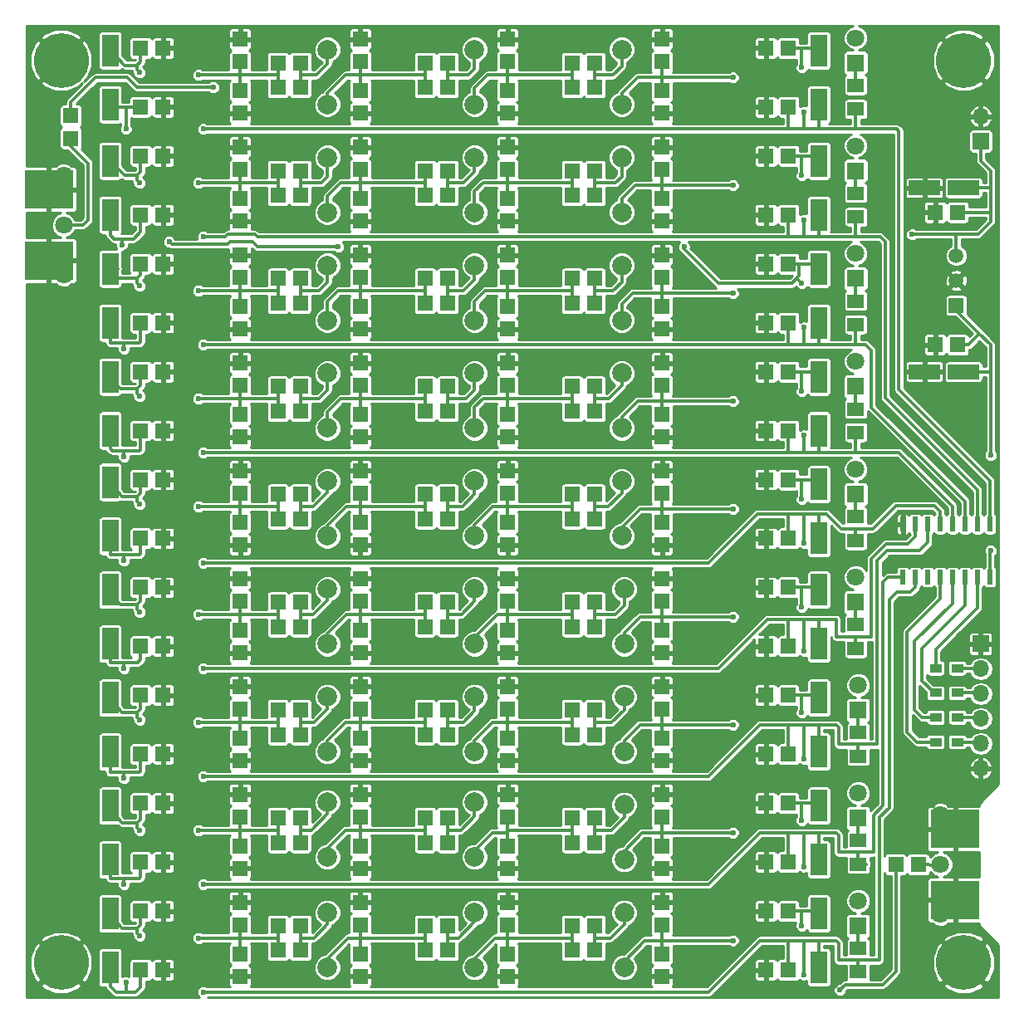
<source format=gtl>
G04 #@! TF.FileFunction,Copper,L1,Top,Signal*
%FSLAX46Y46*%
G04 Gerber Fmt 4.6, Leading zero omitted, Abs format (unit mm)*
G04 Created by KiCad (PCBNEW 4.0.7-e2-6376~58~ubuntu14.04.1) date Sat May 19 07:38:07 2018*
%MOMM*%
%LPD*%
G01*
G04 APERTURE LIST*
%ADD10C,0.100000*%
%ADD11R,1.600000X1.600000*%
%ADD12R,1.700000X3.300000*%
%ADD13C,1.800000*%
%ADD14R,5.000000X3.960000*%
%ADD15C,1.998980*%
%ADD16C,5.600000*%
%ADD17R,1.800000X1.800000*%
%ADD18R,1.700000X1.400000*%
%ADD19R,0.600000X1.500000*%
%ADD20R,3.200000X1.500000*%
%ADD21R,1.700000X1.700000*%
%ADD22O,1.700000X1.700000*%
%ADD23C,1.520000*%
%ADD24R,1.520000X1.520000*%
%ADD25R,1.200000X0.900000*%
%ADD26C,0.600000*%
%ADD27C,0.300000*%
%ADD28C,0.254000*%
G04 APERTURE END LIST*
D10*
D11*
X105400000Y-27750000D03*
X103100000Y-27750000D03*
X76400000Y-51750000D03*
X74100000Y-51750000D03*
X120400000Y-36250000D03*
X118100000Y-36250000D03*
X76400000Y-34750000D03*
X74100000Y-34750000D03*
X111500000Y-50100000D03*
X111500000Y-52400000D03*
X120400000Y-49750000D03*
X118100000Y-49750000D03*
X120400000Y-47250000D03*
X118100000Y-47250000D03*
X90400000Y-25250000D03*
X88100000Y-25250000D03*
X90400000Y-36250000D03*
X88100000Y-36250000D03*
X111500000Y-36150000D03*
X111500000Y-33850000D03*
X76400000Y-23750000D03*
X74100000Y-23750000D03*
X111500000Y-47150000D03*
X111500000Y-44850000D03*
X137850000Y-40750000D03*
X140150000Y-40750000D03*
X137850000Y-51750000D03*
X140150000Y-51750000D03*
X96500000Y-25150000D03*
X96500000Y-22850000D03*
X76400000Y-40750000D03*
X74100000Y-40750000D03*
X90400000Y-47250000D03*
X88100000Y-47250000D03*
X96500000Y-50100000D03*
X96500000Y-52400000D03*
X105400000Y-49750000D03*
X103100000Y-49750000D03*
X127250000Y-47150000D03*
X127250000Y-44850000D03*
X140150000Y-45750000D03*
X137850000Y-45750000D03*
X96500000Y-28100000D03*
X96500000Y-30400000D03*
X105400000Y-36250000D03*
X103100000Y-36250000D03*
X90400000Y-49750000D03*
X88100000Y-49750000D03*
X105400000Y-47250000D03*
X103100000Y-47250000D03*
X140150000Y-23750000D03*
X137850000Y-23750000D03*
X90400000Y-27750000D03*
X88100000Y-27750000D03*
X111500000Y-25150000D03*
X111500000Y-22850000D03*
X96500000Y-47150000D03*
X96500000Y-44850000D03*
X96500000Y-61100000D03*
X96500000Y-63400000D03*
X111500000Y-58150000D03*
X111500000Y-55850000D03*
X74100000Y-29750000D03*
X76400000Y-29750000D03*
X111500000Y-61100000D03*
X111500000Y-63400000D03*
X120400000Y-60750000D03*
X118100000Y-60750000D03*
X137850000Y-62750000D03*
X140150000Y-62750000D03*
X127250000Y-58150000D03*
X127250000Y-55850000D03*
X140150000Y-56750000D03*
X137850000Y-56750000D03*
X76400000Y-73750000D03*
X74100000Y-73750000D03*
X84250000Y-72100000D03*
X84250000Y-74400000D03*
X90400000Y-71750000D03*
X88100000Y-71750000D03*
X96500000Y-69150000D03*
X96500000Y-66850000D03*
X127250000Y-25150000D03*
X127250000Y-22850000D03*
X137850000Y-73750000D03*
X140150000Y-73750000D03*
X127250000Y-69150000D03*
X127250000Y-66850000D03*
X140150000Y-67750000D03*
X137850000Y-67750000D03*
X105400000Y-69250000D03*
X103100000Y-69250000D03*
X120400000Y-25250000D03*
X118100000Y-25250000D03*
X140150000Y-29750000D03*
X137850000Y-29750000D03*
X84250000Y-28100000D03*
X84250000Y-30400000D03*
X111500000Y-28100000D03*
X111500000Y-30400000D03*
X111500000Y-69150000D03*
X111500000Y-66850000D03*
X96500000Y-36150000D03*
X96500000Y-33850000D03*
X127250000Y-36150000D03*
X127250000Y-33850000D03*
X84250000Y-39100000D03*
X84250000Y-41400000D03*
X84250000Y-47150000D03*
X84250000Y-44850000D03*
X140150000Y-34750000D03*
X137850000Y-34750000D03*
X76400000Y-45750000D03*
X74100000Y-45750000D03*
D12*
X71000000Y-29500000D03*
X71000000Y-24000000D03*
X143250000Y-24000000D03*
X143250000Y-29500000D03*
X71000000Y-40750000D03*
X71000000Y-35250000D03*
X71000000Y-51750000D03*
X71000000Y-46250000D03*
X143250000Y-35250000D03*
X143250000Y-40750000D03*
X143250000Y-46250000D03*
X143250000Y-51750000D03*
D13*
X155643000Y-112080000D03*
X155643000Y-101920000D03*
D14*
X157150000Y-103380000D03*
X157150000Y-110620000D03*
D13*
X155643000Y-109540000D03*
X155643000Y-104460000D03*
X155643000Y-107000000D03*
D11*
X96500000Y-58150000D03*
X96500000Y-55850000D03*
X76400000Y-56750000D03*
X74100000Y-56750000D03*
D12*
X71000000Y-62750000D03*
X71000000Y-57250000D03*
X143250000Y-57250000D03*
X143250000Y-62750000D03*
D11*
X76400000Y-62750000D03*
X74100000Y-62750000D03*
X84250000Y-61100000D03*
X84250000Y-63400000D03*
X90400000Y-58250000D03*
X88100000Y-58250000D03*
X105400000Y-58250000D03*
X103100000Y-58250000D03*
X76400000Y-67750000D03*
X74100000Y-67750000D03*
X120400000Y-71750000D03*
X118100000Y-71750000D03*
D12*
X71000000Y-73500000D03*
X71000000Y-68000000D03*
X143250000Y-68250000D03*
X143250000Y-73750000D03*
D15*
X93146000Y-29492000D03*
X93146000Y-23904000D03*
X108146000Y-29492000D03*
X108146000Y-23904000D03*
X93146000Y-51492000D03*
X93146000Y-45904000D03*
X123146000Y-29492000D03*
X123146000Y-23904000D03*
X93146000Y-40492000D03*
X93146000Y-34904000D03*
X108146000Y-40492000D03*
X108146000Y-34904000D03*
X123146000Y-40492000D03*
X123146000Y-34904000D03*
D11*
X76400000Y-84750000D03*
X74100000Y-84750000D03*
X76400000Y-95750000D03*
X74100000Y-95750000D03*
X76400000Y-106750000D03*
X74100000Y-106750000D03*
X84250000Y-80150000D03*
X84250000Y-77850000D03*
X84250000Y-91150000D03*
X84250000Y-88850000D03*
X84250000Y-102150000D03*
X84250000Y-99850000D03*
X90400000Y-80250000D03*
X88100000Y-80250000D03*
X90400000Y-91250000D03*
X88100000Y-91250000D03*
X90400000Y-102250000D03*
X88100000Y-102250000D03*
X76400000Y-78750000D03*
X74100000Y-78750000D03*
X76400000Y-89750000D03*
X74100000Y-89750000D03*
X76400000Y-100750000D03*
X74100000Y-100750000D03*
X96500000Y-80150000D03*
X96500000Y-77850000D03*
X96500000Y-91150000D03*
X96500000Y-88850000D03*
X96500000Y-102150000D03*
X96500000Y-99850000D03*
X105400000Y-80250000D03*
X103100000Y-80250000D03*
X105400000Y-91250000D03*
X103100000Y-91250000D03*
X105400000Y-102250000D03*
X103100000Y-102250000D03*
X111500000Y-80150000D03*
X111500000Y-77850000D03*
X111500000Y-91150000D03*
X111500000Y-88850000D03*
X111500000Y-102150000D03*
X111500000Y-99850000D03*
X120400000Y-82750000D03*
X118100000Y-82750000D03*
X120400000Y-91250000D03*
X118100000Y-91250000D03*
X120400000Y-102250000D03*
X118100000Y-102250000D03*
X137850000Y-84750000D03*
X140150000Y-84750000D03*
X137850000Y-95750000D03*
X140150000Y-95750000D03*
X137850000Y-106750000D03*
X140150000Y-106750000D03*
X127250000Y-80150000D03*
X127250000Y-77850000D03*
X127250000Y-94100000D03*
X127250000Y-96400000D03*
X127250000Y-105100000D03*
X127250000Y-107400000D03*
X140150000Y-78750000D03*
X137850000Y-78750000D03*
X140150000Y-89750000D03*
X137850000Y-89750000D03*
X140150000Y-100750000D03*
X137850000Y-100750000D03*
D12*
X71000000Y-84500000D03*
X71000000Y-79000000D03*
X71000000Y-95500000D03*
X71000000Y-90000000D03*
X71000000Y-106500000D03*
X71000000Y-101000000D03*
X143250000Y-79000000D03*
X143250000Y-84500000D03*
X143250000Y-90000000D03*
X143250000Y-95500000D03*
X143250000Y-101000000D03*
X143250000Y-106500000D03*
D11*
X74100000Y-117750000D03*
X76400000Y-117750000D03*
X84250000Y-113150000D03*
X84250000Y-110850000D03*
X90400000Y-113250000D03*
X88100000Y-113250000D03*
X76400000Y-111750000D03*
X74100000Y-111750000D03*
X90400000Y-115750000D03*
X88100000Y-115750000D03*
X96500000Y-113150000D03*
X96500000Y-110850000D03*
X84250000Y-116100000D03*
X84250000Y-118400000D03*
X105400000Y-113250000D03*
X103100000Y-113250000D03*
X105400000Y-115750000D03*
X103100000Y-115750000D03*
X111500000Y-113150000D03*
X111500000Y-110850000D03*
X120400000Y-113250000D03*
X118100000Y-113250000D03*
X140150000Y-117750000D03*
X137850000Y-117750000D03*
X127250000Y-113150000D03*
X127250000Y-110850000D03*
X140150000Y-111750000D03*
X137850000Y-111750000D03*
D12*
X71000000Y-117500000D03*
X71000000Y-112000000D03*
X143250000Y-112000000D03*
X143250000Y-117500000D03*
D13*
X66257000Y-36720000D03*
X66257000Y-46880000D03*
D14*
X64750000Y-45420000D03*
X64750000Y-38180000D03*
D13*
X66257000Y-39260000D03*
X66257000Y-44340000D03*
X66257000Y-41800000D03*
D15*
X123396000Y-106492000D03*
X123396000Y-100904000D03*
X93146000Y-117492000D03*
X93146000Y-111904000D03*
X108146000Y-117492000D03*
X108146000Y-111904000D03*
X123396000Y-117492000D03*
X123396000Y-111904000D03*
X123146000Y-51492000D03*
X123146000Y-45904000D03*
X108146000Y-51492000D03*
X108146000Y-45904000D03*
X123146000Y-62492000D03*
X123146000Y-56904000D03*
X108146000Y-62492000D03*
X108146000Y-56904000D03*
X93146000Y-62492000D03*
X93146000Y-56904000D03*
X123146000Y-73492000D03*
X123146000Y-67904000D03*
X108146000Y-73492000D03*
X108146000Y-67904000D03*
X93146000Y-73492000D03*
X93146000Y-67904000D03*
D16*
X158000000Y-25000000D03*
X158000000Y-117000000D03*
X66000000Y-117000000D03*
X66000000Y-25000000D03*
D11*
X90400000Y-82750000D03*
X88100000Y-82750000D03*
X105400000Y-82750000D03*
X103100000Y-82750000D03*
X120400000Y-80250000D03*
X118100000Y-80250000D03*
D15*
X93146000Y-84492000D03*
X93146000Y-78904000D03*
X108146000Y-84492000D03*
X108146000Y-78904000D03*
X123396000Y-84492000D03*
X123396000Y-78904000D03*
D11*
X90400000Y-93750000D03*
X88100000Y-93750000D03*
X84250000Y-25150000D03*
X84250000Y-22850000D03*
X105400000Y-25250000D03*
X103100000Y-25250000D03*
X120400000Y-27750000D03*
X118100000Y-27750000D03*
X127250000Y-28100000D03*
X127250000Y-30400000D03*
X90400000Y-38750000D03*
X88100000Y-38750000D03*
X84250000Y-36150000D03*
X84250000Y-33850000D03*
X105400000Y-38750000D03*
X103100000Y-38750000D03*
X96500000Y-39100000D03*
X96500000Y-41400000D03*
X120400000Y-38750000D03*
X118100000Y-38750000D03*
X111500000Y-39100000D03*
X111500000Y-41400000D03*
X127250000Y-39100000D03*
X127250000Y-41400000D03*
X84250000Y-50100000D03*
X84250000Y-52400000D03*
X127250000Y-50100000D03*
X127250000Y-52400000D03*
X90400000Y-60750000D03*
X88100000Y-60750000D03*
X84250000Y-58150000D03*
X84250000Y-55850000D03*
X105400000Y-60750000D03*
X103100000Y-60750000D03*
X120400000Y-58250000D03*
X118100000Y-58250000D03*
X127250000Y-61100000D03*
X127250000Y-63400000D03*
X90400000Y-69250000D03*
X88100000Y-69250000D03*
X84250000Y-69150000D03*
X84250000Y-66850000D03*
X105400000Y-71750000D03*
X103100000Y-71750000D03*
X96500000Y-72100000D03*
X96500000Y-74400000D03*
X120400000Y-69250000D03*
X118100000Y-69250000D03*
X111500000Y-72100000D03*
X111500000Y-74400000D03*
X127250000Y-72100000D03*
X127250000Y-74400000D03*
X84250000Y-83100000D03*
X84250000Y-85400000D03*
X96500000Y-83100000D03*
X96500000Y-85400000D03*
X111500000Y-83100000D03*
X111500000Y-85400000D03*
X127250000Y-83100000D03*
X127250000Y-85400000D03*
X84250000Y-94100000D03*
X84250000Y-96400000D03*
X105400000Y-93750000D03*
X103100000Y-93750000D03*
X96500000Y-94100000D03*
X96500000Y-96400000D03*
X111500000Y-94100000D03*
X111500000Y-96400000D03*
X127250000Y-91150000D03*
X127250000Y-88850000D03*
X120400000Y-93750000D03*
X118100000Y-93750000D03*
D15*
X93146000Y-95492000D03*
X93146000Y-89904000D03*
X108146000Y-95492000D03*
X108146000Y-89904000D03*
X123396000Y-95492000D03*
X123396000Y-89904000D03*
D11*
X90400000Y-104750000D03*
X88100000Y-104750000D03*
X84250000Y-105100000D03*
X84250000Y-107400000D03*
X105400000Y-104750000D03*
X103100000Y-104750000D03*
X96500000Y-105100000D03*
X96500000Y-107400000D03*
X120400000Y-104750000D03*
X118100000Y-104750000D03*
X111500000Y-105100000D03*
X111500000Y-107400000D03*
X127250000Y-102150000D03*
X127250000Y-99850000D03*
D15*
X93146000Y-106242000D03*
X93146000Y-100654000D03*
X108146000Y-106242000D03*
X108146000Y-100654000D03*
D17*
X147000000Y-25250000D03*
D13*
X147000000Y-22710000D03*
D17*
X147000000Y-36250000D03*
D13*
X147000000Y-33710000D03*
D17*
X147000000Y-47250000D03*
D13*
X147000000Y-44710000D03*
D17*
X147000000Y-58250000D03*
D13*
X147000000Y-55710000D03*
D17*
X147000000Y-69250000D03*
D13*
X147000000Y-66710000D03*
D17*
X147000000Y-80250000D03*
D13*
X147000000Y-77710000D03*
D17*
X147250000Y-91250000D03*
D13*
X147250000Y-88710000D03*
D17*
X147250000Y-102250000D03*
D13*
X147250000Y-99710000D03*
D17*
X147250000Y-113250000D03*
D13*
X147250000Y-110710000D03*
D18*
X147000000Y-27550000D03*
X147000000Y-29950000D03*
X147000000Y-38550000D03*
X147000000Y-40950000D03*
X147000000Y-49550000D03*
X147000000Y-51950000D03*
X147000000Y-60550000D03*
X147000000Y-62950000D03*
X147000000Y-71550000D03*
X147000000Y-73950000D03*
X147000000Y-82550000D03*
X147000000Y-84950000D03*
X147250000Y-93550000D03*
X147250000Y-95950000D03*
X147250000Y-104550000D03*
X147250000Y-106950000D03*
X147250000Y-115550000D03*
X147250000Y-117950000D03*
D19*
X160695000Y-72300000D03*
X159425000Y-72300000D03*
X158155000Y-72300000D03*
X156885000Y-72300000D03*
X155615000Y-72300000D03*
X154345000Y-72300000D03*
X153075000Y-72300000D03*
X151805000Y-72300000D03*
X151805000Y-77700000D03*
X153075000Y-77700000D03*
X154345000Y-77700000D03*
X155615000Y-77700000D03*
X156885000Y-77700000D03*
X158155000Y-77700000D03*
X159425000Y-77700000D03*
X160695000Y-77700000D03*
D11*
X157400000Y-40500000D03*
X155100000Y-40500000D03*
D20*
X158000000Y-38000000D03*
X154000000Y-38000000D03*
D11*
X157400000Y-54000000D03*
X155100000Y-54000000D03*
D20*
X158000000Y-56750000D03*
X154000000Y-56750000D03*
D21*
X159750000Y-33250000D03*
D22*
X159750000Y-30710000D03*
D21*
X159750000Y-84500000D03*
D22*
X159750000Y-87040000D03*
X159750000Y-89580000D03*
X159750000Y-92120000D03*
X159750000Y-94660000D03*
X159750000Y-97200000D03*
D23*
X157250000Y-47460000D03*
X157250000Y-44920000D03*
D24*
X157250000Y-50000000D03*
D11*
X67000000Y-32950000D03*
X67000000Y-30650000D03*
X153400000Y-107000000D03*
X151100000Y-107000000D03*
X96500000Y-116100000D03*
X96500000Y-118400000D03*
X120400000Y-115750000D03*
X118100000Y-115750000D03*
X111500000Y-116100000D03*
X111500000Y-118400000D03*
X127250000Y-116100000D03*
X127250000Y-118400000D03*
D25*
X157350000Y-87000000D03*
X155150000Y-87000000D03*
X157350000Y-89500000D03*
X155150000Y-89500000D03*
X157350000Y-92000000D03*
X155150000Y-92000000D03*
X157350000Y-94500000D03*
X155150000Y-94500000D03*
D26*
X80000000Y-26500000D03*
X64250000Y-29500000D03*
X64250000Y-34000000D03*
X64750000Y-66500000D03*
X64750000Y-84250000D03*
X64750000Y-95750000D03*
X64750000Y-101000000D03*
X64750000Y-106250000D03*
X64750000Y-111750000D03*
X69000000Y-111750000D03*
X69000000Y-106250000D03*
X69000000Y-101000000D03*
X69000000Y-95750000D03*
X69000000Y-90000000D03*
X69000000Y-84250000D03*
X69000000Y-78500000D03*
X69000000Y-73750000D03*
X69000000Y-66500000D03*
X69000000Y-62750000D03*
X64750000Y-90000000D03*
X64750000Y-78500000D03*
X64750000Y-73750000D03*
X64750000Y-62750000D03*
X71000000Y-60000000D03*
X147750000Y-86750000D03*
X137750000Y-87250000D03*
X145000000Y-79750000D03*
X145000000Y-76500000D03*
X145000000Y-90250000D03*
X145000000Y-85500000D03*
X137750000Y-80750000D03*
X71000000Y-114750000D03*
X76500000Y-115000000D03*
X81500000Y-116000000D03*
X81500000Y-113250000D03*
X71000000Y-103750000D03*
X76500000Y-104000000D03*
X81500000Y-105000000D03*
X81500000Y-102250000D03*
X71000000Y-92750000D03*
X76500000Y-92750000D03*
X81250000Y-91250000D03*
X81250000Y-94000000D03*
X137750000Y-94000000D03*
X137750000Y-91500000D03*
X133500000Y-91500000D03*
X133500000Y-94250000D03*
X137750000Y-116000000D03*
X137750000Y-113500000D03*
X145250000Y-101250000D03*
X141500000Y-109250000D03*
X145250000Y-107750000D03*
X148500000Y-97750000D03*
X145250000Y-97000000D03*
X141500000Y-98250000D03*
X133750000Y-98250000D03*
X137750000Y-98250000D03*
X153000000Y-119750000D03*
X153000000Y-116500000D03*
X153000000Y-110750000D03*
X152500000Y-104250000D03*
X152500000Y-101000000D03*
X152750000Y-80500000D03*
X151250000Y-83000000D03*
X151250000Y-86750000D03*
X151250000Y-90000000D03*
X151250000Y-93750000D03*
X152500000Y-97250000D03*
X157000000Y-97250000D03*
X156750000Y-85250000D03*
X160750000Y-80250000D03*
X140000000Y-70000000D03*
X137250000Y-70000000D03*
X134000000Y-76250000D03*
X137750000Y-76250000D03*
X141750000Y-76500000D03*
X145000000Y-74000000D03*
X145000000Y-68500000D03*
X149000000Y-74000000D03*
X133000000Y-113250000D03*
X133000000Y-116000000D03*
X129750000Y-110750000D03*
X129750000Y-113250000D03*
X129750000Y-118500000D03*
X125250000Y-118500000D03*
X122250000Y-115750000D03*
X125000000Y-113250000D03*
X114750000Y-113000000D03*
X114750000Y-110750000D03*
X114750000Y-116000000D03*
X125000000Y-110750000D03*
X121000000Y-110750000D03*
X117750000Y-110750000D03*
X107250000Y-115500000D03*
X109500000Y-113250000D03*
X109750000Y-110750000D03*
X121250000Y-118500000D03*
X117500000Y-118500000D03*
X113750000Y-118500000D03*
X109750000Y-118500000D03*
X106250000Y-118500000D03*
X103250000Y-118500000D03*
X99500000Y-115750000D03*
X99500000Y-118250000D03*
X86250000Y-115750000D03*
X86750000Y-118250000D03*
X90750000Y-118250000D03*
X94750000Y-118750000D03*
X92250000Y-115500000D03*
X94500000Y-113250000D03*
X106000000Y-110750000D03*
X102500000Y-110750000D03*
X99500000Y-113250000D03*
X99500000Y-110750000D03*
X86250000Y-112750000D03*
X86250000Y-110500000D03*
X88750000Y-110500000D03*
X91250000Y-110500000D03*
X94750000Y-110500000D03*
X90750000Y-99250000D03*
X87250000Y-99250000D03*
X86250000Y-102000000D03*
X91250000Y-107500000D03*
X88250000Y-107500000D03*
X86250000Y-105000000D03*
X92250000Y-104500000D03*
X94250000Y-102250000D03*
X94500000Y-99250000D03*
X94750000Y-107500000D03*
X109500000Y-107750000D03*
X99500000Y-105000000D03*
X99500000Y-107500000D03*
X102500000Y-107500000D03*
X106000000Y-107500000D03*
X99500000Y-102000000D03*
X99500000Y-99500000D03*
X103000000Y-99500000D03*
X106250000Y-99500000D03*
X109750000Y-99500000D03*
X109500000Y-102250000D03*
X107250000Y-104500000D03*
X137750000Y-109250000D03*
X135250000Y-109250000D03*
X138250000Y-104750000D03*
X133500000Y-105000000D03*
X133500000Y-102250000D03*
X129800000Y-104900000D03*
X129800000Y-107400000D03*
X139750000Y-102750000D03*
X136750000Y-102750000D03*
X150250000Y-109750000D03*
X150250000Y-114750000D03*
X149250000Y-118000000D03*
X117600000Y-107500000D03*
X114600000Y-107500000D03*
X114600000Y-104900000D03*
X125200000Y-99800000D03*
X125400000Y-107500000D03*
X121100000Y-107500000D03*
X122300000Y-104700000D03*
X125200000Y-102300000D03*
X114600000Y-102100000D03*
X114600000Y-99800000D03*
X117600000Y-99800000D03*
X121400000Y-99800000D03*
X129800000Y-102400000D03*
X129800000Y-91400000D03*
X129800000Y-94200000D03*
X129800000Y-96700000D03*
X129800000Y-99800000D03*
X113900000Y-88800000D03*
X121400000Y-88800000D03*
X117600000Y-88800000D03*
X125100000Y-96700000D03*
X121400000Y-96700000D03*
X117600000Y-96700000D03*
X114000000Y-96700000D03*
X113900000Y-94000000D03*
X113900000Y-91300000D03*
X86300000Y-96500000D03*
X88800000Y-96500000D03*
X91300000Y-96500000D03*
X94600000Y-96700000D03*
X109700000Y-96700000D03*
X106100000Y-96400000D03*
X102900000Y-96400000D03*
X99800000Y-91200000D03*
X99800000Y-93900000D03*
X99800000Y-96300000D03*
X107200000Y-93700000D03*
X109600000Y-91300000D03*
X124900000Y-88600000D03*
X122200000Y-93600000D03*
X125200000Y-91100000D03*
X129800000Y-85400000D03*
X129800000Y-88800000D03*
X109600000Y-88700000D03*
X105800000Y-88800000D03*
X102500000Y-88800000D03*
X98900000Y-88800000D03*
X86500000Y-88600000D03*
X86300000Y-91100000D03*
X86300000Y-94000000D03*
X91600000Y-88100000D03*
X94800000Y-88400000D03*
X94700000Y-91200000D03*
X92200000Y-93700000D03*
X89300000Y-89000000D03*
X71000000Y-70700000D03*
X71000000Y-81700000D03*
X76500000Y-81750000D03*
X81500000Y-80400000D03*
X81500000Y-83100000D03*
X86200000Y-82900000D03*
X88600000Y-85600000D03*
X91200000Y-85700000D03*
X94600000Y-85800000D03*
X92200000Y-82600000D03*
X94600000Y-80200000D03*
X86300000Y-79400000D03*
X88400000Y-77600000D03*
X91400000Y-77600000D03*
X94500000Y-77400000D03*
X98900000Y-82700000D03*
X101200000Y-82700000D03*
X98900000Y-80300000D03*
X98900000Y-77800000D03*
X102200000Y-77700000D03*
X105500000Y-77700000D03*
X98900000Y-85400000D03*
X102700000Y-85500000D03*
X105800000Y-85500000D03*
X109500000Y-85800000D03*
X107200000Y-82700000D03*
X109500000Y-80600000D03*
X109400000Y-77500000D03*
X116200000Y-82500000D03*
X120600000Y-85400000D03*
X117200000Y-85400000D03*
X113900000Y-85400000D03*
X113900000Y-82500000D03*
X121300000Y-77800000D03*
X117600000Y-77800000D03*
X113900000Y-77800000D03*
X122200000Y-82700000D03*
X125300000Y-80100000D03*
X124900000Y-85800000D03*
X133100000Y-83100000D03*
X129800000Y-80400000D03*
X133100000Y-80400000D03*
X124900000Y-77600000D03*
X129800000Y-83100000D03*
X129800000Y-77900000D03*
X153500000Y-69200000D03*
X158500000Y-74200000D03*
X153500000Y-76000000D03*
X159300000Y-59300000D03*
X159300000Y-64100000D03*
X157000000Y-61800000D03*
X154500000Y-59300000D03*
X149400000Y-63300000D03*
X145100000Y-57300000D03*
X145100000Y-60200000D03*
X145100000Y-63300000D03*
X150700000Y-66400000D03*
X150700000Y-69200000D03*
X150700000Y-72300000D03*
X132800000Y-72000000D03*
X129800000Y-72000000D03*
X129800000Y-74400000D03*
X129800000Y-69400000D03*
X132800000Y-69400000D03*
X107200000Y-71600000D03*
X109500000Y-69300000D03*
X98500000Y-74400000D03*
X98800000Y-68900000D03*
X105500000Y-74600000D03*
X101100000Y-74600000D03*
X98800000Y-71900000D03*
X86100000Y-69200000D03*
X87000000Y-66700000D03*
X94600000Y-74600000D03*
X91400000Y-75000000D03*
X89000000Y-73900000D03*
X86100000Y-75000000D03*
X86100000Y-72100000D03*
X76500000Y-70750000D03*
X81400000Y-71800000D03*
X81400000Y-69300000D03*
X90500000Y-66700000D03*
X94700000Y-69100000D03*
X92200000Y-71600000D03*
X109400000Y-66300000D03*
X94500000Y-66500000D03*
X98800000Y-66500000D03*
X102300000Y-66500000D03*
X106100000Y-66500000D03*
X122100000Y-71600000D03*
X125100000Y-69200000D03*
X124900000Y-74800000D03*
X120200000Y-74900000D03*
X109400000Y-74900000D03*
X113900000Y-74900000D03*
X116200000Y-74900000D03*
X116200000Y-72100000D03*
X113900000Y-72100000D03*
X113900000Y-69300000D03*
X113900000Y-66800000D03*
X117100000Y-66800000D03*
X120400000Y-66800000D03*
X125100000Y-66800000D03*
X130000000Y-66800000D03*
X69100000Y-52000000D03*
X69100000Y-54700000D03*
X65600000Y-54700000D03*
X65600000Y-58600000D03*
X69100000Y-58600000D03*
X81000000Y-58300000D03*
X81000000Y-61000000D03*
X76500000Y-59750000D03*
X74200000Y-61000000D03*
X71000000Y-49000000D03*
X63700000Y-50100000D03*
X66900000Y-50100000D03*
X69100000Y-46500000D03*
X69100000Y-43200000D03*
X71000000Y-38000000D03*
X74000000Y-39000000D03*
X69100000Y-29500000D03*
X69100000Y-34000000D03*
X71000000Y-32300000D03*
X94900000Y-60800000D03*
X94700000Y-49500000D03*
X94500000Y-63800000D03*
X94500000Y-58400000D03*
X92100000Y-60800000D03*
X86200000Y-61200000D03*
X87000000Y-63500000D03*
X90500000Y-63500000D03*
X86200000Y-58200000D03*
X87000000Y-55900000D03*
X90500000Y-55900000D03*
X94700000Y-55300000D03*
X133300000Y-61200000D03*
X133300000Y-58300000D03*
X133900000Y-55000000D03*
X137400000Y-49500000D03*
X141000000Y-49500000D03*
X145100000Y-52900000D03*
X145100000Y-49500000D03*
X145100000Y-45700000D03*
X148800000Y-45700000D03*
X148800000Y-49500000D03*
X148800000Y-52900000D03*
X152700000Y-44500000D03*
X152700000Y-47600000D03*
X154500000Y-50400000D03*
X152700000Y-52900000D03*
X149400000Y-39700000D03*
X152800000Y-40700000D03*
X136300000Y-45700000D03*
X145100000Y-38300000D03*
X149400000Y-33200000D03*
X149400000Y-36200000D03*
X149500000Y-29250000D03*
X153200000Y-35700000D03*
X153100000Y-32600000D03*
X156100000Y-34500000D03*
X156100000Y-30700000D03*
X153100000Y-29200000D03*
X153200000Y-25800000D03*
X153200000Y-22600000D03*
X149500000Y-22600000D03*
X149500000Y-25800000D03*
X136400000Y-56800000D03*
X136400000Y-63200000D03*
X137800000Y-61200000D03*
X137800000Y-58300000D03*
X140400000Y-59800000D03*
X130000000Y-58300000D03*
X130000000Y-61200000D03*
X130000000Y-63400000D03*
X125100000Y-63400000D03*
X101200000Y-61000000D03*
X106100000Y-63700000D03*
X102300000Y-63700000D03*
X98500000Y-63700000D03*
X98500000Y-60600000D03*
X107100000Y-60600000D03*
X109300000Y-55200000D03*
X104300000Y-55800000D03*
X101400000Y-56000000D03*
X98500000Y-55500000D03*
X109600000Y-58500000D03*
X98500000Y-58200000D03*
X122100000Y-49600000D03*
X101250000Y-47250000D03*
X98500000Y-47250000D03*
X92000000Y-49700000D03*
X94700000Y-47200000D03*
X109800000Y-46800000D03*
X107000000Y-49600000D03*
X122100000Y-60500000D03*
X125000000Y-58300000D03*
X120400000Y-63400000D03*
X117100000Y-63400000D03*
X113900000Y-63400000D03*
X113900000Y-60800000D03*
X113900000Y-58100000D03*
X113900000Y-55800000D03*
X117500000Y-55800000D03*
X120900000Y-55800000D03*
X125000000Y-55800000D03*
X129700000Y-55800000D03*
X133900000Y-50000000D03*
X129700000Y-47300000D03*
X129700000Y-50000000D03*
X120200000Y-45600000D03*
X109600000Y-52800000D03*
X104300000Y-52500000D03*
X125200000Y-45000000D03*
X125200000Y-47300000D03*
X125200000Y-50000000D03*
X114000000Y-50200000D03*
X116600000Y-52800000D03*
X114000000Y-47200000D03*
X115600000Y-45600000D03*
X129700000Y-52400000D03*
X125200000Y-52800000D03*
X121200000Y-52800000D03*
X140400000Y-39000000D03*
X136800000Y-36700000D03*
X133700000Y-39000000D03*
X133700000Y-36200000D03*
X139900000Y-36700000D03*
X133900000Y-30800000D03*
X133900000Y-33200000D03*
X120900000Y-41700000D03*
X113600000Y-36000000D03*
X116000000Y-39200000D03*
X116500000Y-41700000D03*
X113600000Y-38800000D03*
X101400000Y-38900000D03*
X106200000Y-41300000D03*
X103000000Y-41300000D03*
X99000000Y-38900000D03*
X99000000Y-41400000D03*
X99000000Y-36500000D03*
X99000000Y-33300000D03*
X102400000Y-33300000D03*
X106100000Y-33300000D03*
X109700000Y-33300000D03*
X106250000Y-45250000D03*
X103000000Y-45250000D03*
X99750000Y-45250000D03*
X90500000Y-52500000D03*
X98500000Y-50000000D03*
X101250000Y-50000000D03*
X101250000Y-52500000D03*
X98500000Y-52500000D03*
X94750000Y-52500000D03*
X86250000Y-52500000D03*
X86250000Y-49750000D03*
X90500000Y-45250000D03*
X87500000Y-45250000D03*
X86250000Y-47250000D03*
X76500000Y-48750000D03*
X74000000Y-49750000D03*
X78000000Y-47000000D03*
X81500000Y-50000000D03*
X81500000Y-47250000D03*
X78000000Y-36250000D03*
X76500000Y-37750000D03*
X81250000Y-39000000D03*
X81250000Y-36250000D03*
X86000000Y-38750000D03*
X86000000Y-36000000D03*
X94500000Y-30750000D03*
X94500000Y-33250000D03*
X94500000Y-36500000D03*
X87500000Y-41500000D03*
X90500000Y-41500000D03*
X87500000Y-33250000D03*
X90500000Y-33250000D03*
X92250000Y-38500000D03*
X92000000Y-36500000D03*
X94500000Y-22250000D03*
X91250000Y-22250000D03*
X87500000Y-23250000D03*
X86250000Y-25000000D03*
X90500000Y-30500000D03*
X87500000Y-30500000D03*
X99750000Y-23250000D03*
X99750000Y-25250000D03*
X92250000Y-27750000D03*
X94500000Y-25500000D03*
X86250000Y-28250000D03*
X107250000Y-27500000D03*
X99750000Y-28000000D03*
X99750000Y-30500000D03*
X102750000Y-30500000D03*
X105750000Y-30500000D03*
X109750000Y-28000000D03*
X109750000Y-25250000D03*
X109500000Y-22250000D03*
X113500000Y-23000000D03*
X113500000Y-25500000D03*
X105750000Y-23250000D03*
X102750000Y-23250000D03*
X129750000Y-22500000D03*
X116250000Y-25500000D03*
X116250000Y-23000000D03*
X120500000Y-23000000D03*
X125250000Y-22750000D03*
X129750000Y-28250000D03*
X129750000Y-30500000D03*
X125000000Y-39000000D03*
X125000000Y-36500000D03*
X125000000Y-41250000D03*
X129750000Y-41500000D03*
X129750000Y-39000000D03*
X129750000Y-36250000D03*
X116250000Y-33250000D03*
X120500000Y-33250000D03*
X129750000Y-33750000D03*
X125000000Y-33500000D03*
X109750000Y-30750000D03*
X113500000Y-30500000D03*
X113500000Y-27500000D03*
X116250000Y-27500000D03*
X116250000Y-30500000D03*
X120500000Y-30500000D03*
X122750000Y-27250000D03*
X125000000Y-28750000D03*
X125000000Y-25500000D03*
X145000000Y-27000000D03*
X141250000Y-27500000D03*
X145000000Y-30250000D03*
X129750000Y-25500000D03*
X133250000Y-28250000D03*
X133500000Y-25500000D03*
X137750000Y-26750000D03*
X74750000Y-32250000D03*
X72750000Y-28250000D03*
X75500000Y-26500000D03*
X76500000Y-32250000D03*
X76500000Y-54250000D03*
X76500000Y-65250000D03*
X76500000Y-76250000D03*
X76500000Y-98250000D03*
X76500000Y-109250000D03*
X76500000Y-87250000D03*
X152750000Y-42750000D03*
X141500000Y-25750000D03*
X141500000Y-36750000D03*
X141500000Y-58750000D03*
X141500000Y-69750000D03*
X141500000Y-80750000D03*
X141500000Y-91500000D03*
X141500000Y-102500000D03*
X141500000Y-113250000D03*
X141500000Y-47750000D03*
X94250000Y-44000000D03*
X129500000Y-44000000D03*
X77000000Y-43500000D03*
X72400000Y-54400000D03*
X72400000Y-65400000D03*
X72400000Y-76000000D03*
X72400000Y-87000000D03*
X72400000Y-109000000D03*
X72400000Y-98200000D03*
X72600000Y-119000000D03*
X72200000Y-43800000D03*
X72600000Y-32000000D03*
X80000000Y-37500000D03*
X141750000Y-74250000D03*
X80500000Y-76250000D03*
X74000000Y-70250000D03*
X80000000Y-114500000D03*
X80000000Y-92500000D03*
X141750000Y-30250000D03*
X80500000Y-32000000D03*
X74000000Y-26250000D03*
X141750000Y-41250000D03*
X80500000Y-43000000D03*
X74000000Y-37500000D03*
X141750000Y-52250000D03*
X80500000Y-54000000D03*
X74000000Y-48000000D03*
X141750000Y-63250000D03*
X80500000Y-65000000D03*
X74000000Y-59250000D03*
X134500000Y-114750000D03*
X80000000Y-81500000D03*
X141750000Y-85250000D03*
X80500000Y-87000000D03*
X74000000Y-81250000D03*
X134500000Y-26750000D03*
X141750000Y-96250000D03*
X80500000Y-98000000D03*
X74000000Y-92250000D03*
X134500000Y-37750000D03*
X80000000Y-48500000D03*
X134500000Y-48750000D03*
X80000000Y-59500000D03*
X134500000Y-59750000D03*
X80000000Y-70500000D03*
X134500000Y-70750000D03*
X134500000Y-81750000D03*
X134500000Y-92750000D03*
X80000000Y-103500000D03*
X141750000Y-107250000D03*
X80500000Y-109000000D03*
X74000000Y-103500000D03*
X134500000Y-103750000D03*
X145400000Y-119800000D03*
X141750000Y-118250000D03*
X80500000Y-120000000D03*
X74000000Y-114250000D03*
X160750000Y-65250000D03*
X160750000Y-75000000D03*
X81500000Y-27750000D03*
D27*
X84250000Y-26500000D02*
X80000000Y-26500000D01*
X88100000Y-26500000D02*
X84250000Y-26500000D01*
X84250000Y-25150000D02*
X84250000Y-26500000D01*
X84250000Y-26500000D02*
X84250000Y-28100000D01*
X88100000Y-25250000D02*
X88100000Y-26500000D01*
X88100000Y-26500000D02*
X88100000Y-27750000D01*
X64250000Y-34000000D02*
X64250000Y-29500000D01*
X64750000Y-73750000D02*
X64750000Y-66500000D01*
X64750000Y-84250000D02*
X64750000Y-78500000D01*
X64750000Y-90000000D02*
X64750000Y-95750000D01*
X69100000Y-58600000D02*
X69100000Y-62650000D01*
X64500000Y-106000000D02*
X64750000Y-101000000D01*
X64750000Y-106250000D02*
X64500000Y-106000000D01*
X69000000Y-111750000D02*
X64750000Y-111750000D01*
X69000000Y-101000000D02*
X69000000Y-106250000D01*
X69000000Y-90000000D02*
X69000000Y-95750000D01*
X69000000Y-78500000D02*
X69000000Y-84250000D01*
X69000000Y-66500000D02*
X69000000Y-73750000D01*
X69100000Y-62650000D02*
X69000000Y-62750000D01*
X145000000Y-86750000D02*
X147750000Y-86750000D01*
X145000000Y-76500000D02*
X145000000Y-79750000D01*
X145000000Y-85500000D02*
X145000000Y-86750000D01*
X145000000Y-86750000D02*
X145000000Y-90250000D01*
X76500000Y-115000000D02*
X76250000Y-115000000D01*
X72750000Y-114750000D02*
X71000000Y-114750000D01*
X73750000Y-115750000D02*
X72750000Y-114750000D01*
X75500000Y-115750000D02*
X73750000Y-115750000D01*
X76250000Y-115000000D02*
X75500000Y-115750000D01*
X76500000Y-115000000D02*
X78000000Y-113500000D01*
X78250000Y-113250000D02*
X81500000Y-113250000D01*
X78000000Y-113500000D02*
X78250000Y-113250000D01*
X76500000Y-104000000D02*
X75750000Y-104750000D01*
X72250000Y-103750000D02*
X71000000Y-103750000D01*
X73250000Y-104750000D02*
X72250000Y-103750000D01*
X75750000Y-104750000D02*
X73250000Y-104750000D01*
X76500000Y-104000000D02*
X78000000Y-102500000D01*
X78250000Y-102250000D02*
X81500000Y-102250000D01*
X78000000Y-102500000D02*
X78250000Y-102250000D01*
X76500000Y-92750000D02*
X76500000Y-93000000D01*
X76500000Y-93000000D02*
X76000000Y-93500000D01*
X72750000Y-92750000D02*
X71000000Y-92750000D01*
X73500000Y-93500000D02*
X72750000Y-92750000D01*
X76000000Y-93500000D02*
X73500000Y-93500000D01*
X77500000Y-94000000D02*
X81250000Y-94000000D01*
X76500000Y-93000000D02*
X77500000Y-94000000D01*
X133500000Y-91500000D02*
X137750000Y-91500000D01*
X129800000Y-94200000D02*
X133450000Y-94200000D01*
X133450000Y-94200000D02*
X133500000Y-94250000D01*
X145250000Y-98250000D02*
X145250000Y-101250000D01*
X145000000Y-109250000D02*
X141500000Y-109250000D01*
X145250000Y-109500000D02*
X145000000Y-109250000D01*
X145250000Y-107750000D02*
X145250000Y-109500000D01*
X145250000Y-98250000D02*
X145250000Y-97000000D01*
X141500000Y-98250000D02*
X145250000Y-98250000D01*
X137750000Y-98250000D02*
X133750000Y-98250000D01*
X153000000Y-116500000D02*
X153000000Y-119750000D01*
X152500000Y-101000000D02*
X152500000Y-104250000D01*
X159750000Y-97200000D02*
X157050000Y-97200000D01*
X151250000Y-82000000D02*
X152750000Y-80500000D01*
X151250000Y-83000000D02*
X151250000Y-82000000D01*
X151250000Y-90000000D02*
X151250000Y-86750000D01*
X151250000Y-96000000D02*
X151250000Y-93750000D01*
X152500000Y-97250000D02*
X151250000Y-96000000D01*
X157050000Y-97200000D02*
X157000000Y-97250000D01*
X159750000Y-84500000D02*
X159750000Y-82250000D01*
X160750000Y-81250000D02*
X160750000Y-80250000D01*
X159750000Y-82250000D02*
X160750000Y-81250000D01*
X132800000Y-69400000D02*
X136650000Y-69400000D01*
X136650000Y-69400000D02*
X137250000Y-70000000D01*
X145000000Y-76500000D02*
X141750000Y-76500000D01*
X137750000Y-76250000D02*
X134000000Y-76250000D01*
X145000000Y-76500000D02*
X145000000Y-74000000D01*
X150700000Y-72300000D02*
X149000000Y-74000000D01*
X129750000Y-113250000D02*
X133000000Y-113250000D01*
X129750000Y-118500000D02*
X129750000Y-116250000D01*
X130000000Y-116000000D02*
X133000000Y-116000000D01*
X129750000Y-116250000D02*
X130000000Y-116000000D01*
X127250000Y-118400000D02*
X129650000Y-118400000D01*
X129750000Y-113250000D02*
X129750000Y-110750000D01*
X129650000Y-118400000D02*
X129750000Y-118500000D01*
X127250000Y-118400000D02*
X125350000Y-118400000D01*
X125350000Y-118400000D02*
X125250000Y-118500000D01*
X125000000Y-110750000D02*
X125000000Y-113250000D01*
X114750000Y-113000000D02*
X114750000Y-110750000D01*
X114750000Y-118500000D02*
X114750000Y-116000000D01*
X125100000Y-110850000D02*
X127250000Y-110850000D01*
X125000000Y-110750000D02*
X125100000Y-110850000D01*
X117750000Y-110750000D02*
X121000000Y-110750000D01*
X111500000Y-110850000D02*
X109850000Y-110850000D01*
X109500000Y-113250000D02*
X107250000Y-115500000D01*
X109850000Y-110850000D02*
X109750000Y-110750000D01*
X113750000Y-118500000D02*
X114750000Y-118500000D01*
X114750000Y-118500000D02*
X117500000Y-118500000D01*
X96500000Y-118400000D02*
X99350000Y-118400000D01*
X113650000Y-118400000D02*
X111500000Y-118400000D01*
X113750000Y-118500000D02*
X113650000Y-118400000D01*
X109000000Y-119250000D02*
X109750000Y-118500000D01*
X107000000Y-119250000D02*
X109000000Y-119250000D01*
X106250000Y-118500000D02*
X107000000Y-119250000D01*
X102250000Y-118500000D02*
X103250000Y-118500000D01*
X99500000Y-115750000D02*
X102250000Y-118500000D01*
X99350000Y-118400000D02*
X99500000Y-118250000D01*
X96500000Y-118400000D02*
X95100000Y-118400000D01*
X90750000Y-118250000D02*
X86750000Y-118250000D01*
X95100000Y-118400000D02*
X94750000Y-118750000D01*
X95100000Y-110850000D02*
X95100000Y-112650000D01*
X95100000Y-112650000D02*
X94500000Y-113250000D01*
X99500000Y-110750000D02*
X102500000Y-110750000D01*
X96500000Y-110850000D02*
X99400000Y-110850000D01*
X99400000Y-110850000D02*
X99500000Y-110750000D01*
X96500000Y-110850000D02*
X95100000Y-110850000D01*
X86250000Y-110750000D02*
X86250000Y-112750000D01*
X86250000Y-110500000D02*
X86250000Y-110750000D01*
X91250000Y-110500000D02*
X88750000Y-110500000D01*
X95100000Y-110850000D02*
X94750000Y-110500000D01*
X94250000Y-99250000D02*
X94000000Y-99000000D01*
X94000000Y-99000000D02*
X91000000Y-99000000D01*
X91000000Y-99000000D02*
X90750000Y-99250000D01*
X87250000Y-99250000D02*
X86250000Y-100250000D01*
X86250000Y-100250000D02*
X86250000Y-102000000D01*
X94500000Y-99250000D02*
X94250000Y-99250000D01*
X86750000Y-107500000D02*
X88250000Y-107500000D01*
X86250000Y-107000000D02*
X86750000Y-107500000D01*
X86250000Y-105000000D02*
X86250000Y-107000000D01*
X95100000Y-99850000D02*
X95100000Y-101400000D01*
X95100000Y-101400000D02*
X94250000Y-102250000D01*
X95100000Y-99850000D02*
X96500000Y-99850000D01*
X94500000Y-99250000D02*
X95100000Y-99850000D01*
X96500000Y-107400000D02*
X94850000Y-107400000D01*
X94850000Y-107400000D02*
X94750000Y-107500000D01*
X96500000Y-107400000D02*
X99400000Y-107400000D01*
X99400000Y-107400000D02*
X99500000Y-107500000D01*
X109500000Y-107750000D02*
X109250000Y-108000000D01*
X109850000Y-107400000D02*
X109500000Y-107750000D01*
X111500000Y-107400000D02*
X109850000Y-107400000D01*
X102500000Y-107500000D02*
X99500000Y-107500000D01*
X106500000Y-108000000D02*
X106000000Y-107500000D01*
X109250000Y-108000000D02*
X106500000Y-108000000D01*
X111500000Y-107400000D02*
X114500000Y-107400000D01*
X114500000Y-107400000D02*
X114600000Y-107500000D01*
X99500000Y-99500000D02*
X99500000Y-102000000D01*
X99150000Y-99850000D02*
X96500000Y-99850000D01*
X99500000Y-99500000D02*
X99150000Y-99850000D01*
X106250000Y-99500000D02*
X103000000Y-99500000D01*
X107250000Y-104500000D02*
X109500000Y-102250000D01*
X110100000Y-99850000D02*
X109750000Y-99500000D01*
X110100000Y-99850000D02*
X111500000Y-99850000D01*
X137850000Y-109350000D02*
X137750000Y-109250000D01*
X137850000Y-109350000D02*
X137850000Y-111750000D01*
X133500000Y-102250000D02*
X136250000Y-102250000D01*
X133400000Y-104900000D02*
X133500000Y-105000000D01*
X127250000Y-107400000D02*
X129800000Y-107400000D01*
X129800000Y-104900000D02*
X133400000Y-104900000D01*
X136250000Y-102250000D02*
X136750000Y-102750000D01*
X150250000Y-114750000D02*
X150250000Y-117250000D01*
X149500000Y-118000000D02*
X149250000Y-118000000D01*
X150250000Y-117250000D02*
X149500000Y-118000000D01*
X121100000Y-107500000D02*
X117600000Y-107500000D01*
X114600000Y-107500000D02*
X114600000Y-104900000D01*
X125200000Y-99800000D02*
X125200000Y-102300000D01*
X125500000Y-107400000D02*
X127250000Y-107400000D01*
X125400000Y-107500000D02*
X125500000Y-107400000D01*
X121800000Y-106800000D02*
X121100000Y-107500000D01*
X121800000Y-105200000D02*
X121800000Y-106800000D01*
X122300000Y-104700000D02*
X121800000Y-105200000D01*
X111500000Y-99850000D02*
X114550000Y-99850000D01*
X114550000Y-99850000D02*
X114600000Y-99800000D01*
X125200000Y-99800000D02*
X124800000Y-99800000D01*
X125250000Y-99850000D02*
X125200000Y-99800000D01*
X127250000Y-99850000D02*
X125250000Y-99850000D01*
X117600000Y-99800000D02*
X114600000Y-99800000D01*
X122100000Y-99100000D02*
X121400000Y-99800000D01*
X124100000Y-99100000D02*
X122100000Y-99100000D01*
X124800000Y-99800000D02*
X124100000Y-99100000D01*
X129800000Y-94200000D02*
X129800000Y-96700000D01*
X129800000Y-88800000D02*
X129800000Y-91400000D01*
X129750000Y-99850000D02*
X127250000Y-99850000D01*
X129800000Y-99800000D02*
X129750000Y-99850000D01*
X113900000Y-88800000D02*
X117600000Y-88800000D01*
X121400000Y-88800000D02*
X121400000Y-88700000D01*
X113900000Y-88800000D02*
X113900000Y-91300000D01*
X113850000Y-88850000D02*
X113900000Y-88800000D01*
X111500000Y-88850000D02*
X113850000Y-88850000D01*
X125400000Y-96400000D02*
X127250000Y-96400000D01*
X125100000Y-96700000D02*
X125400000Y-96400000D01*
X117600000Y-96700000D02*
X121400000Y-96700000D01*
X114000000Y-94100000D02*
X114000000Y-96700000D01*
X113900000Y-94000000D02*
X114000000Y-94100000D01*
X96500000Y-96400000D02*
X94900000Y-96400000D01*
X86200000Y-96400000D02*
X84250000Y-96400000D01*
X86300000Y-96500000D02*
X86200000Y-96400000D01*
X91300000Y-96500000D02*
X88800000Y-96500000D01*
X94900000Y-96400000D02*
X94600000Y-96700000D01*
X111500000Y-96400000D02*
X110000000Y-96400000D01*
X110000000Y-96400000D02*
X109700000Y-96700000D01*
X99800000Y-96300000D02*
X102800000Y-96300000D01*
X102800000Y-96300000D02*
X102900000Y-96400000D01*
X98900000Y-90300000D02*
X99800000Y-91200000D01*
X98900000Y-88800000D02*
X98900000Y-90300000D01*
X99700000Y-96400000D02*
X96500000Y-96400000D01*
X99800000Y-96300000D02*
X99700000Y-96400000D01*
X107400000Y-93700000D02*
X107200000Y-93700000D01*
X109600000Y-91300000D02*
X107400000Y-93700000D01*
X124900000Y-88600000D02*
X125500000Y-89200000D01*
X125150000Y-88850000D02*
X124900000Y-88600000D01*
X127250000Y-88850000D02*
X125150000Y-88850000D01*
X125500000Y-90800000D02*
X125200000Y-91100000D01*
X125500000Y-89200000D02*
X125500000Y-90800000D01*
X129800000Y-83100000D02*
X129800000Y-85400000D01*
X129750000Y-88850000D02*
X127250000Y-88850000D01*
X129800000Y-88800000D02*
X129750000Y-88850000D01*
X96500000Y-88850000D02*
X98850000Y-88850000D01*
X109750000Y-88850000D02*
X111500000Y-88850000D01*
X109600000Y-88700000D02*
X109750000Y-88850000D01*
X102500000Y-88800000D02*
X105800000Y-88800000D01*
X98850000Y-88850000D02*
X98900000Y-88800000D01*
X88300000Y-88600000D02*
X89300000Y-89000000D01*
X88300000Y-88600000D02*
X86500000Y-88600000D01*
X92200000Y-93700000D02*
X94700000Y-91200000D01*
X91900000Y-88500000D02*
X91600000Y-88100000D01*
X94800000Y-88400000D02*
X94700000Y-88500000D01*
X94700000Y-88500000D02*
X94700000Y-91200000D01*
X91900000Y-88500000D02*
X89300000Y-89000000D01*
X76500000Y-70750000D02*
X75750000Y-70750000D01*
X72200000Y-70700000D02*
X71000000Y-70700000D01*
X73000000Y-71500000D02*
X72200000Y-70700000D01*
X75000000Y-71500000D02*
X73000000Y-71500000D01*
X75750000Y-70750000D02*
X75000000Y-71500000D01*
X76500000Y-81750000D02*
X76500000Y-81800000D01*
X71900000Y-81700000D02*
X71000000Y-81700000D01*
X72500000Y-82300000D02*
X71900000Y-81700000D01*
X76000000Y-82300000D02*
X72500000Y-82300000D01*
X76500000Y-81800000D02*
X76000000Y-82300000D01*
X76500000Y-81750000D02*
X76950000Y-81750000D01*
X78300000Y-83100000D02*
X81500000Y-83100000D01*
X76950000Y-81750000D02*
X78300000Y-83100000D01*
X96500000Y-85400000D02*
X95000000Y-85400000D01*
X86100000Y-85400000D02*
X84250000Y-85400000D01*
X86200000Y-85300000D02*
X86100000Y-85400000D01*
X86200000Y-82900000D02*
X86200000Y-85300000D01*
X91100000Y-85600000D02*
X88600000Y-85600000D01*
X91200000Y-85700000D02*
X91100000Y-85600000D01*
X95000000Y-85400000D02*
X94600000Y-85800000D01*
X95000000Y-77850000D02*
X95000000Y-79800000D01*
X95000000Y-79800000D02*
X94600000Y-80200000D01*
X96500000Y-77850000D02*
X95000000Y-77850000D01*
X95000000Y-77850000D02*
X94950000Y-77850000D01*
X86150000Y-77850000D02*
X84250000Y-77850000D01*
X86300000Y-77700000D02*
X86150000Y-77850000D01*
X86300000Y-79400000D02*
X86300000Y-77700000D01*
X91400000Y-77600000D02*
X88400000Y-77600000D01*
X94950000Y-77850000D02*
X94500000Y-77400000D01*
X98900000Y-82700000D02*
X98900000Y-85400000D01*
X98900000Y-77800000D02*
X98900000Y-80300000D01*
X105500000Y-77700000D02*
X102200000Y-77700000D01*
X111500000Y-85400000D02*
X109900000Y-85400000D01*
X98900000Y-85400000D02*
X96500000Y-85400000D01*
X105800000Y-85500000D02*
X102700000Y-85500000D01*
X109900000Y-85400000D02*
X109500000Y-85800000D01*
X111500000Y-77850000D02*
X109750000Y-77850000D01*
X107400000Y-82700000D02*
X107200000Y-82700000D01*
X109500000Y-80600000D02*
X107400000Y-82700000D01*
X109750000Y-77850000D02*
X109400000Y-77500000D01*
X117200000Y-85400000D02*
X120600000Y-85400000D01*
X113900000Y-82500000D02*
X113900000Y-85400000D01*
X121300000Y-77800000D02*
X117600000Y-77800000D01*
X113850000Y-77850000D02*
X111500000Y-77850000D01*
X113900000Y-77800000D02*
X113850000Y-77850000D01*
X122700000Y-82700000D02*
X122200000Y-82700000D01*
X125300000Y-80100000D02*
X122700000Y-82700000D01*
X127250000Y-85400000D02*
X125300000Y-85400000D01*
X125300000Y-85400000D02*
X124900000Y-85800000D01*
X129800000Y-83100000D02*
X133100000Y-83100000D01*
X129800000Y-80400000D02*
X133100000Y-80400000D01*
X125150000Y-77850000D02*
X124900000Y-77600000D01*
X127250000Y-77850000D02*
X125150000Y-77850000D01*
X129750000Y-77850000D02*
X127250000Y-77850000D01*
X129800000Y-77900000D02*
X129750000Y-77850000D01*
X157000000Y-74200000D02*
X158500000Y-74200000D01*
X155300000Y-75900000D02*
X157000000Y-74200000D01*
X153600000Y-75900000D02*
X155300000Y-75900000D01*
X153500000Y-76000000D02*
X153600000Y-75900000D01*
X154000000Y-56750000D02*
X154000000Y-58800000D01*
X157000000Y-61800000D02*
X159300000Y-64100000D01*
X154000000Y-58800000D02*
X154500000Y-59300000D01*
X145100000Y-63300000D02*
X145100000Y-60200000D01*
X151805000Y-72300000D02*
X150700000Y-72300000D01*
X150700000Y-69200000D02*
X150700000Y-66400000D01*
X129800000Y-69400000D02*
X132800000Y-69400000D01*
X127250000Y-74400000D02*
X129800000Y-74400000D01*
X132800000Y-72000000D02*
X129800000Y-72000000D01*
X109950000Y-66850000D02*
X109950000Y-68850000D01*
X109950000Y-68850000D02*
X109500000Y-69300000D01*
X96500000Y-74400000D02*
X98500000Y-74400000D01*
X98800000Y-66500000D02*
X98800000Y-68900000D01*
X101100000Y-74200000D02*
X101100000Y-74600000D01*
X98800000Y-71900000D02*
X101100000Y-74200000D01*
X94800000Y-74400000D02*
X96500000Y-74400000D01*
X94600000Y-74600000D02*
X94800000Y-74400000D01*
X89000000Y-73900000D02*
X91400000Y-75000000D01*
X86100000Y-72100000D02*
X86100000Y-75000000D01*
X76500000Y-70750000D02*
X77150000Y-70750000D01*
X78600000Y-69300000D02*
X81400000Y-69300000D01*
X77150000Y-70750000D02*
X78600000Y-69300000D01*
X84250000Y-66850000D02*
X86850000Y-66850000D01*
X86850000Y-66850000D02*
X87000000Y-66700000D01*
X90500000Y-66700000D02*
X87000000Y-66700000D01*
X92200000Y-71600000D02*
X94700000Y-69100000D01*
X109400000Y-66300000D02*
X106300000Y-66300000D01*
X109950000Y-66850000D02*
X109400000Y-66300000D01*
X111500000Y-66850000D02*
X109950000Y-66850000D01*
X94850000Y-66850000D02*
X96500000Y-66850000D01*
X94500000Y-66500000D02*
X94850000Y-66850000D01*
X102300000Y-66500000D02*
X98800000Y-66500000D01*
X106300000Y-66300000D02*
X106100000Y-66500000D01*
X122700000Y-71600000D02*
X122100000Y-71600000D01*
X125100000Y-69200000D02*
X122700000Y-71600000D01*
X127250000Y-74400000D02*
X125300000Y-74400000D01*
X125300000Y-74400000D02*
X124900000Y-74800000D01*
X127250000Y-66850000D02*
X125150000Y-66850000D01*
X109900000Y-74400000D02*
X111500000Y-74400000D01*
X109400000Y-74900000D02*
X109900000Y-74400000D01*
X116200000Y-74900000D02*
X113900000Y-74900000D01*
X113900000Y-72100000D02*
X116200000Y-72100000D01*
X113900000Y-66800000D02*
X113900000Y-69300000D01*
X120400000Y-66800000D02*
X117100000Y-66800000D01*
X125150000Y-66850000D02*
X125100000Y-66800000D01*
X129950000Y-66850000D02*
X127250000Y-66850000D01*
X130000000Y-66800000D02*
X129950000Y-66850000D01*
X69100000Y-54700000D02*
X69100000Y-58600000D01*
X69100000Y-52000000D02*
X69100000Y-54700000D01*
X65600000Y-58600000D02*
X65600000Y-54700000D01*
X76500000Y-59750000D02*
X76850000Y-59750000D01*
X78100000Y-61000000D02*
X81000000Y-61000000D01*
X76850000Y-59750000D02*
X78100000Y-61000000D01*
X76500000Y-59750000D02*
X75450000Y-59750000D01*
X75450000Y-59750000D02*
X74200000Y-61000000D01*
X71000000Y-49000000D02*
X68000000Y-49000000D01*
X68000000Y-49000000D02*
X66900000Y-50100000D01*
X69100000Y-43200000D02*
X69100000Y-46500000D01*
X73600000Y-39000000D02*
X72600000Y-38000000D01*
X72600000Y-38000000D02*
X71000000Y-38000000D01*
X76400000Y-40750000D02*
X76400000Y-38850000D01*
X76250000Y-39000000D02*
X74000000Y-39000000D01*
X76400000Y-38850000D02*
X76250000Y-39000000D01*
X74000000Y-39000000D02*
X73600000Y-39000000D01*
X69100000Y-32300000D02*
X69100000Y-34000000D01*
X71000000Y-32300000D02*
X69100000Y-32300000D01*
X96500000Y-63400000D02*
X94900000Y-63400000D01*
X94900000Y-63400000D02*
X94500000Y-63800000D01*
X94700000Y-58200000D02*
X94500000Y-58400000D01*
X94700000Y-55300000D02*
X94700000Y-58200000D01*
X90500000Y-63500000D02*
X87000000Y-63500000D01*
X96500000Y-55850000D02*
X95250000Y-55850000D01*
X86150000Y-55850000D02*
X84250000Y-55850000D01*
X86200000Y-55800000D02*
X86150000Y-55850000D01*
X86200000Y-58200000D02*
X86200000Y-55800000D01*
X90500000Y-55900000D02*
X87000000Y-55900000D01*
X95250000Y-55850000D02*
X94700000Y-55300000D01*
X133300000Y-58300000D02*
X133300000Y-55600000D01*
X133300000Y-55600000D02*
X133900000Y-55000000D01*
X145100000Y-49500000D02*
X141000000Y-49500000D01*
X145100000Y-52900000D02*
X145100000Y-49500000D01*
X148800000Y-52900000D02*
X148800000Y-49500000D01*
X157250000Y-47460000D02*
X157250000Y-47450000D01*
X157250000Y-47450000D02*
X154300000Y-44500000D01*
X154300000Y-44500000D02*
X152700000Y-44500000D01*
X152700000Y-47600000D02*
X154500000Y-49400000D01*
X154500000Y-49400000D02*
X154500000Y-50400000D01*
X152700000Y-52900000D02*
X152700000Y-54400000D01*
X152700000Y-54400000D02*
X154000000Y-55700000D01*
X154000000Y-55700000D02*
X154000000Y-56750000D01*
X153000000Y-40500000D02*
X155100000Y-40500000D01*
X152800000Y-40700000D02*
X153000000Y-40500000D01*
X137850000Y-45750000D02*
X136350000Y-45750000D01*
X136350000Y-45750000D02*
X136300000Y-45700000D01*
X149300000Y-36100000D02*
X149400000Y-33200000D01*
X149400000Y-36200000D02*
X149300000Y-36100000D01*
X154000000Y-36500000D02*
X154000000Y-38000000D01*
X153200000Y-35700000D02*
X154000000Y-36500000D01*
X154200000Y-32600000D02*
X153100000Y-32600000D01*
X156100000Y-34500000D02*
X154200000Y-32600000D01*
X154600000Y-30700000D02*
X156100000Y-30700000D01*
X153100000Y-29200000D02*
X154600000Y-30700000D01*
X153200000Y-22600000D02*
X153200000Y-25800000D01*
X149500000Y-25800000D02*
X149500000Y-22600000D01*
X137850000Y-56750000D02*
X136450000Y-56750000D01*
X136450000Y-56750000D02*
X136400000Y-56800000D01*
X137800000Y-58300000D02*
X138900000Y-58300000D01*
X133300000Y-61200000D02*
X137800000Y-61200000D01*
X138900000Y-58300000D02*
X140400000Y-59800000D01*
X130000000Y-61200000D02*
X133300000Y-61200000D01*
X127250000Y-63400000D02*
X130000000Y-63400000D01*
X130000000Y-61200000D02*
X130000000Y-61100000D01*
X127250000Y-63400000D02*
X125100000Y-63400000D01*
X102300000Y-63700000D02*
X106100000Y-63700000D01*
X98500000Y-60600000D02*
X98500000Y-63700000D01*
X109600000Y-58500000D02*
X109100000Y-58500000D01*
X107100000Y-60500000D02*
X107100000Y-60600000D01*
X109100000Y-58500000D02*
X107100000Y-60500000D01*
X98500000Y-55500000D02*
X98500000Y-58200000D01*
X109950000Y-55850000D02*
X109300000Y-55200000D01*
X104300000Y-55800000D02*
X104100000Y-56000000D01*
X104100000Y-56000000D02*
X101400000Y-56000000D01*
X111500000Y-55850000D02*
X109950000Y-55850000D01*
X109950000Y-58150000D02*
X109950000Y-55850000D01*
X109600000Y-58500000D02*
X109950000Y-58150000D01*
X101250000Y-47250000D02*
X98500000Y-47250000D01*
X92200000Y-49700000D02*
X92000000Y-49700000D01*
X94700000Y-47200000D02*
X92200000Y-49700000D01*
X104300000Y-52500000D02*
X105300000Y-52500000D01*
X106800000Y-49800000D02*
X107000000Y-49600000D01*
X106800000Y-51000000D02*
X106800000Y-49800000D01*
X105300000Y-52500000D02*
X106800000Y-51000000D01*
X125000000Y-55800000D02*
X125000000Y-58300000D01*
X113900000Y-63400000D02*
X111500000Y-63400000D01*
X113900000Y-55800000D02*
X113900000Y-58100000D01*
X117100000Y-63400000D02*
X120400000Y-63400000D01*
X113900000Y-60800000D02*
X113900000Y-63400000D01*
X127250000Y-55850000D02*
X125050000Y-55850000D01*
X113850000Y-55850000D02*
X111500000Y-55850000D01*
X113900000Y-55800000D02*
X113850000Y-55850000D01*
X120900000Y-55800000D02*
X117500000Y-55800000D01*
X125050000Y-55850000D02*
X125000000Y-55800000D01*
X129650000Y-55850000D02*
X127250000Y-55850000D01*
X129700000Y-55800000D02*
X129650000Y-55850000D01*
X129700000Y-50000000D02*
X133900000Y-50000000D01*
X129700000Y-52400000D02*
X129700000Y-50000000D01*
X101250000Y-52500000D02*
X104300000Y-52500000D01*
X125200000Y-52800000D02*
X125200000Y-50000000D01*
X125200000Y-47300000D02*
X125200000Y-45000000D01*
X114000000Y-50200000D02*
X116600000Y-52800000D01*
X111500000Y-44850000D02*
X114850000Y-44850000D01*
X114850000Y-44850000D02*
X115600000Y-45600000D01*
X129700000Y-52400000D02*
X127250000Y-52400000D01*
X124800000Y-53200000D02*
X125200000Y-52800000D01*
X121200000Y-52800000D02*
X121600000Y-53200000D01*
X121600000Y-53200000D02*
X124800000Y-53200000D01*
X139900000Y-36700000D02*
X136800000Y-36700000D01*
X133700000Y-39000000D02*
X140400000Y-39000000D01*
X133700000Y-36200000D02*
X133700000Y-33400000D01*
X133700000Y-33400000D02*
X133900000Y-33200000D01*
X129750000Y-36250000D02*
X133650000Y-36250000D01*
X133650000Y-36250000D02*
X133700000Y-36200000D01*
X116500000Y-41700000D02*
X120900000Y-41700000D01*
X115100000Y-41700000D02*
X116500000Y-41700000D01*
X113600000Y-38800000D02*
X115100000Y-41700000D01*
X100300000Y-40200000D02*
X100300000Y-40000000D01*
X100300000Y-40000000D02*
X101400000Y-38900000D01*
X96500000Y-41400000D02*
X99000000Y-41400000D01*
X101400000Y-41300000D02*
X103000000Y-41300000D01*
X99000000Y-38900000D02*
X100300000Y-40200000D01*
X100300000Y-40200000D02*
X101400000Y-41300000D01*
X99000000Y-36500000D02*
X99000000Y-33300000D01*
X102400000Y-33300000D02*
X106100000Y-33300000D01*
X99750000Y-45250000D02*
X103000000Y-45250000D01*
X99350000Y-44850000D02*
X96500000Y-44850000D01*
X99750000Y-45250000D02*
X99350000Y-44850000D01*
X90500000Y-52500000D02*
X90750000Y-52500000D01*
X86250000Y-52500000D02*
X90500000Y-52500000D01*
X101250000Y-50000000D02*
X98500000Y-50000000D01*
X98500000Y-52500000D02*
X101250000Y-52500000D01*
X94000000Y-53250000D02*
X94750000Y-52500000D01*
X91500000Y-53250000D02*
X94000000Y-53250000D01*
X90750000Y-52500000D02*
X91500000Y-53250000D01*
X86250000Y-45250000D02*
X87500000Y-45250000D01*
X86250000Y-47250000D02*
X86250000Y-45250000D01*
X84250000Y-52400000D02*
X86150000Y-52400000D01*
X86150000Y-52400000D02*
X86250000Y-52500000D01*
X76500000Y-48750000D02*
X75000000Y-48750000D01*
X75000000Y-48750000D02*
X74000000Y-49750000D01*
X78000000Y-47000000D02*
X78500000Y-47500000D01*
X82400000Y-52400000D02*
X84250000Y-52400000D01*
X81500000Y-51500000D02*
X82400000Y-52400000D01*
X81500000Y-50000000D02*
X81500000Y-51500000D01*
X81250000Y-47500000D02*
X81500000Y-47250000D01*
X78500000Y-47500000D02*
X81250000Y-47500000D01*
X78000000Y-36250000D02*
X81250000Y-36250000D01*
X78000000Y-36250000D02*
X76500000Y-37750000D01*
X94850000Y-30400000D02*
X94500000Y-30750000D01*
X96500000Y-30400000D02*
X94850000Y-30400000D01*
X94500000Y-33250000D02*
X90500000Y-33250000D01*
X92500000Y-38500000D02*
X94500000Y-36500000D01*
X87500000Y-41500000D02*
X90500000Y-41500000D01*
X90500000Y-33250000D02*
X87500000Y-33250000D01*
X92250000Y-38500000D02*
X92500000Y-38500000D01*
X87500000Y-23250000D02*
X86250000Y-24500000D01*
X95100000Y-22850000D02*
X94500000Y-22250000D01*
X91250000Y-22250000D02*
X90250000Y-23250000D01*
X90250000Y-23250000D02*
X87500000Y-23250000D01*
X96500000Y-22850000D02*
X95100000Y-22850000D01*
X86250000Y-24500000D02*
X86250000Y-25000000D01*
X90500000Y-30500000D02*
X87500000Y-30500000D01*
X94500000Y-25500000D02*
X92250000Y-27750000D01*
X99750000Y-23250000D02*
X99000000Y-23250000D01*
X98600000Y-22850000D02*
X96500000Y-22850000D01*
X99000000Y-23250000D02*
X98600000Y-22850000D01*
X102750000Y-30500000D02*
X99750000Y-30500000D01*
X106250000Y-31000000D02*
X105750000Y-30500000D01*
X109500000Y-31000000D02*
X106250000Y-31000000D01*
X109500000Y-31000000D02*
X109750000Y-30750000D01*
X109750000Y-30750000D02*
X109750000Y-28000000D01*
X109750000Y-25250000D02*
X109750000Y-22750000D01*
X109750000Y-22750000D02*
X109500000Y-22500000D01*
X109500000Y-22500000D02*
X109500000Y-22250000D01*
X113500000Y-25500000D02*
X113500000Y-23000000D01*
X109500000Y-22250000D02*
X109250000Y-22000000D01*
X109250000Y-22000000D02*
X107000000Y-22000000D01*
X107000000Y-22000000D02*
X105750000Y-23250000D01*
X102750000Y-23250000D02*
X99750000Y-23250000D01*
X120500000Y-23000000D02*
X121500000Y-22000000D01*
X129750000Y-25500000D02*
X129750000Y-22500000D01*
X116250000Y-25500000D02*
X116250000Y-23000000D01*
X124500000Y-22000000D02*
X125250000Y-22750000D01*
X121500000Y-22000000D02*
X124500000Y-22000000D01*
X129750000Y-30500000D02*
X129750000Y-28250000D01*
X125000000Y-33500000D02*
X125000000Y-36500000D01*
X129750000Y-33750000D02*
X129750000Y-36250000D01*
X125150000Y-41400000D02*
X127250000Y-41400000D01*
X125000000Y-41250000D02*
X125150000Y-41400000D01*
X129750000Y-39000000D02*
X129750000Y-41500000D01*
X120500000Y-33250000D02*
X124750000Y-33250000D01*
X116250000Y-33250000D02*
X120500000Y-33250000D01*
X129650000Y-33850000D02*
X127250000Y-33850000D01*
X129750000Y-33750000D02*
X129650000Y-33850000D01*
X124750000Y-33250000D02*
X125000000Y-33500000D01*
X125250000Y-30400000D02*
X124850000Y-30400000D01*
X113500000Y-27500000D02*
X113500000Y-30500000D01*
X116250000Y-30500000D02*
X116250000Y-27500000D01*
X121000000Y-31000000D02*
X120500000Y-30500000D01*
X124250000Y-31000000D02*
X121000000Y-31000000D01*
X124850000Y-30400000D02*
X124250000Y-31000000D01*
X125000000Y-28750000D02*
X125000000Y-30250000D01*
X124500000Y-25500000D02*
X122750000Y-27250000D01*
X125000000Y-25500000D02*
X124500000Y-25500000D01*
X125150000Y-30400000D02*
X125250000Y-30400000D01*
X125250000Y-30400000D02*
X127250000Y-30400000D01*
X125000000Y-30250000D02*
X125150000Y-30400000D01*
X141750000Y-27000000D02*
X145000000Y-27000000D01*
X140500000Y-26750000D02*
X137750000Y-26750000D01*
X140500000Y-26750000D02*
X141250000Y-27500000D01*
X141250000Y-27500000D02*
X141750000Y-27000000D01*
X129750000Y-25500000D02*
X133500000Y-25500000D01*
X136500000Y-25500000D02*
X133500000Y-25500000D01*
X137750000Y-26750000D02*
X136500000Y-25500000D01*
X76400000Y-29750000D02*
X76400000Y-31600000D01*
X76300000Y-31500000D02*
X75500000Y-31500000D01*
X76400000Y-31600000D02*
X76300000Y-31500000D01*
X75500000Y-31500000D02*
X74750000Y-32250000D01*
X76400000Y-29750000D02*
X76400000Y-28650000D01*
X73000000Y-28500000D02*
X72750000Y-28250000D01*
X76250000Y-28500000D02*
X73000000Y-28500000D01*
X76400000Y-28650000D02*
X76250000Y-28500000D01*
X93146000Y-34904000D02*
X93146000Y-36854000D01*
X92500000Y-37500000D02*
X90400000Y-37500000D01*
X93146000Y-36854000D02*
X92500000Y-37500000D01*
X90400000Y-36250000D02*
X90400000Y-37500000D01*
X90400000Y-37500000D02*
X90400000Y-38750000D01*
X157250000Y-44920000D02*
X157250000Y-42710000D01*
X159460000Y-42710000D02*
X157250000Y-42710000D01*
X157250000Y-42710000D02*
X152790000Y-42710000D01*
X152790000Y-42710000D02*
X152750000Y-42750000D01*
X141500000Y-23750000D02*
X141500000Y-25750000D01*
X141500000Y-34750000D02*
X141500000Y-36750000D01*
X141500000Y-56750000D02*
X141500000Y-58750000D01*
X141500000Y-67750000D02*
X141500000Y-69750000D01*
X141500000Y-78750000D02*
X141500000Y-80750000D01*
X141500000Y-89750000D02*
X141500000Y-91500000D01*
X141500000Y-100750000D02*
X141500000Y-102500000D01*
X160750000Y-40750000D02*
X160750000Y-41420000D01*
X160750000Y-41420000D02*
X159460000Y-42710000D01*
X158000000Y-38000000D02*
X160750000Y-38000000D01*
X157400000Y-40500000D02*
X160750000Y-40500000D01*
X159750000Y-33250000D02*
X159750000Y-35250000D01*
X160750000Y-36250000D02*
X160750000Y-38000000D01*
X160750000Y-38000000D02*
X160750000Y-40500000D01*
X160750000Y-40500000D02*
X160750000Y-40750000D01*
X159750000Y-35250000D02*
X160750000Y-36250000D01*
X141500000Y-113250000D02*
X141500000Y-111750000D01*
X141000000Y-47250000D02*
X141500000Y-47750000D01*
X141250000Y-45750000D02*
X141250000Y-47000000D01*
X141250000Y-47000000D02*
X141000000Y-47250000D01*
X141000000Y-47250000D02*
X140500000Y-47750000D01*
X129500000Y-44000000D02*
X129500000Y-44250000D01*
X83000000Y-43750000D02*
X83250000Y-43500000D01*
X83250000Y-43500000D02*
X85500000Y-43500000D01*
X85500000Y-43500000D02*
X86000000Y-44000000D01*
X86000000Y-44000000D02*
X94250000Y-44000000D01*
X77250000Y-43750000D02*
X82500000Y-43750000D01*
X77000000Y-43500000D02*
X77250000Y-43750000D01*
X82500000Y-43750000D02*
X83000000Y-43750000D01*
X129500000Y-44250000D02*
X133000000Y-47750000D01*
X133000000Y-47750000D02*
X140500000Y-47750000D01*
X72400000Y-53800000D02*
X72400000Y-54400000D01*
X71000000Y-51750000D02*
X71000000Y-53800000D01*
X74100000Y-53700000D02*
X74100000Y-51750000D01*
X74000000Y-53800000D02*
X74100000Y-53700000D01*
X71000000Y-53800000D02*
X72400000Y-53800000D01*
X72400000Y-53800000D02*
X74000000Y-53800000D01*
X72400000Y-64800000D02*
X72400000Y-65400000D01*
X71000000Y-62750000D02*
X71000000Y-64600000D01*
X74100000Y-64700000D02*
X74100000Y-62750000D01*
X74000000Y-64800000D02*
X74100000Y-64700000D01*
X71200000Y-64800000D02*
X72400000Y-64800000D01*
X72400000Y-64800000D02*
X74000000Y-64800000D01*
X71000000Y-64600000D02*
X71200000Y-64800000D01*
X72400000Y-75400000D02*
X72400000Y-76000000D01*
X71000000Y-73500000D02*
X71000000Y-75400000D01*
X74100000Y-75300000D02*
X74100000Y-73750000D01*
X74000000Y-75400000D02*
X74100000Y-75300000D01*
X71000000Y-75400000D02*
X72400000Y-75400000D01*
X72400000Y-75400000D02*
X74000000Y-75400000D01*
X72400000Y-86400000D02*
X72400000Y-87000000D01*
X71000000Y-84500000D02*
X71000000Y-86400000D01*
X74100000Y-86100000D02*
X74100000Y-84750000D01*
X73800000Y-86400000D02*
X74100000Y-86100000D01*
X71000000Y-86400000D02*
X72400000Y-86400000D01*
X72400000Y-86400000D02*
X73800000Y-86400000D01*
X72400000Y-108400000D02*
X72400000Y-109000000D01*
X71000000Y-106500000D02*
X71000000Y-108400000D01*
X71000000Y-108400000D02*
X72400000Y-108400000D01*
X72400000Y-108400000D02*
X74000000Y-108400000D01*
X72400000Y-97600000D02*
X72400000Y-98200000D01*
X74100000Y-95750000D02*
X74100000Y-97500000D01*
X71000000Y-97600000D02*
X71000000Y-95500000D01*
X74000000Y-97600000D02*
X72400000Y-97600000D01*
X72400000Y-97600000D02*
X71000000Y-97600000D01*
X74100000Y-97500000D02*
X74000000Y-97600000D01*
X74000000Y-108400000D02*
X74100000Y-108300000D01*
X74100000Y-106750000D02*
X74100000Y-108300000D01*
X72600000Y-120000000D02*
X72600000Y-119000000D01*
X71000000Y-117500000D02*
X71000000Y-119400000D01*
X74100000Y-119500000D02*
X74100000Y-117750000D01*
X73600000Y-120000000D02*
X74100000Y-119500000D01*
X71600000Y-120000000D02*
X72600000Y-120000000D01*
X72600000Y-120000000D02*
X73600000Y-120000000D01*
X71000000Y-119400000D02*
X71600000Y-120000000D01*
X72200000Y-43800000D02*
X72200000Y-43200000D01*
X74100000Y-40750000D02*
X74100000Y-42500000D01*
X74100000Y-42500000D02*
X73400000Y-43200000D01*
X73400000Y-43200000D02*
X72200000Y-43200000D01*
X71000000Y-40750000D02*
X71000000Y-42800000D01*
X71000000Y-42800000D02*
X71400000Y-43200000D01*
X71400000Y-43200000D02*
X72200000Y-43200000D01*
X72600000Y-29750000D02*
X72600000Y-31250000D01*
X72600000Y-31250000D02*
X72600000Y-32000000D01*
X74100000Y-29750000D02*
X72600000Y-29750000D01*
X72600000Y-29750000D02*
X71250000Y-29750000D01*
X71250000Y-29750000D02*
X71000000Y-29500000D01*
X71250000Y-117750000D02*
X71000000Y-117500000D01*
X140150000Y-23750000D02*
X141500000Y-23750000D01*
X141500000Y-23750000D02*
X143000000Y-23750000D01*
X143000000Y-23750000D02*
X143250000Y-24000000D01*
X140150000Y-34750000D02*
X141500000Y-34750000D01*
X141500000Y-34750000D02*
X142750000Y-34750000D01*
X142750000Y-34750000D02*
X143250000Y-35250000D01*
X140150000Y-45750000D02*
X141250000Y-45750000D01*
X141250000Y-45750000D02*
X141750000Y-45750000D01*
X141750000Y-45750000D02*
X142750000Y-45750000D01*
X142750000Y-45750000D02*
X143250000Y-46250000D01*
X140150000Y-56750000D02*
X141500000Y-56750000D01*
X141500000Y-56750000D02*
X142750000Y-56750000D01*
X142750000Y-56750000D02*
X143250000Y-57250000D01*
X140150000Y-67750000D02*
X141500000Y-67750000D01*
X141500000Y-67750000D02*
X142750000Y-67750000D01*
X142750000Y-67750000D02*
X143250000Y-68250000D01*
X140150000Y-78750000D02*
X141500000Y-78750000D01*
X141500000Y-78750000D02*
X143000000Y-78750000D01*
X143000000Y-78750000D02*
X143250000Y-79000000D01*
X140150000Y-111750000D02*
X141500000Y-111750000D01*
X141500000Y-111750000D02*
X143000000Y-111750000D01*
X143000000Y-111750000D02*
X143250000Y-112000000D01*
X140150000Y-89750000D02*
X141500000Y-89750000D01*
X141500000Y-89750000D02*
X141750000Y-89750000D01*
X141750000Y-89750000D02*
X143000000Y-89750000D01*
X143000000Y-89750000D02*
X143250000Y-90000000D01*
X140150000Y-100750000D02*
X141500000Y-100750000D01*
X141500000Y-100750000D02*
X143000000Y-100750000D01*
X143000000Y-100750000D02*
X143250000Y-101000000D01*
X84250000Y-37500000D02*
X80000000Y-37500000D01*
X88100000Y-37500000D02*
X84250000Y-37500000D01*
X84250000Y-36150000D02*
X84250000Y-37500000D01*
X84250000Y-37500000D02*
X84250000Y-39100000D01*
X88100000Y-36250000D02*
X88100000Y-37500000D01*
X88100000Y-37500000D02*
X88100000Y-38750000D01*
X120400000Y-48500000D02*
X122250000Y-48500000D01*
X123146000Y-47604000D02*
X123146000Y-45904000D01*
X122250000Y-48500000D02*
X123146000Y-47604000D01*
X120400000Y-47250000D02*
X120400000Y-48500000D01*
X120400000Y-48500000D02*
X120400000Y-49750000D01*
X152250000Y-70400000D02*
X151100000Y-70400000D01*
X151100000Y-70400000D02*
X148750000Y-72750000D01*
X137750000Y-71250000D02*
X137000000Y-71250000D01*
X132000000Y-76250000D02*
X130750000Y-76250000D01*
X137000000Y-71250000D02*
X132000000Y-76250000D01*
X141750000Y-74250000D02*
X141750000Y-71250000D01*
X140150000Y-73750000D02*
X140150000Y-71250000D01*
X143250000Y-73750000D02*
X143250000Y-71250000D01*
X147000000Y-73950000D02*
X147000000Y-72750000D01*
X80500000Y-76250000D02*
X126750000Y-76250000D01*
X126750000Y-76250000D02*
X130750000Y-76250000D01*
X137750000Y-71250000D02*
X140150000Y-71250000D01*
X140150000Y-71250000D02*
X141750000Y-71250000D01*
X141750000Y-71250000D02*
X143250000Y-71250000D01*
X143250000Y-71250000D02*
X144000000Y-71250000D01*
X145500000Y-72750000D02*
X147000000Y-72750000D01*
X144000000Y-71250000D02*
X145500000Y-72750000D01*
X147000000Y-72750000D02*
X148750000Y-72750000D01*
X73750000Y-70000000D02*
X73750000Y-69500000D01*
X74000000Y-70250000D02*
X73750000Y-70000000D01*
X74100000Y-67750000D02*
X74100000Y-69150000D01*
X72250000Y-69500000D02*
X71000000Y-68250000D01*
X73750000Y-69500000D02*
X72250000Y-69500000D01*
X74100000Y-69150000D02*
X73750000Y-69500000D01*
X71000000Y-68250000D02*
X71000000Y-68000000D01*
X143450000Y-73950000D02*
X143250000Y-73750000D01*
X155615000Y-71000000D02*
X155600000Y-71000000D01*
X155600000Y-71000000D02*
X155000000Y-70400000D01*
X155615000Y-72300000D02*
X155615000Y-71000000D01*
X155000000Y-70400000D02*
X152250000Y-70400000D01*
X84250000Y-114500000D02*
X80000000Y-114500000D01*
X88100000Y-114500000D02*
X84250000Y-114500000D01*
X84250000Y-113150000D02*
X84250000Y-114500000D01*
X84250000Y-114500000D02*
X84250000Y-116100000D01*
X88100000Y-113250000D02*
X88100000Y-114500000D01*
X88100000Y-114500000D02*
X88100000Y-115750000D01*
X93146000Y-111904000D02*
X93146000Y-113104000D01*
X93146000Y-113104000D02*
X91750000Y-114500000D01*
X90400000Y-114500000D02*
X91750000Y-114500000D01*
X90400000Y-113250000D02*
X90400000Y-114500000D01*
X90400000Y-114500000D02*
X90400000Y-115750000D01*
X93146000Y-84492000D02*
X93146000Y-83454000D01*
X93146000Y-83454000D02*
X95100000Y-81500000D01*
X95100000Y-81500000D02*
X96500000Y-81500000D01*
X103100000Y-81500000D02*
X96500000Y-81500000D01*
X96500000Y-80150000D02*
X96500000Y-81500000D01*
X96500000Y-81500000D02*
X96500000Y-83100000D01*
X103100000Y-80250000D02*
X103100000Y-81500000D01*
X103100000Y-81500000D02*
X103100000Y-82750000D01*
X84250000Y-92500000D02*
X80000000Y-92500000D01*
X84250000Y-92500000D02*
X84250000Y-91150000D01*
X84250000Y-92500000D02*
X84250000Y-94100000D01*
X88100000Y-92500000D02*
X87000000Y-92500000D01*
X84250000Y-92500000D02*
X87000000Y-92500000D01*
X88100000Y-91250000D02*
X88100000Y-92500000D01*
X88100000Y-92500000D02*
X88100000Y-93750000D01*
X93146000Y-25250000D02*
X93146000Y-25354000D01*
X93146000Y-25354000D02*
X92000000Y-26500000D01*
X93146000Y-23904000D02*
X93146000Y-25250000D01*
X92000000Y-26500000D02*
X90400000Y-26500000D01*
X90400000Y-25250000D02*
X90400000Y-26500000D01*
X90400000Y-26500000D02*
X90400000Y-27750000D01*
X141750000Y-30250000D02*
X141750000Y-32000000D01*
X140150000Y-29750000D02*
X140150000Y-32000000D01*
X143250000Y-29500000D02*
X143250000Y-32000000D01*
X147000000Y-29950000D02*
X147000000Y-32000000D01*
X80500000Y-32000000D02*
X140150000Y-32000000D01*
X140150000Y-32000000D02*
X141750000Y-32000000D01*
X141750000Y-32000000D02*
X143250000Y-32000000D01*
X143250000Y-32000000D02*
X147000000Y-32000000D01*
X147000000Y-32000000D02*
X151200000Y-32000000D01*
X73750000Y-26000000D02*
X73750000Y-25500000D01*
X74000000Y-26250000D02*
X73750000Y-26000000D01*
X72500000Y-25500000D02*
X71000000Y-24000000D01*
X74100000Y-23750000D02*
X74100000Y-25150000D01*
X73750000Y-25500000D02*
X72500000Y-25500000D01*
X74100000Y-25150000D02*
X73750000Y-25500000D01*
X151200000Y-32000000D02*
X151400000Y-32200000D01*
X160695000Y-67895000D02*
X160695000Y-72300000D01*
X151400000Y-58600000D02*
X160695000Y-67895000D01*
X151400000Y-32200000D02*
X151400000Y-58600000D01*
X143000000Y-29750000D02*
X143250000Y-29500000D01*
X143700000Y-29950000D02*
X143250000Y-29500000D01*
X90400000Y-48500000D02*
X92250000Y-48500000D01*
X93146000Y-47604000D02*
X93146000Y-45904000D01*
X92250000Y-48500000D02*
X93146000Y-47604000D01*
X90400000Y-47250000D02*
X90400000Y-48500000D01*
X90400000Y-48500000D02*
X90400000Y-49750000D01*
X96500000Y-48500000D02*
X94250000Y-48500000D01*
X93146000Y-49604000D02*
X93146000Y-51492000D01*
X94250000Y-48500000D02*
X93146000Y-49604000D01*
X96500000Y-48500000D02*
X103100000Y-48500000D01*
X103100000Y-47250000D02*
X103100000Y-48500000D01*
X103100000Y-48500000D02*
X103100000Y-49750000D01*
X96500000Y-47150000D02*
X96500000Y-48500000D01*
X96500000Y-48500000D02*
X96500000Y-50100000D01*
X82000000Y-43000000D02*
X82750000Y-43000000D01*
X85750000Y-42750000D02*
X86000000Y-43000000D01*
X83000000Y-42750000D02*
X85750000Y-42750000D01*
X82750000Y-43000000D02*
X83000000Y-42750000D01*
X141750000Y-41250000D02*
X141750000Y-43000000D01*
X149500000Y-43000000D02*
X150000000Y-43500000D01*
X140150000Y-40750000D02*
X140150000Y-43000000D01*
X143250000Y-40750000D02*
X143250000Y-43000000D01*
X147000000Y-40950000D02*
X147000000Y-43000000D01*
X80500000Y-43000000D02*
X82000000Y-43000000D01*
X86000000Y-43000000D02*
X140150000Y-43000000D01*
X140150000Y-43000000D02*
X141750000Y-43000000D01*
X141750000Y-43000000D02*
X143250000Y-43000000D01*
X143250000Y-43000000D02*
X147000000Y-43000000D01*
X147000000Y-43000000D02*
X149500000Y-43000000D01*
X73750000Y-37250000D02*
X73750000Y-36750000D01*
X74000000Y-37500000D02*
X73750000Y-37250000D01*
X74100000Y-34750000D02*
X74100000Y-36400000D01*
X72500000Y-36750000D02*
X71000000Y-35250000D01*
X73750000Y-36750000D02*
X72500000Y-36750000D01*
X74100000Y-36400000D02*
X73750000Y-36750000D01*
X150000000Y-59000000D02*
X150000000Y-59400000D01*
X159425000Y-68825000D02*
X159425000Y-72300000D01*
X150000000Y-59400000D02*
X159425000Y-68825000D01*
X150000000Y-59000000D02*
X150000000Y-43500000D01*
X143450000Y-40950000D02*
X143250000Y-40750000D01*
X141750000Y-52250000D02*
X141750000Y-54000000D01*
X140150000Y-51750000D02*
X140150000Y-54000000D01*
X143250000Y-51750000D02*
X143250000Y-54000000D01*
X147000000Y-51950000D02*
X147000000Y-54000000D01*
X148000000Y-54000000D02*
X148600000Y-54600000D01*
X80500000Y-54000000D02*
X140150000Y-54000000D01*
X140150000Y-54000000D02*
X141750000Y-54000000D01*
X141750000Y-54000000D02*
X143250000Y-54000000D01*
X143250000Y-54000000D02*
X147000000Y-54000000D01*
X147000000Y-54000000D02*
X148000000Y-54000000D01*
X73750000Y-47750000D02*
X73750000Y-47250000D01*
X74000000Y-48000000D02*
X73750000Y-47750000D01*
X71000000Y-46250000D02*
X71000000Y-46500000D01*
X71000000Y-46500000D02*
X71750000Y-47250000D01*
X71750000Y-47250000D02*
X73750000Y-47250000D01*
X73750000Y-47250000D02*
X74100000Y-46900000D01*
X74100000Y-46900000D02*
X74100000Y-45750000D01*
X143450000Y-51950000D02*
X143250000Y-51750000D01*
X158155000Y-72300000D02*
X158155000Y-69955000D01*
X148600000Y-60400000D02*
X148600000Y-54600000D01*
X158155000Y-69955000D02*
X148600000Y-60400000D01*
X71000000Y-46250000D02*
X71750000Y-46250000D01*
X105400000Y-48500000D02*
X107000000Y-48500000D01*
X108146000Y-47354000D02*
X108146000Y-45904000D01*
X107000000Y-48500000D02*
X108146000Y-47354000D01*
X105400000Y-47250000D02*
X105400000Y-48500000D01*
X105400000Y-48500000D02*
X105400000Y-49750000D01*
X111500000Y-48500000D02*
X109250000Y-48500000D01*
X108146000Y-49604000D02*
X108146000Y-51492000D01*
X109250000Y-48500000D02*
X108146000Y-49604000D01*
X118100000Y-48500000D02*
X111500000Y-48500000D01*
X118100000Y-47250000D02*
X118100000Y-48500000D01*
X118100000Y-48500000D02*
X118100000Y-49750000D01*
X111500000Y-47150000D02*
X111500000Y-48500000D01*
X111500000Y-48500000D02*
X111500000Y-50100000D01*
X141750000Y-63250000D02*
X141750000Y-65000000D01*
X140150000Y-62750000D02*
X140150000Y-65000000D01*
X143250000Y-62750000D02*
X143250000Y-65000000D01*
X147000000Y-62950000D02*
X147000000Y-65000000D01*
X80500000Y-65000000D02*
X140150000Y-65000000D01*
X140150000Y-65000000D02*
X141750000Y-65000000D01*
X141750000Y-65000000D02*
X143250000Y-65000000D01*
X143250000Y-65000000D02*
X147000000Y-65000000D01*
X148000000Y-65000000D02*
X151400000Y-65000000D01*
X156885000Y-70485000D02*
X151400000Y-65000000D01*
X156885000Y-72300000D02*
X156885000Y-70485000D01*
X147000000Y-65000000D02*
X148000000Y-65000000D01*
X73750000Y-59000000D02*
X73750000Y-58500000D01*
X74000000Y-59250000D02*
X73750000Y-59000000D01*
X71000000Y-57250000D02*
X71000000Y-57500000D01*
X71000000Y-57500000D02*
X72000000Y-58500000D01*
X72000000Y-58500000D02*
X73750000Y-58500000D01*
X73750000Y-58500000D02*
X74100000Y-58150000D01*
X74100000Y-58150000D02*
X74100000Y-56750000D01*
X143450000Y-62950000D02*
X143250000Y-62750000D01*
X123396000Y-111904000D02*
X123396000Y-113104000D01*
X123396000Y-113104000D02*
X122000000Y-114500000D01*
X120400000Y-114500000D02*
X122000000Y-114500000D01*
X120400000Y-113250000D02*
X120400000Y-114500000D01*
X120400000Y-114500000D02*
X120400000Y-115750000D01*
X123396000Y-117492000D02*
X123396000Y-116854000D01*
X123396000Y-116854000D02*
X125500000Y-114750000D01*
X125500000Y-114750000D02*
X127250000Y-114750000D01*
X127250000Y-114750000D02*
X134500000Y-114750000D01*
X127250000Y-113150000D02*
X127250000Y-114750000D01*
X127250000Y-114750000D02*
X127250000Y-116100000D01*
X84250000Y-81500000D02*
X80000000Y-81500000D01*
X88100000Y-81500000D02*
X84250000Y-81500000D01*
X84250000Y-80150000D02*
X84250000Y-81500000D01*
X84250000Y-81500000D02*
X84250000Y-83100000D01*
X88100000Y-80250000D02*
X88100000Y-81500000D01*
X88100000Y-81500000D02*
X88100000Y-82750000D01*
X93146000Y-78904000D02*
X93146000Y-80054000D01*
X93146000Y-80054000D02*
X91700000Y-81500000D01*
X91700000Y-81500000D02*
X90400000Y-81500000D01*
X90400000Y-80250000D02*
X90400000Y-81500000D01*
X90400000Y-81500000D02*
X90400000Y-82750000D01*
X141750000Y-85250000D02*
X141750000Y-82000000D01*
X140150000Y-84750000D02*
X140150000Y-82000000D01*
X145250000Y-83750000D02*
X145000000Y-83750000D01*
X145000000Y-82000000D02*
X144000000Y-82000000D01*
X145000000Y-83750000D02*
X145000000Y-82000000D01*
X143250000Y-84500000D02*
X143250000Y-82000000D01*
X147000000Y-84950000D02*
X147000000Y-83750000D01*
X80500000Y-87000000D02*
X133000000Y-87000000D01*
X133000000Y-87000000D02*
X138000000Y-82000000D01*
X138000000Y-82000000D02*
X140150000Y-82000000D01*
X140150000Y-82000000D02*
X141750000Y-82000000D01*
X141750000Y-82000000D02*
X143250000Y-82000000D01*
X143250000Y-82000000D02*
X144000000Y-82000000D01*
X145250000Y-83750000D02*
X147000000Y-83750000D01*
X147000000Y-83750000D02*
X148600000Y-83750000D01*
X150075000Y-74325000D02*
X148600000Y-75800000D01*
X148600000Y-75800000D02*
X148600000Y-83000000D01*
X153075000Y-72300000D02*
X153075000Y-73525000D01*
X148600000Y-83000000D02*
X148600000Y-83750000D01*
X152275000Y-74325000D02*
X153075000Y-73525000D01*
X150075000Y-74325000D02*
X152275000Y-74325000D01*
X73750000Y-80500000D02*
X73750000Y-81000000D01*
X73750000Y-80500000D02*
X74100000Y-80150000D01*
X74000000Y-81250000D02*
X73750000Y-81000000D01*
X74100000Y-78750000D02*
X74100000Y-80150000D01*
X72000000Y-80500000D02*
X71000000Y-79500000D01*
X73750000Y-80500000D02*
X73500000Y-80500000D01*
X73500000Y-80500000D02*
X72000000Y-80500000D01*
X71000000Y-79500000D02*
X71000000Y-79000000D01*
X143000000Y-84750000D02*
X143250000Y-84500000D01*
X143700000Y-84950000D02*
X143250000Y-84500000D01*
X147650000Y-84950000D02*
X147000000Y-84950000D01*
X108146000Y-78904000D02*
X108146000Y-80154000D01*
X108146000Y-80154000D02*
X106800000Y-81500000D01*
X105400000Y-81500000D02*
X106800000Y-81500000D01*
X105400000Y-80250000D02*
X105400000Y-81500000D01*
X105400000Y-81500000D02*
X105400000Y-82750000D01*
X111500000Y-81500000D02*
X118100000Y-81500000D01*
X108146000Y-84492000D02*
X108146000Y-83854000D01*
X108146000Y-83854000D02*
X110500000Y-81500000D01*
X110500000Y-81500000D02*
X111500000Y-81500000D01*
X111500000Y-80150000D02*
X111500000Y-81500000D01*
X111500000Y-81500000D02*
X111500000Y-83100000D01*
X118100000Y-80250000D02*
X118100000Y-81500000D01*
X118100000Y-81500000D02*
X118100000Y-82750000D01*
X120400000Y-81500000D02*
X122500000Y-81500000D01*
X123396000Y-80604000D02*
X123396000Y-78904000D01*
X122500000Y-81500000D02*
X123396000Y-80604000D01*
X120400000Y-80250000D02*
X120400000Y-81500000D01*
X120400000Y-81500000D02*
X120400000Y-82750000D01*
X95250000Y-26500000D02*
X95000000Y-26500000D01*
X95000000Y-26500000D02*
X93146000Y-28354000D01*
X93146000Y-29492000D02*
X93146000Y-28354000D01*
X95250000Y-26500000D02*
X96500000Y-26500000D01*
X96500000Y-26500000D02*
X103100000Y-26500000D01*
X96500000Y-25150000D02*
X96500000Y-26500000D01*
X96500000Y-26500000D02*
X96500000Y-28100000D01*
X103100000Y-25250000D02*
X103100000Y-26500000D01*
X103100000Y-26500000D02*
X103100000Y-27750000D01*
X105400000Y-26500000D02*
X107500000Y-26500000D01*
X108146000Y-25854000D02*
X108146000Y-23904000D01*
X107500000Y-26500000D02*
X108146000Y-25854000D01*
X105400000Y-25250000D02*
X105400000Y-26500000D01*
X105400000Y-26500000D02*
X105400000Y-27750000D01*
X111500000Y-26500000D02*
X109500000Y-26500000D01*
X108146000Y-27854000D02*
X108146000Y-29492000D01*
X109500000Y-26500000D02*
X108146000Y-27854000D01*
X118100000Y-26500000D02*
X111500000Y-26500000D01*
X111500000Y-28100000D02*
X111500000Y-26500000D01*
X111500000Y-26500000D02*
X111500000Y-25150000D01*
X118100000Y-25250000D02*
X118100000Y-26500000D01*
X118100000Y-26500000D02*
X118100000Y-27750000D01*
X123146000Y-29492000D02*
X123146000Y-28354000D01*
X124750000Y-26750000D02*
X127250000Y-26750000D01*
X123146000Y-28354000D02*
X124750000Y-26750000D01*
X127250000Y-26750000D02*
X134500000Y-26750000D01*
X127250000Y-28100000D02*
X127250000Y-26750000D01*
X127250000Y-26750000D02*
X127250000Y-25150000D01*
X123146000Y-23904000D02*
X123146000Y-25604000D01*
X122250000Y-26500000D02*
X120400000Y-26500000D01*
X123146000Y-25604000D02*
X122250000Y-26500000D01*
X120400000Y-25250000D02*
X120400000Y-26500000D01*
X120400000Y-26500000D02*
X120400000Y-27750000D01*
X93146000Y-89904000D02*
X93146000Y-91154000D01*
X93146000Y-91154000D02*
X91800000Y-92500000D01*
X90400000Y-92500000D02*
X91800000Y-92500000D01*
X90400000Y-91250000D02*
X90400000Y-92500000D01*
X90400000Y-92500000D02*
X90400000Y-93750000D01*
X147250000Y-94750000D02*
X147250000Y-95950000D01*
X141750000Y-96250000D02*
X141750000Y-92750000D01*
X140150000Y-95750000D02*
X140150000Y-92750000D01*
X138250000Y-92750000D02*
X137250000Y-92750000D01*
X132000000Y-98000000D02*
X130000000Y-98000000D01*
X137250000Y-92750000D02*
X132000000Y-98000000D01*
X143250000Y-95500000D02*
X143250000Y-92750000D01*
X143750000Y-92750000D02*
X145000000Y-92750000D01*
X143250000Y-92750000D02*
X143750000Y-92750000D01*
X145250000Y-94750000D02*
X145750000Y-94750000D01*
X145750000Y-94750000D02*
X147250000Y-94750000D01*
X147250000Y-94750000D02*
X149200000Y-94750000D01*
X145250000Y-93750000D02*
X145250000Y-94000000D01*
X145250000Y-94000000D02*
X145250000Y-94750000D01*
X145000000Y-92750000D02*
X145250000Y-93000000D01*
X145250000Y-93000000D02*
X145250000Y-93750000D01*
X80500000Y-98000000D02*
X130000000Y-98000000D01*
X138250000Y-92750000D02*
X140150000Y-92750000D01*
X140150000Y-92750000D02*
X141750000Y-92750000D01*
X141750000Y-92750000D02*
X143250000Y-92750000D01*
X154345000Y-72300000D02*
X154345000Y-74155000D01*
X149200000Y-76000000D02*
X149200000Y-84600000D01*
X149200000Y-84600000D02*
X149200000Y-94750000D01*
X154345000Y-74155000D02*
X153500000Y-75000000D01*
X153500000Y-75000000D02*
X150200000Y-75000000D01*
X150200000Y-75000000D02*
X149200000Y-76000000D01*
X73750000Y-92000000D02*
X73750000Y-91500000D01*
X74000000Y-92250000D02*
X73750000Y-92000000D01*
X72750000Y-91500000D02*
X72250000Y-91500000D01*
X72250000Y-91500000D02*
X71000000Y-90250000D01*
X71000000Y-90250000D02*
X71000000Y-90000000D01*
X74100000Y-89750000D02*
X74100000Y-91150000D01*
X73750000Y-91500000D02*
X72750000Y-91500000D01*
X74100000Y-91150000D02*
X73750000Y-91500000D01*
X143700000Y-95950000D02*
X143250000Y-95500000D01*
X93146000Y-40492000D02*
X93146000Y-38854000D01*
X94500000Y-37500000D02*
X96500000Y-37500000D01*
X93146000Y-38854000D02*
X94500000Y-37500000D01*
X103100000Y-37500000D02*
X96500000Y-37500000D01*
X96500000Y-36150000D02*
X96500000Y-37500000D01*
X96500000Y-37500000D02*
X96500000Y-39100000D01*
X103100000Y-36250000D02*
X103100000Y-37500000D01*
X103100000Y-37500000D02*
X103100000Y-38750000D01*
X105400000Y-37500000D02*
X107000000Y-37500000D01*
X108146000Y-36354000D02*
X108146000Y-34904000D01*
X107000000Y-37500000D02*
X108146000Y-36354000D01*
X105400000Y-36250000D02*
X105400000Y-37500000D01*
X105400000Y-37500000D02*
X105400000Y-38750000D01*
X111500000Y-37500000D02*
X109000000Y-37500000D01*
X108146000Y-38354000D02*
X108146000Y-40492000D01*
X109000000Y-37500000D02*
X108146000Y-38354000D01*
X111500000Y-37500000D02*
X118100000Y-37500000D01*
X111500000Y-36150000D02*
X111500000Y-37500000D01*
X111500000Y-37500000D02*
X111500000Y-39100000D01*
X118100000Y-36250000D02*
X118100000Y-37500000D01*
X118100000Y-37500000D02*
X118100000Y-38750000D01*
X123146000Y-34904000D02*
X123146000Y-36854000D01*
X122500000Y-37500000D02*
X120400000Y-37500000D01*
X123146000Y-36854000D02*
X122500000Y-37500000D01*
X120400000Y-36250000D02*
X120400000Y-37500000D01*
X120400000Y-37500000D02*
X120400000Y-38750000D01*
X127250000Y-37750000D02*
X124500000Y-37750000D01*
X123146000Y-39104000D02*
X123146000Y-40492000D01*
X124500000Y-37750000D02*
X123146000Y-39104000D01*
X127250000Y-37750000D02*
X134500000Y-37750000D01*
X127250000Y-39100000D02*
X127250000Y-37750000D01*
X127250000Y-37750000D02*
X127250000Y-36150000D01*
X84250000Y-48500000D02*
X80000000Y-48500000D01*
X88100000Y-48500000D02*
X84250000Y-48500000D01*
X88100000Y-49750000D02*
X88100000Y-48500000D01*
X88100000Y-48500000D02*
X88100000Y-47250000D01*
X84250000Y-50100000D02*
X84250000Y-48500000D01*
X84250000Y-48500000D02*
X84250000Y-47150000D01*
X127250000Y-48750000D02*
X124250000Y-48750000D01*
X123146000Y-49854000D02*
X123146000Y-51492000D01*
X124250000Y-48750000D02*
X123146000Y-49854000D01*
X127250000Y-48750000D02*
X134500000Y-48750000D01*
X127250000Y-47150000D02*
X127250000Y-48750000D01*
X127250000Y-48750000D02*
X127250000Y-50100000D01*
X84250000Y-59500000D02*
X80000000Y-59500000D01*
X88100000Y-59500000D02*
X84250000Y-59500000D01*
X84250000Y-58150000D02*
X84250000Y-59500000D01*
X84250000Y-59500000D02*
X84250000Y-61100000D01*
X88100000Y-58250000D02*
X88100000Y-59500000D01*
X88100000Y-59500000D02*
X88100000Y-60750000D01*
X93146000Y-56904000D02*
X93146000Y-58604000D01*
X92250000Y-59500000D02*
X90400000Y-59500000D01*
X93146000Y-58604000D02*
X92250000Y-59500000D01*
X90400000Y-58250000D02*
X90400000Y-59500000D01*
X90400000Y-59500000D02*
X90400000Y-60750000D01*
X96500000Y-59500000D02*
X94500000Y-59500000D01*
X93146000Y-60854000D02*
X93146000Y-62492000D01*
X94500000Y-59500000D02*
X93146000Y-60854000D01*
X103100000Y-59500000D02*
X96500000Y-59500000D01*
X96500000Y-58150000D02*
X96500000Y-59500000D01*
X96500000Y-59500000D02*
X96500000Y-61100000D01*
X103100000Y-58250000D02*
X103100000Y-59500000D01*
X103100000Y-59500000D02*
X103100000Y-60750000D01*
X108146000Y-56904000D02*
X108146000Y-58604000D01*
X107250000Y-59500000D02*
X105400000Y-59500000D01*
X108146000Y-58604000D02*
X107250000Y-59500000D01*
X105400000Y-58250000D02*
X105400000Y-59500000D01*
X105400000Y-59500000D02*
X105400000Y-60750000D01*
X111500000Y-59500000D02*
X109000000Y-59500000D01*
X108146000Y-60354000D02*
X108146000Y-62492000D01*
X109000000Y-59500000D02*
X108146000Y-60354000D01*
X118100000Y-59500000D02*
X111500000Y-59500000D01*
X111500000Y-58150000D02*
X111500000Y-59500000D01*
X111500000Y-59500000D02*
X111500000Y-61100000D01*
X118100000Y-58250000D02*
X118100000Y-59500000D01*
X118100000Y-59500000D02*
X118100000Y-60750000D01*
X123146000Y-56904000D02*
X123146000Y-58154000D01*
X123146000Y-58154000D02*
X121800000Y-59500000D01*
X120400000Y-59500000D02*
X121800000Y-59500000D01*
X120400000Y-58250000D02*
X120400000Y-59500000D01*
X120400000Y-59500000D02*
X120400000Y-60750000D01*
X125000000Y-59750000D02*
X124750000Y-59750000D01*
X124750000Y-59750000D02*
X123146000Y-61354000D01*
X127250000Y-59750000D02*
X125000000Y-59750000D01*
X123146000Y-61354000D02*
X123146000Y-62492000D01*
X127250000Y-59750000D02*
X134500000Y-59750000D01*
X127250000Y-61100000D02*
X127250000Y-59750000D01*
X127250000Y-59750000D02*
X127250000Y-58150000D01*
X84250000Y-70500000D02*
X80000000Y-70500000D01*
X88100000Y-70500000D02*
X84250000Y-70500000D01*
X88100000Y-69250000D02*
X88100000Y-70500000D01*
X88100000Y-70500000D02*
X88100000Y-71750000D01*
X84250000Y-72100000D02*
X84250000Y-70500000D01*
X84250000Y-70500000D02*
X84250000Y-69150000D01*
X93146000Y-67904000D02*
X93146000Y-69054000D01*
X93146000Y-69054000D02*
X91700000Y-70500000D01*
X91700000Y-70500000D02*
X90400000Y-70500000D01*
X90400000Y-69250000D02*
X90400000Y-70500000D01*
X90400000Y-70500000D02*
X90400000Y-71750000D01*
X93146000Y-73492000D02*
X93146000Y-72454000D01*
X93146000Y-72454000D02*
X95100000Y-70500000D01*
X95100000Y-70500000D02*
X96500000Y-70500000D01*
X103100000Y-70500000D02*
X96500000Y-70500000D01*
X103100000Y-69250000D02*
X103100000Y-70500000D01*
X103100000Y-70500000D02*
X103100000Y-71750000D01*
X96500000Y-69150000D02*
X96500000Y-70500000D01*
X96500000Y-70500000D02*
X96500000Y-72100000D01*
X108146000Y-67904000D02*
X108146000Y-69254000D01*
X108146000Y-69254000D02*
X106900000Y-70500000D01*
X105400000Y-70500000D02*
X106900000Y-70500000D01*
X105400000Y-69250000D02*
X105400000Y-70500000D01*
X105400000Y-70500000D02*
X105400000Y-71750000D01*
X108146000Y-73492000D02*
X108146000Y-72354000D01*
X108146000Y-72354000D02*
X110000000Y-70500000D01*
X110500000Y-70500000D02*
X110000000Y-70500000D01*
X111500000Y-70500000D02*
X110500000Y-70500000D01*
X118100000Y-70500000D02*
X111500000Y-70500000D01*
X118100000Y-69250000D02*
X118100000Y-70500000D01*
X118100000Y-70500000D02*
X118100000Y-71750000D01*
X111500000Y-69150000D02*
X111500000Y-70500000D01*
X111500000Y-70500000D02*
X111500000Y-72100000D01*
X123146000Y-67904000D02*
X123146000Y-69104000D01*
X121750000Y-70500000D02*
X121250000Y-70500000D01*
X123146000Y-69104000D02*
X121750000Y-70500000D01*
X121250000Y-70500000D02*
X120400000Y-70500000D01*
X120400000Y-69250000D02*
X120400000Y-70500000D01*
X120400000Y-70500000D02*
X120400000Y-71750000D01*
X123146000Y-73492000D02*
X123146000Y-72604000D01*
X123146000Y-72604000D02*
X125000000Y-70750000D01*
X125000000Y-70750000D02*
X127250000Y-70750000D01*
X134500000Y-70750000D02*
X127250000Y-70750000D01*
X127250000Y-69150000D02*
X127250000Y-70750000D01*
X127250000Y-70750000D02*
X127250000Y-72100000D01*
X127250000Y-81750000D02*
X125000000Y-81750000D01*
X123396000Y-83354000D02*
X123396000Y-84492000D01*
X125000000Y-81750000D02*
X123396000Y-83354000D01*
X127250000Y-81750000D02*
X134500000Y-81750000D01*
X127250000Y-83100000D02*
X127250000Y-81750000D01*
X127250000Y-81750000D02*
X127250000Y-80150000D01*
X93146000Y-95492000D02*
X93146000Y-94354000D01*
X93146000Y-94354000D02*
X95000000Y-92500000D01*
X95000000Y-92500000D02*
X96500000Y-92500000D01*
X103100000Y-92500000D02*
X96500000Y-92500000D01*
X96500000Y-91150000D02*
X96500000Y-92500000D01*
X96500000Y-92500000D02*
X96500000Y-94100000D01*
X103100000Y-91250000D02*
X103100000Y-92500000D01*
X103100000Y-92500000D02*
X103100000Y-93750000D01*
X108146000Y-89904000D02*
X108146000Y-91354000D01*
X107000000Y-92500000D02*
X105400000Y-92500000D01*
X108146000Y-91354000D02*
X107000000Y-92500000D01*
X105400000Y-91250000D02*
X105400000Y-92500000D01*
X105400000Y-92500000D02*
X105400000Y-93750000D01*
X111500000Y-92500000D02*
X110000000Y-92500000D01*
X108146000Y-94354000D02*
X108146000Y-95492000D01*
X110000000Y-92500000D02*
X108146000Y-94354000D01*
X118100000Y-92500000D02*
X111500000Y-92500000D01*
X111500000Y-91150000D02*
X111500000Y-92500000D01*
X111500000Y-92500000D02*
X111500000Y-94100000D01*
X118100000Y-91250000D02*
X118100000Y-92500000D01*
X118100000Y-92500000D02*
X118100000Y-93750000D01*
X123396000Y-89904000D02*
X123396000Y-91204000D01*
X123396000Y-91204000D02*
X122100000Y-92500000D01*
X122100000Y-92500000D02*
X120400000Y-92500000D01*
X120400000Y-91250000D02*
X120400000Y-92500000D01*
X120400000Y-92500000D02*
X120400000Y-93750000D01*
X127250000Y-92750000D02*
X125000000Y-92750000D01*
X123396000Y-94354000D02*
X123396000Y-95492000D01*
X125000000Y-92750000D02*
X123396000Y-94354000D01*
X127250000Y-92750000D02*
X134500000Y-92750000D01*
X127250000Y-91150000D02*
X127250000Y-92750000D01*
X127250000Y-92750000D02*
X127250000Y-94100000D01*
X80000000Y-103500000D02*
X84250000Y-103500000D01*
X88100000Y-103500000D02*
X84250000Y-103500000D01*
X88100000Y-102250000D02*
X88100000Y-103500000D01*
X88100000Y-103500000D02*
X88100000Y-104750000D01*
X84250000Y-102150000D02*
X84250000Y-103500000D01*
X84250000Y-103500000D02*
X84250000Y-105100000D01*
X93146000Y-100654000D02*
X93146000Y-101854000D01*
X93146000Y-101854000D02*
X91500000Y-103500000D01*
X90400000Y-103500000D02*
X91500000Y-103500000D01*
X90400000Y-102250000D02*
X90400000Y-103500000D01*
X90400000Y-103500000D02*
X90400000Y-104750000D01*
X141750000Y-107250000D02*
X141750000Y-103750000D01*
X140150000Y-106750000D02*
X140150000Y-103750000D01*
X143250000Y-106500000D02*
X143250000Y-103750000D01*
X147250000Y-106950000D02*
X147250000Y-105750000D01*
X147000000Y-105750000D02*
X145250000Y-105750000D01*
X147000000Y-105750000D02*
X147250000Y-105750000D01*
X145250000Y-104000000D02*
X145250000Y-105750000D01*
X145000000Y-103750000D02*
X145250000Y-104000000D01*
X143250000Y-103750000D02*
X145000000Y-103750000D01*
X137250000Y-103750000D02*
X140150000Y-103750000D01*
X140150000Y-103750000D02*
X141750000Y-103750000D01*
X141750000Y-103750000D02*
X143250000Y-103750000D01*
X132000000Y-109000000D02*
X137250000Y-103750000D01*
X80500000Y-109000000D02*
X132000000Y-109000000D01*
X147250000Y-105750000D02*
X148800000Y-105750000D01*
X73750000Y-103250000D02*
X73750000Y-102750000D01*
X74000000Y-103500000D02*
X73750000Y-103250000D01*
X74100000Y-100750000D02*
X74100000Y-102400000D01*
X72250000Y-102750000D02*
X71000000Y-101500000D01*
X73750000Y-102750000D02*
X72250000Y-102750000D01*
X74100000Y-102400000D02*
X73750000Y-102750000D01*
X71000000Y-101500000D02*
X71000000Y-101000000D01*
X71250000Y-100750000D02*
X71000000Y-101000000D01*
X73850000Y-101000000D02*
X74100000Y-100750000D01*
X151805000Y-77700000D02*
X150300000Y-77700000D01*
X150300000Y-77700000D02*
X149800000Y-78200000D01*
X149800000Y-78200000D02*
X149800000Y-101000000D01*
X149800000Y-101000000D02*
X148800000Y-102000000D01*
X148800000Y-102000000D02*
X148800000Y-105750000D01*
X148050000Y-106950000D02*
X147250000Y-106950000D01*
X143700000Y-106950000D02*
X143250000Y-106500000D01*
X143000000Y-106750000D02*
X143250000Y-106500000D01*
X93146000Y-106242000D02*
X93146000Y-105354000D01*
X93146000Y-105354000D02*
X95000000Y-103500000D01*
X95000000Y-103500000D02*
X96500000Y-103500000D01*
X103100000Y-103500000D02*
X96500000Y-103500000D01*
X103100000Y-102250000D02*
X103100000Y-103500000D01*
X103100000Y-103500000D02*
X103100000Y-104750000D01*
X96500000Y-102150000D02*
X96500000Y-103500000D01*
X96500000Y-103500000D02*
X96500000Y-105100000D01*
X108146000Y-100654000D02*
X108146000Y-102104000D01*
X108146000Y-102104000D02*
X106750000Y-103500000D01*
X105400000Y-103500000D02*
X106750000Y-103500000D01*
X105400000Y-102250000D02*
X105400000Y-103500000D01*
X105400000Y-103500000D02*
X105400000Y-104750000D01*
X108146000Y-106242000D02*
X108146000Y-105604000D01*
X108146000Y-105604000D02*
X110000000Y-103750000D01*
X111500000Y-103750000D02*
X110000000Y-103750000D01*
X118100000Y-103500000D02*
X111500000Y-103500000D01*
X118100000Y-102250000D02*
X118100000Y-103500000D01*
X118100000Y-103500000D02*
X118100000Y-104750000D01*
X111500000Y-102150000D02*
X111500000Y-103500000D01*
X111500000Y-103500000D02*
X111500000Y-103750000D01*
X111500000Y-103750000D02*
X111500000Y-105100000D01*
X123396000Y-100904000D02*
X123396000Y-102204000D01*
X123396000Y-102204000D02*
X122100000Y-103500000D01*
X120400000Y-103500000D02*
X122100000Y-103500000D01*
X120400000Y-102250000D02*
X120400000Y-103500000D01*
X120400000Y-103500000D02*
X120400000Y-104750000D01*
X123396000Y-106492000D02*
X123396000Y-105604000D01*
X123396000Y-105604000D02*
X125250000Y-103750000D01*
X125250000Y-103750000D02*
X127250000Y-103750000D01*
X127250000Y-103750000D02*
X134500000Y-103750000D01*
X127250000Y-102150000D02*
X127250000Y-103750000D01*
X127250000Y-103750000D02*
X127250000Y-105100000D01*
X151100000Y-107000000D02*
X151100000Y-117900000D01*
X145950000Y-119250000D02*
X145400000Y-119800000D01*
X149750000Y-119250000D02*
X145950000Y-119250000D01*
X151100000Y-117900000D02*
X149750000Y-119250000D01*
X141750000Y-118250000D02*
X141750000Y-114750000D01*
X140150000Y-117750000D02*
X140150000Y-114750000D01*
X143250000Y-117500000D02*
X143250000Y-114750000D01*
X147250000Y-117950000D02*
X147250000Y-116750000D01*
X149400000Y-116750000D02*
X147250000Y-116750000D01*
X147250000Y-116750000D02*
X145250000Y-116750000D01*
X143250000Y-114750000D02*
X145000000Y-114750000D01*
X145000000Y-114750000D02*
X145250000Y-115000000D01*
X145250000Y-115000000D02*
X145250000Y-116750000D01*
X80500000Y-120000000D02*
X132000000Y-120000000D01*
X132000000Y-120000000D02*
X137250000Y-114750000D01*
X137250000Y-114750000D02*
X140150000Y-114750000D01*
X140150000Y-114750000D02*
X141750000Y-114750000D01*
X141750000Y-114750000D02*
X143250000Y-114750000D01*
X74000000Y-114250000D02*
X73750000Y-114000000D01*
X73750000Y-114000000D02*
X73750000Y-113500000D01*
X74100000Y-111750000D02*
X74100000Y-113150000D01*
X72250000Y-113500000D02*
X71000000Y-112250000D01*
X73750000Y-113500000D02*
X72250000Y-113500000D01*
X74100000Y-113150000D02*
X73750000Y-113500000D01*
X71000000Y-112250000D02*
X71000000Y-112000000D01*
X71250000Y-111750000D02*
X71000000Y-112000000D01*
X143000000Y-117750000D02*
X143250000Y-117500000D01*
X143700000Y-117950000D02*
X143250000Y-117500000D01*
X153075000Y-77700000D02*
X153075000Y-78725000D01*
X149400000Y-102200000D02*
X149400000Y-116750000D01*
X150400000Y-101200000D02*
X149400000Y-102200000D01*
X150400000Y-80000000D02*
X150400000Y-101200000D01*
X151200000Y-79200000D02*
X150400000Y-80000000D01*
X152600000Y-79200000D02*
X151200000Y-79200000D01*
X153075000Y-78725000D02*
X152600000Y-79200000D01*
X147000000Y-27550000D02*
X147000000Y-25250000D01*
X147000000Y-36250000D02*
X147000000Y-38550000D01*
X147000000Y-47250000D02*
X147000000Y-49550000D01*
X147000000Y-58250000D02*
X147000000Y-60550000D01*
X147000000Y-69250000D02*
X147000000Y-71550000D01*
X147000000Y-80250000D02*
X147000000Y-82550000D01*
X147250000Y-91250000D02*
X147250000Y-93550000D01*
X147250000Y-102250000D02*
X147250000Y-104550000D01*
X147250000Y-113250000D02*
X147250000Y-115550000D01*
X157400000Y-54000000D02*
X158500000Y-54000000D01*
X158500000Y-54000000D02*
X159625000Y-52875000D01*
X158000000Y-56750000D02*
X160750000Y-56750000D01*
X157250000Y-50000000D02*
X157250000Y-50500000D01*
X157250000Y-50500000D02*
X159625000Y-52875000D01*
X159625000Y-52875000D02*
X160750000Y-54000000D01*
X160750000Y-54000000D02*
X160750000Y-56750000D01*
X160750000Y-56750000D02*
X160750000Y-65250000D01*
X160750000Y-75000000D02*
X160695000Y-75055000D01*
X160695000Y-75055000D02*
X160695000Y-77700000D01*
X157350000Y-87000000D02*
X159710000Y-87000000D01*
X159710000Y-87000000D02*
X159750000Y-87040000D01*
X159750000Y-87040000D02*
X159440000Y-87040000D01*
X157350000Y-89500000D02*
X159670000Y-89500000D01*
X159670000Y-89500000D02*
X159750000Y-89580000D01*
X157350000Y-92000000D02*
X159630000Y-92000000D01*
X159630000Y-92000000D02*
X159750000Y-92120000D01*
X157350000Y-94500000D02*
X159590000Y-94500000D01*
X159590000Y-94500000D02*
X159750000Y-94660000D01*
X155150000Y-87000000D02*
X155150000Y-85100000D01*
X159425000Y-80825000D02*
X159425000Y-77700000D01*
X155150000Y-85100000D02*
X159425000Y-80825000D01*
X155150000Y-89500000D02*
X155000000Y-89500000D01*
X155000000Y-89500000D02*
X153750000Y-88250000D01*
X153750000Y-88250000D02*
X153750000Y-85000000D01*
X153750000Y-85000000D02*
X158155000Y-80595000D01*
X158155000Y-80595000D02*
X158155000Y-77700000D01*
X156885000Y-77700000D02*
X156885000Y-80365000D01*
X153750000Y-92000000D02*
X155150000Y-92000000D01*
X153000000Y-91250000D02*
X153750000Y-92000000D01*
X153000000Y-84250000D02*
X153000000Y-91250000D01*
X156885000Y-80365000D02*
X153000000Y-84250000D01*
X155150000Y-94500000D02*
X153250000Y-94500000D01*
X155615000Y-79885000D02*
X155615000Y-77700000D01*
X152250000Y-83250000D02*
X155615000Y-79885000D01*
X152250000Y-93500000D02*
X152250000Y-83250000D01*
X153250000Y-94500000D02*
X152250000Y-93500000D01*
X67000000Y-32950000D02*
X67000000Y-33750000D01*
X67000000Y-33750000D02*
X68750000Y-35500000D01*
X68750000Y-35500000D02*
X68750000Y-41250000D01*
X68750000Y-41250000D02*
X68200000Y-41800000D01*
X68200000Y-41800000D02*
X66257000Y-41800000D01*
X71750000Y-26750000D02*
X72750000Y-26750000D01*
X73750000Y-27750000D02*
X74250000Y-27750000D01*
X72750000Y-26750000D02*
X73750000Y-27750000D01*
X74250000Y-27750000D02*
X75750000Y-27750000D01*
X81500000Y-27750000D02*
X75750000Y-27750000D01*
X67000000Y-29250000D02*
X67000000Y-30650000D01*
X69500000Y-26750000D02*
X67000000Y-29250000D01*
X71750000Y-26750000D02*
X69500000Y-26750000D01*
X153400000Y-107000000D02*
X155593000Y-107050000D01*
X155593000Y-107050000D02*
X155643000Y-107000000D01*
X93146000Y-117492000D02*
X93146000Y-116604000D01*
X93146000Y-116604000D02*
X95250000Y-114500000D01*
X95250000Y-114500000D02*
X96500000Y-114500000D01*
X103100000Y-114500000D02*
X96500000Y-114500000D01*
X96500000Y-113150000D02*
X96500000Y-114500000D01*
X96500000Y-114500000D02*
X96500000Y-116100000D01*
X103100000Y-113250000D02*
X103100000Y-114500000D01*
X103100000Y-114500000D02*
X103100000Y-115750000D01*
X108146000Y-111904000D02*
X108146000Y-112854000D01*
X108146000Y-112854000D02*
X106500000Y-114500000D01*
X106500000Y-114500000D02*
X105400000Y-114500000D01*
X105400000Y-113250000D02*
X105400000Y-114500000D01*
X105400000Y-114500000D02*
X105400000Y-115750000D01*
X108146000Y-117492000D02*
X108146000Y-116604000D01*
X108146000Y-116604000D02*
X110250000Y-114500000D01*
X111500000Y-114500000D02*
X110250000Y-114500000D01*
X118100000Y-114500000D02*
X111500000Y-114500000D01*
X111500000Y-113150000D02*
X111500000Y-114500000D01*
X111500000Y-114500000D02*
X111500000Y-116100000D01*
X118100000Y-113250000D02*
X118100000Y-114500000D01*
X118100000Y-114500000D02*
X118100000Y-115750000D01*
D28*
G36*
X146277583Y-21626781D02*
X145918043Y-21985693D01*
X145723222Y-22454875D01*
X145722779Y-22962897D01*
X145916781Y-23432417D01*
X146275693Y-23791957D01*
X146693909Y-23965615D01*
X146100000Y-23965615D01*
X145960292Y-23991903D01*
X145831980Y-24074470D01*
X145745899Y-24200453D01*
X145715615Y-24350000D01*
X145715615Y-26150000D01*
X145741903Y-26289708D01*
X145824470Y-26418020D01*
X145950453Y-26504101D01*
X145981550Y-26510398D01*
X145881980Y-26574470D01*
X145795899Y-26700453D01*
X145765615Y-26850000D01*
X145765615Y-28250000D01*
X145791903Y-28389708D01*
X145874470Y-28518020D01*
X146000453Y-28604101D01*
X146150000Y-28634385D01*
X147850000Y-28634385D01*
X147989708Y-28608097D01*
X148118020Y-28525530D01*
X148204101Y-28399547D01*
X148234385Y-28250000D01*
X148234385Y-27311833D01*
X155867772Y-27311833D01*
X156200232Y-27693235D01*
X157367887Y-28176966D01*
X158631776Y-28177034D01*
X159799483Y-27693426D01*
X159799768Y-27693235D01*
X160132228Y-27311833D01*
X158000000Y-25179605D01*
X155867772Y-27311833D01*
X148234385Y-27311833D01*
X148234385Y-26850000D01*
X148208097Y-26710292D01*
X148125530Y-26581980D01*
X148022216Y-26511388D01*
X148039708Y-26508097D01*
X148168020Y-26425530D01*
X148254101Y-26299547D01*
X148284385Y-26150000D01*
X148284385Y-25631776D01*
X154822966Y-25631776D01*
X155306574Y-26799483D01*
X155306765Y-26799768D01*
X155688167Y-27132228D01*
X157820395Y-25000000D01*
X158179605Y-25000000D01*
X160311833Y-27132228D01*
X160693235Y-26799768D01*
X161176966Y-25632113D01*
X161177034Y-24368224D01*
X160693426Y-23200517D01*
X160693235Y-23200232D01*
X160311833Y-22867772D01*
X158179605Y-25000000D01*
X157820395Y-25000000D01*
X155688167Y-22867772D01*
X155306765Y-23200232D01*
X154823034Y-24367887D01*
X154822966Y-25631776D01*
X148284385Y-25631776D01*
X148284385Y-24350000D01*
X148258097Y-24210292D01*
X148175530Y-24081980D01*
X148049547Y-23995899D01*
X147900000Y-23965615D01*
X147305187Y-23965615D01*
X147722417Y-23793219D01*
X148081957Y-23434307D01*
X148276778Y-22965125D01*
X148277019Y-22688167D01*
X155867772Y-22688167D01*
X158000000Y-24820395D01*
X160132228Y-22688167D01*
X159799768Y-22306765D01*
X158632113Y-21823034D01*
X157368224Y-21822966D01*
X156200517Y-22306574D01*
X156200232Y-22306765D01*
X155867772Y-22688167D01*
X148277019Y-22688167D01*
X148277221Y-22457103D01*
X148083219Y-21987583D01*
X147724307Y-21628043D01*
X147300348Y-21452000D01*
X161548000Y-21452000D01*
X161548000Y-98812776D01*
X159680388Y-100680388D01*
X159582406Y-100827027D01*
X159548000Y-101000000D01*
X159548000Y-101023000D01*
X157371250Y-101023000D01*
X157277000Y-101117250D01*
X157277000Y-103253000D01*
X157297000Y-103253000D01*
X157297000Y-103507000D01*
X157277000Y-103507000D01*
X157277000Y-105642750D01*
X157371250Y-105737000D01*
X159548000Y-105737000D01*
X159548000Y-108263000D01*
X157371250Y-108263000D01*
X157277000Y-108357250D01*
X157277000Y-110493000D01*
X157297000Y-110493000D01*
X157297000Y-110747000D01*
X157277000Y-110747000D01*
X157277000Y-112882750D01*
X157371250Y-112977000D01*
X159548000Y-112977000D01*
X159548000Y-113000000D01*
X159582406Y-113172973D01*
X159680388Y-113319612D01*
X161548000Y-115187224D01*
X161548000Y-120548000D01*
X80909302Y-120548000D01*
X80930338Y-120527000D01*
X132000000Y-120527000D01*
X132201675Y-120486885D01*
X132372645Y-120372645D01*
X134774040Y-117971250D01*
X136673000Y-117971250D01*
X136673000Y-118624990D01*
X136730395Y-118763553D01*
X136836447Y-118869605D01*
X136975010Y-118927000D01*
X137628750Y-118927000D01*
X137723000Y-118832750D01*
X137723000Y-117877000D01*
X136767250Y-117877000D01*
X136673000Y-117971250D01*
X134774040Y-117971250D01*
X135870280Y-116875010D01*
X136673000Y-116875010D01*
X136673000Y-117528750D01*
X136767250Y-117623000D01*
X137723000Y-117623000D01*
X137723000Y-116667250D01*
X137628750Y-116573000D01*
X136975010Y-116573000D01*
X136836447Y-116630395D01*
X136730395Y-116736447D01*
X136673000Y-116875010D01*
X135870280Y-116875010D01*
X137468290Y-115277000D01*
X139623000Y-115277000D01*
X139623000Y-116565615D01*
X139350000Y-116565615D01*
X139210292Y-116591903D01*
X139081980Y-116674470D01*
X138996035Y-116800254D01*
X138969605Y-116736447D01*
X138863553Y-116630395D01*
X138724990Y-116573000D01*
X138071250Y-116573000D01*
X137977000Y-116667250D01*
X137977000Y-117623000D01*
X137997000Y-117623000D01*
X137997000Y-117877000D01*
X137977000Y-117877000D01*
X137977000Y-118832750D01*
X138071250Y-118927000D01*
X138724990Y-118927000D01*
X138863553Y-118869605D01*
X138969605Y-118763553D01*
X138996946Y-118697546D01*
X139074470Y-118818020D01*
X139200453Y-118904101D01*
X139350000Y-118934385D01*
X140950000Y-118934385D01*
X141089708Y-118908097D01*
X141218020Y-118825530D01*
X141278938Y-118736374D01*
X141366010Y-118823598D01*
X141614746Y-118926882D01*
X141884073Y-118927117D01*
X142015615Y-118872765D01*
X142015615Y-119150000D01*
X142041903Y-119289708D01*
X142124470Y-119418020D01*
X142250453Y-119504101D01*
X142400000Y-119534385D01*
X144100000Y-119534385D01*
X144239708Y-119508097D01*
X144368020Y-119425530D01*
X144454101Y-119299547D01*
X144484385Y-119150000D01*
X144484385Y-115850000D01*
X144458097Y-115710292D01*
X144375530Y-115581980D01*
X144249547Y-115495899D01*
X144100000Y-115465615D01*
X143777000Y-115465615D01*
X143777000Y-115277000D01*
X144723000Y-115277000D01*
X144723000Y-116750000D01*
X144763115Y-116951674D01*
X144877355Y-117122645D01*
X145048326Y-117236885D01*
X145250000Y-117277000D01*
X146015615Y-117277000D01*
X146015615Y-118650000D01*
X146029351Y-118723000D01*
X145950000Y-118723000D01*
X145748326Y-118763115D01*
X145727546Y-118777000D01*
X145577354Y-118877355D01*
X145331769Y-119122940D01*
X145265927Y-119122883D01*
X145017011Y-119225733D01*
X144826402Y-119416010D01*
X144723118Y-119664746D01*
X144722883Y-119934073D01*
X144825733Y-120182989D01*
X145016010Y-120373598D01*
X145264746Y-120476882D01*
X145534073Y-120477117D01*
X145782989Y-120374267D01*
X145973598Y-120183990D01*
X146076882Y-119935254D01*
X146076940Y-119868350D01*
X146168291Y-119777000D01*
X149750000Y-119777000D01*
X149951675Y-119736885D01*
X150122645Y-119622645D01*
X150433457Y-119311833D01*
X155867772Y-119311833D01*
X156200232Y-119693235D01*
X157367887Y-120176966D01*
X158631776Y-120177034D01*
X159799483Y-119693426D01*
X159799768Y-119693235D01*
X160132228Y-119311833D01*
X158000000Y-117179605D01*
X155867772Y-119311833D01*
X150433457Y-119311833D01*
X151472645Y-118272645D01*
X151586885Y-118101675D01*
X151601738Y-118027000D01*
X151627000Y-117900000D01*
X151627000Y-117631776D01*
X154822966Y-117631776D01*
X155306574Y-118799483D01*
X155306765Y-118799768D01*
X155688167Y-119132228D01*
X157820395Y-117000000D01*
X158179605Y-117000000D01*
X160311833Y-119132228D01*
X160693235Y-118799768D01*
X161176966Y-117632113D01*
X161177034Y-116368224D01*
X160693426Y-115200517D01*
X160693235Y-115200232D01*
X160311833Y-114867772D01*
X158179605Y-117000000D01*
X157820395Y-117000000D01*
X155688167Y-114867772D01*
X155306765Y-115200232D01*
X154823034Y-116367887D01*
X154822966Y-117631776D01*
X151627000Y-117631776D01*
X151627000Y-114688167D01*
X155867772Y-114688167D01*
X158000000Y-116820395D01*
X160132228Y-114688167D01*
X159799768Y-114306765D01*
X158632113Y-113823034D01*
X157368224Y-113822966D01*
X156200517Y-114306574D01*
X156200232Y-114306765D01*
X155867772Y-114688167D01*
X151627000Y-114688167D01*
X151627000Y-108184385D01*
X151900000Y-108184385D01*
X152039708Y-108158097D01*
X152168020Y-108075530D01*
X152251080Y-107953969D01*
X152324470Y-108068020D01*
X152450453Y-108154101D01*
X152600000Y-108184385D01*
X154200000Y-108184385D01*
X154339708Y-108158097D01*
X154468020Y-108075530D01*
X154554101Y-107949547D01*
X154584385Y-107800000D01*
X154584385Y-107747064D01*
X154918693Y-108081957D01*
X155354694Y-108263000D01*
X154575010Y-108263000D01*
X154436447Y-108320395D01*
X154330395Y-108426447D01*
X154273000Y-108565010D01*
X154273000Y-110398750D01*
X154367250Y-110493000D01*
X154758188Y-110493000D01*
X154813898Y-110548710D01*
X154869608Y-110493000D01*
X154891124Y-110493000D01*
X154984088Y-110662980D01*
X155226008Y-110747000D01*
X154367250Y-110747000D01*
X154273000Y-110841250D01*
X154273000Y-112674990D01*
X154330395Y-112813553D01*
X154436447Y-112919605D01*
X154575010Y-112977000D01*
X154925605Y-112977000D01*
X154883516Y-113019089D01*
X154984088Y-113202980D01*
X155463991Y-113369653D01*
X155971146Y-113339988D01*
X156301912Y-113202980D01*
X156402484Y-113019089D01*
X156360395Y-112977000D01*
X156928750Y-112977000D01*
X157023000Y-112882750D01*
X157023000Y-110747000D01*
X156099070Y-110747000D01*
X156301912Y-110662980D01*
X156394876Y-110493000D01*
X156416392Y-110493000D01*
X156472102Y-110548710D01*
X156527812Y-110493000D01*
X157023000Y-110493000D01*
X157023000Y-108357250D01*
X156928750Y-108263000D01*
X155930314Y-108263000D01*
X156365417Y-108083219D01*
X156724957Y-107724307D01*
X156919778Y-107255125D01*
X156920221Y-106747103D01*
X156726219Y-106277583D01*
X156367307Y-105918043D01*
X155931306Y-105737000D01*
X156928750Y-105737000D01*
X157023000Y-105642750D01*
X157023000Y-103507000D01*
X156527812Y-103507000D01*
X156472102Y-103451290D01*
X156416392Y-103507000D01*
X156394876Y-103507000D01*
X156301912Y-103337020D01*
X156059992Y-103253000D01*
X157023000Y-103253000D01*
X157023000Y-101117250D01*
X156928750Y-101023000D01*
X156360395Y-101023000D01*
X156402484Y-100980911D01*
X156301912Y-100797020D01*
X155822009Y-100630347D01*
X155314854Y-100660012D01*
X154984088Y-100797020D01*
X154883516Y-100980911D01*
X154925605Y-101023000D01*
X154575010Y-101023000D01*
X154436447Y-101080395D01*
X154330395Y-101186447D01*
X154273000Y-101325010D01*
X154273000Y-103158750D01*
X154367250Y-103253000D01*
X155186930Y-103253000D01*
X154984088Y-103337020D01*
X154891124Y-103507000D01*
X154869608Y-103507000D01*
X154813898Y-103451290D01*
X154758188Y-103507000D01*
X154367250Y-103507000D01*
X154273000Y-103601250D01*
X154273000Y-105434990D01*
X154330395Y-105573553D01*
X154436447Y-105679605D01*
X154575010Y-105737000D01*
X155355686Y-105737000D01*
X154920583Y-105916781D01*
X154584385Y-106252392D01*
X154584385Y-106200000D01*
X154558097Y-106060292D01*
X154475530Y-105931980D01*
X154349547Y-105845899D01*
X154200000Y-105815615D01*
X152600000Y-105815615D01*
X152460292Y-105841903D01*
X152331980Y-105924470D01*
X152248920Y-106046031D01*
X152175530Y-105931980D01*
X152049547Y-105845899D01*
X151900000Y-105815615D01*
X150300000Y-105815615D01*
X150160292Y-105841903D01*
X150031980Y-105924470D01*
X149945899Y-106050453D01*
X149927000Y-106143779D01*
X149927000Y-102418290D01*
X150772646Y-101572645D01*
X150886885Y-101401674D01*
X150927000Y-101200000D01*
X150927000Y-97516351D01*
X158564482Y-97516351D01*
X158688011Y-97814600D01*
X159004047Y-98174222D01*
X159433648Y-98385528D01*
X159623000Y-98326171D01*
X159623000Y-97327000D01*
X159877000Y-97327000D01*
X159877000Y-98326171D01*
X160066352Y-98385528D01*
X160495953Y-98174222D01*
X160811989Y-97814600D01*
X160935518Y-97516351D01*
X160875608Y-97327000D01*
X159877000Y-97327000D01*
X159623000Y-97327000D01*
X158624392Y-97327000D01*
X158564482Y-97516351D01*
X150927000Y-97516351D01*
X150927000Y-96883649D01*
X158564482Y-96883649D01*
X158624392Y-97073000D01*
X159623000Y-97073000D01*
X159623000Y-96073829D01*
X159877000Y-96073829D01*
X159877000Y-97073000D01*
X160875608Y-97073000D01*
X160935518Y-96883649D01*
X160811989Y-96585400D01*
X160495953Y-96225778D01*
X160066352Y-96014472D01*
X159877000Y-96073829D01*
X159623000Y-96073829D01*
X159433648Y-96014472D01*
X159004047Y-96225778D01*
X158688011Y-96585400D01*
X158564482Y-96883649D01*
X150927000Y-96883649D01*
X150927000Y-80218290D01*
X151418290Y-79727000D01*
X152600000Y-79727000D01*
X152801675Y-79686885D01*
X152972645Y-79572645D01*
X153447645Y-79097646D01*
X153561884Y-78926675D01*
X153561885Y-78926674D01*
X153595858Y-78755878D01*
X153643020Y-78725530D01*
X153710630Y-78626580D01*
X153769470Y-78718020D01*
X153895453Y-78804101D01*
X154045000Y-78834385D01*
X154645000Y-78834385D01*
X154784708Y-78808097D01*
X154913020Y-78725530D01*
X154980630Y-78626580D01*
X155039470Y-78718020D01*
X155088000Y-78751179D01*
X155088000Y-79666709D01*
X151877355Y-82877355D01*
X151763115Y-83048325D01*
X151728371Y-83223000D01*
X151723000Y-83250000D01*
X151723000Y-93500000D01*
X151763115Y-93701675D01*
X151877355Y-93872645D01*
X152877355Y-94872646D01*
X152993124Y-94950000D01*
X153048326Y-94986885D01*
X153250000Y-95027000D01*
X154180104Y-95027000D01*
X154191903Y-95089708D01*
X154274470Y-95218020D01*
X154400453Y-95304101D01*
X154550000Y-95334385D01*
X155750000Y-95334385D01*
X155889708Y-95308097D01*
X156018020Y-95225530D01*
X156104101Y-95099547D01*
X156134385Y-94950000D01*
X156134385Y-94050000D01*
X156365615Y-94050000D01*
X156365615Y-94950000D01*
X156391903Y-95089708D01*
X156474470Y-95218020D01*
X156600453Y-95304101D01*
X156750000Y-95334385D01*
X157950000Y-95334385D01*
X158089708Y-95308097D01*
X158218020Y-95225530D01*
X158304101Y-95099547D01*
X158318792Y-95027000D01*
X158571963Y-95027000D01*
X158592362Y-95129553D01*
X158858342Y-95527620D01*
X159256409Y-95793600D01*
X159725962Y-95887000D01*
X159774038Y-95887000D01*
X160243591Y-95793600D01*
X160641658Y-95527620D01*
X160907638Y-95129553D01*
X161001038Y-94660000D01*
X160907638Y-94190447D01*
X160641658Y-93792380D01*
X160243591Y-93526400D01*
X159774038Y-93433000D01*
X159725962Y-93433000D01*
X159256409Y-93526400D01*
X158858342Y-93792380D01*
X158737656Y-93973000D01*
X158319896Y-93973000D01*
X158308097Y-93910292D01*
X158225530Y-93781980D01*
X158099547Y-93695899D01*
X157950000Y-93665615D01*
X156750000Y-93665615D01*
X156610292Y-93691903D01*
X156481980Y-93774470D01*
X156395899Y-93900453D01*
X156365615Y-94050000D01*
X156134385Y-94050000D01*
X156108097Y-93910292D01*
X156025530Y-93781980D01*
X155899547Y-93695899D01*
X155750000Y-93665615D01*
X154550000Y-93665615D01*
X154410292Y-93691903D01*
X154281980Y-93774470D01*
X154195899Y-93900453D01*
X154181208Y-93973000D01*
X153468291Y-93973000D01*
X152777000Y-93281710D01*
X152777000Y-91772290D01*
X153377355Y-92372645D01*
X153548325Y-92486885D01*
X153573553Y-92491903D01*
X153750000Y-92527000D01*
X154180104Y-92527000D01*
X154191903Y-92589708D01*
X154274470Y-92718020D01*
X154400453Y-92804101D01*
X154550000Y-92834385D01*
X155750000Y-92834385D01*
X155889708Y-92808097D01*
X156018020Y-92725530D01*
X156104101Y-92599547D01*
X156134385Y-92450000D01*
X156134385Y-91550000D01*
X156365615Y-91550000D01*
X156365615Y-92450000D01*
X156391903Y-92589708D01*
X156474470Y-92718020D01*
X156600453Y-92804101D01*
X156750000Y-92834385D01*
X157950000Y-92834385D01*
X158089708Y-92808097D01*
X158218020Y-92725530D01*
X158304101Y-92599547D01*
X158318792Y-92527000D01*
X158579919Y-92527000D01*
X158592362Y-92589553D01*
X158858342Y-92987620D01*
X159256409Y-93253600D01*
X159725962Y-93347000D01*
X159774038Y-93347000D01*
X160243591Y-93253600D01*
X160641658Y-92987620D01*
X160907638Y-92589553D01*
X161001038Y-92120000D01*
X160907638Y-91650447D01*
X160641658Y-91252380D01*
X160243591Y-90986400D01*
X159774038Y-90893000D01*
X159725962Y-90893000D01*
X159256409Y-90986400D01*
X158858342Y-91252380D01*
X158710928Y-91473000D01*
X158319896Y-91473000D01*
X158308097Y-91410292D01*
X158225530Y-91281980D01*
X158099547Y-91195899D01*
X157950000Y-91165615D01*
X156750000Y-91165615D01*
X156610292Y-91191903D01*
X156481980Y-91274470D01*
X156395899Y-91400453D01*
X156365615Y-91550000D01*
X156134385Y-91550000D01*
X156108097Y-91410292D01*
X156025530Y-91281980D01*
X155899547Y-91195899D01*
X155750000Y-91165615D01*
X154550000Y-91165615D01*
X154410292Y-91191903D01*
X154281980Y-91274470D01*
X154195899Y-91400453D01*
X154181208Y-91473000D01*
X153968290Y-91473000D01*
X153527000Y-91031710D01*
X153527000Y-88772290D01*
X154165615Y-89410905D01*
X154165615Y-89950000D01*
X154191903Y-90089708D01*
X154274470Y-90218020D01*
X154400453Y-90304101D01*
X154550000Y-90334385D01*
X155750000Y-90334385D01*
X155889708Y-90308097D01*
X156018020Y-90225530D01*
X156104101Y-90099547D01*
X156134385Y-89950000D01*
X156134385Y-89050000D01*
X156365615Y-89050000D01*
X156365615Y-89950000D01*
X156391903Y-90089708D01*
X156474470Y-90218020D01*
X156600453Y-90304101D01*
X156750000Y-90334385D01*
X157950000Y-90334385D01*
X158089708Y-90308097D01*
X158218020Y-90225530D01*
X158304101Y-90099547D01*
X158318792Y-90027000D01*
X158587876Y-90027000D01*
X158592362Y-90049553D01*
X158858342Y-90447620D01*
X159256409Y-90713600D01*
X159725962Y-90807000D01*
X159774038Y-90807000D01*
X160243591Y-90713600D01*
X160641658Y-90447620D01*
X160907638Y-90049553D01*
X161001038Y-89580000D01*
X160907638Y-89110447D01*
X160641658Y-88712380D01*
X160243591Y-88446400D01*
X159774038Y-88353000D01*
X159725962Y-88353000D01*
X159256409Y-88446400D01*
X158858342Y-88712380D01*
X158684201Y-88973000D01*
X158319896Y-88973000D01*
X158308097Y-88910292D01*
X158225530Y-88781980D01*
X158099547Y-88695899D01*
X157950000Y-88665615D01*
X156750000Y-88665615D01*
X156610292Y-88691903D01*
X156481980Y-88774470D01*
X156395899Y-88900453D01*
X156365615Y-89050000D01*
X156134385Y-89050000D01*
X156108097Y-88910292D01*
X156025530Y-88781980D01*
X155899547Y-88695899D01*
X155750000Y-88665615D01*
X154910905Y-88665615D01*
X154277000Y-88031710D01*
X154277000Y-87719749D01*
X154400453Y-87804101D01*
X154550000Y-87834385D01*
X155750000Y-87834385D01*
X155889708Y-87808097D01*
X156018020Y-87725530D01*
X156104101Y-87599547D01*
X156134385Y-87450000D01*
X156134385Y-86550000D01*
X156365615Y-86550000D01*
X156365615Y-87450000D01*
X156391903Y-87589708D01*
X156474470Y-87718020D01*
X156600453Y-87804101D01*
X156750000Y-87834385D01*
X157950000Y-87834385D01*
X158089708Y-87808097D01*
X158218020Y-87725530D01*
X158304101Y-87599547D01*
X158318792Y-87527000D01*
X158604020Y-87527000D01*
X158858342Y-87907620D01*
X159256409Y-88173600D01*
X159725962Y-88267000D01*
X159774038Y-88267000D01*
X160243591Y-88173600D01*
X160641658Y-87907620D01*
X160907638Y-87509553D01*
X161001038Y-87040000D01*
X160907638Y-86570447D01*
X160641658Y-86172380D01*
X160243591Y-85906400D01*
X159774038Y-85813000D01*
X159725962Y-85813000D01*
X159256409Y-85906400D01*
X158858342Y-86172380D01*
X158657474Y-86473000D01*
X158319896Y-86473000D01*
X158308097Y-86410292D01*
X158225530Y-86281980D01*
X158099547Y-86195899D01*
X157950000Y-86165615D01*
X156750000Y-86165615D01*
X156610292Y-86191903D01*
X156481980Y-86274470D01*
X156395899Y-86400453D01*
X156365615Y-86550000D01*
X156134385Y-86550000D01*
X156108097Y-86410292D01*
X156025530Y-86281980D01*
X155899547Y-86195899D01*
X155750000Y-86165615D01*
X155677000Y-86165615D01*
X155677000Y-85318290D01*
X156274040Y-84721250D01*
X158523000Y-84721250D01*
X158523000Y-85424990D01*
X158580395Y-85563553D01*
X158686447Y-85669605D01*
X158825010Y-85727000D01*
X159528750Y-85727000D01*
X159623000Y-85632750D01*
X159623000Y-84627000D01*
X159877000Y-84627000D01*
X159877000Y-85632750D01*
X159971250Y-85727000D01*
X160674990Y-85727000D01*
X160813553Y-85669605D01*
X160919605Y-85563553D01*
X160977000Y-85424990D01*
X160977000Y-84721250D01*
X160882750Y-84627000D01*
X159877000Y-84627000D01*
X159623000Y-84627000D01*
X158617250Y-84627000D01*
X158523000Y-84721250D01*
X156274040Y-84721250D01*
X157420280Y-83575010D01*
X158523000Y-83575010D01*
X158523000Y-84278750D01*
X158617250Y-84373000D01*
X159623000Y-84373000D01*
X159623000Y-83367250D01*
X159877000Y-83367250D01*
X159877000Y-84373000D01*
X160882750Y-84373000D01*
X160977000Y-84278750D01*
X160977000Y-83575010D01*
X160919605Y-83436447D01*
X160813553Y-83330395D01*
X160674990Y-83273000D01*
X159971250Y-83273000D01*
X159877000Y-83367250D01*
X159623000Y-83367250D01*
X159528750Y-83273000D01*
X158825010Y-83273000D01*
X158686447Y-83330395D01*
X158580395Y-83436447D01*
X158523000Y-83575010D01*
X157420280Y-83575010D01*
X159797645Y-81197645D01*
X159911885Y-81026675D01*
X159952000Y-80825000D01*
X159952000Y-78751926D01*
X159993020Y-78725530D01*
X160060630Y-78626580D01*
X160119470Y-78718020D01*
X160245453Y-78804101D01*
X160395000Y-78834385D01*
X160995000Y-78834385D01*
X161134708Y-78808097D01*
X161263020Y-78725530D01*
X161349101Y-78599547D01*
X161379385Y-78450000D01*
X161379385Y-76950000D01*
X161353097Y-76810292D01*
X161270530Y-76681980D01*
X161222000Y-76648821D01*
X161222000Y-75485411D01*
X161323598Y-75383990D01*
X161426882Y-75135254D01*
X161427117Y-74865927D01*
X161324267Y-74617011D01*
X161133990Y-74426402D01*
X160885254Y-74323118D01*
X160615927Y-74322883D01*
X160367011Y-74425733D01*
X160176402Y-74616010D01*
X160073118Y-74864746D01*
X160072883Y-75134073D01*
X160168000Y-75364274D01*
X160168000Y-76648074D01*
X160126980Y-76674470D01*
X160059370Y-76773420D01*
X160000530Y-76681980D01*
X159874547Y-76595899D01*
X159725000Y-76565615D01*
X159125000Y-76565615D01*
X158985292Y-76591903D01*
X158856980Y-76674470D01*
X158789370Y-76773420D01*
X158730530Y-76681980D01*
X158604547Y-76595899D01*
X158455000Y-76565615D01*
X157855000Y-76565615D01*
X157715292Y-76591903D01*
X157586980Y-76674470D01*
X157519370Y-76773420D01*
X157460530Y-76681980D01*
X157334547Y-76595899D01*
X157185000Y-76565615D01*
X156585000Y-76565615D01*
X156445292Y-76591903D01*
X156316980Y-76674470D01*
X156249370Y-76773420D01*
X156190530Y-76681980D01*
X156064547Y-76595899D01*
X155915000Y-76565615D01*
X155315000Y-76565615D01*
X155175292Y-76591903D01*
X155046980Y-76674470D01*
X154979370Y-76773420D01*
X154920530Y-76681980D01*
X154794547Y-76595899D01*
X154645000Y-76565615D01*
X154045000Y-76565615D01*
X153905292Y-76591903D01*
X153776980Y-76674470D01*
X153709370Y-76773420D01*
X153650530Y-76681980D01*
X153524547Y-76595899D01*
X153375000Y-76565615D01*
X152775000Y-76565615D01*
X152635292Y-76591903D01*
X152506980Y-76674470D01*
X152439370Y-76773420D01*
X152380530Y-76681980D01*
X152254547Y-76595899D01*
X152105000Y-76565615D01*
X151505000Y-76565615D01*
X151365292Y-76591903D01*
X151236980Y-76674470D01*
X151150899Y-76800453D01*
X151120615Y-76950000D01*
X151120615Y-77173000D01*
X150300000Y-77173000D01*
X150098326Y-77213115D01*
X149927355Y-77327355D01*
X149727000Y-77527710D01*
X149727000Y-76218290D01*
X150418291Y-75527000D01*
X153500000Y-75527000D01*
X153701675Y-75486885D01*
X153872645Y-75372645D01*
X154717645Y-74527646D01*
X154831884Y-74356675D01*
X154831885Y-74356674D01*
X154872000Y-74155000D01*
X154872000Y-73351926D01*
X154913020Y-73325530D01*
X154980630Y-73226580D01*
X155039470Y-73318020D01*
X155165453Y-73404101D01*
X155315000Y-73434385D01*
X155915000Y-73434385D01*
X156054708Y-73408097D01*
X156183020Y-73325530D01*
X156250630Y-73226580D01*
X156309470Y-73318020D01*
X156435453Y-73404101D01*
X156585000Y-73434385D01*
X157185000Y-73434385D01*
X157324708Y-73408097D01*
X157453020Y-73325530D01*
X157520630Y-73226580D01*
X157579470Y-73318020D01*
X157705453Y-73404101D01*
X157855000Y-73434385D01*
X158455000Y-73434385D01*
X158594708Y-73408097D01*
X158723020Y-73325530D01*
X158790630Y-73226580D01*
X158849470Y-73318020D01*
X158975453Y-73404101D01*
X159125000Y-73434385D01*
X159725000Y-73434385D01*
X159864708Y-73408097D01*
X159993020Y-73325530D01*
X160060630Y-73226580D01*
X160119470Y-73318020D01*
X160245453Y-73404101D01*
X160395000Y-73434385D01*
X160995000Y-73434385D01*
X161134708Y-73408097D01*
X161263020Y-73325530D01*
X161349101Y-73199547D01*
X161379385Y-73050000D01*
X161379385Y-71550000D01*
X161353097Y-71410292D01*
X161270530Y-71281980D01*
X161222000Y-71248821D01*
X161222000Y-67895000D01*
X161188183Y-67724990D01*
X161181885Y-67693325D01*
X161067645Y-67522355D01*
X151927000Y-58381710D01*
X151927000Y-56971250D01*
X152023000Y-56971250D01*
X152023000Y-57574990D01*
X152080395Y-57713553D01*
X152186447Y-57819605D01*
X152325010Y-57877000D01*
X153778750Y-57877000D01*
X153873000Y-57782750D01*
X153873000Y-56877000D01*
X154127000Y-56877000D01*
X154127000Y-57782750D01*
X154221250Y-57877000D01*
X155674990Y-57877000D01*
X155813553Y-57819605D01*
X155919605Y-57713553D01*
X155977000Y-57574990D01*
X155977000Y-56971250D01*
X155882750Y-56877000D01*
X154127000Y-56877000D01*
X153873000Y-56877000D01*
X152117250Y-56877000D01*
X152023000Y-56971250D01*
X151927000Y-56971250D01*
X151927000Y-55925010D01*
X152023000Y-55925010D01*
X152023000Y-56528750D01*
X152117250Y-56623000D01*
X153873000Y-56623000D01*
X153873000Y-55717250D01*
X154127000Y-55717250D01*
X154127000Y-56623000D01*
X155882750Y-56623000D01*
X155977000Y-56528750D01*
X155977000Y-55925010D01*
X155919605Y-55786447D01*
X155813553Y-55680395D01*
X155674990Y-55623000D01*
X154221250Y-55623000D01*
X154127000Y-55717250D01*
X153873000Y-55717250D01*
X153778750Y-55623000D01*
X152325010Y-55623000D01*
X152186447Y-55680395D01*
X152080395Y-55786447D01*
X152023000Y-55925010D01*
X151927000Y-55925010D01*
X151927000Y-54221250D01*
X153923000Y-54221250D01*
X153923000Y-54874990D01*
X153980395Y-55013553D01*
X154086447Y-55119605D01*
X154225010Y-55177000D01*
X154878750Y-55177000D01*
X154973000Y-55082750D01*
X154973000Y-54127000D01*
X154017250Y-54127000D01*
X153923000Y-54221250D01*
X151927000Y-54221250D01*
X151927000Y-53125010D01*
X153923000Y-53125010D01*
X153923000Y-53778750D01*
X154017250Y-53873000D01*
X154973000Y-53873000D01*
X154973000Y-52917250D01*
X155227000Y-52917250D01*
X155227000Y-53873000D01*
X155247000Y-53873000D01*
X155247000Y-54127000D01*
X155227000Y-54127000D01*
X155227000Y-55082750D01*
X155321250Y-55177000D01*
X155974990Y-55177000D01*
X156113553Y-55119605D01*
X156219605Y-55013553D01*
X156246946Y-54947546D01*
X156324470Y-55068020D01*
X156450453Y-55154101D01*
X156600000Y-55184385D01*
X158200000Y-55184385D01*
X158339708Y-55158097D01*
X158468020Y-55075530D01*
X158554101Y-54949547D01*
X158584385Y-54800000D01*
X158584385Y-54510215D01*
X158701675Y-54486885D01*
X158872645Y-54372645D01*
X159625000Y-53620290D01*
X160223000Y-54218290D01*
X160223000Y-56223000D01*
X159984385Y-56223000D01*
X159984385Y-56000000D01*
X159958097Y-55860292D01*
X159875530Y-55731980D01*
X159749547Y-55645899D01*
X159600000Y-55615615D01*
X156400000Y-55615615D01*
X156260292Y-55641903D01*
X156131980Y-55724470D01*
X156045899Y-55850453D01*
X156015615Y-56000000D01*
X156015615Y-57500000D01*
X156041903Y-57639708D01*
X156124470Y-57768020D01*
X156250453Y-57854101D01*
X156400000Y-57884385D01*
X159600000Y-57884385D01*
X159739708Y-57858097D01*
X159868020Y-57775530D01*
X159954101Y-57649547D01*
X159984385Y-57500000D01*
X159984385Y-57277000D01*
X160223000Y-57277000D01*
X160223000Y-64819493D01*
X160176402Y-64866010D01*
X160073118Y-65114746D01*
X160072883Y-65384073D01*
X160175733Y-65632989D01*
X160366010Y-65823598D01*
X160614746Y-65926882D01*
X160884073Y-65927117D01*
X161132989Y-65824267D01*
X161323598Y-65633990D01*
X161426882Y-65385254D01*
X161427117Y-65115927D01*
X161324267Y-64867011D01*
X161277000Y-64819662D01*
X161277000Y-54000000D01*
X161236885Y-53798326D01*
X161236885Y-53798325D01*
X161122645Y-53627355D01*
X158370961Y-50875671D01*
X158394385Y-50760000D01*
X158394385Y-49240000D01*
X158368097Y-49100292D01*
X158285530Y-48971980D01*
X158159547Y-48885899D01*
X158010000Y-48855615D01*
X156490000Y-48855615D01*
X156350292Y-48881903D01*
X156221980Y-48964470D01*
X156135899Y-49090453D01*
X156105615Y-49240000D01*
X156105615Y-50760000D01*
X156131903Y-50899708D01*
X156214470Y-51028020D01*
X156340453Y-51114101D01*
X156490000Y-51144385D01*
X157149095Y-51144385D01*
X158879710Y-52875000D01*
X158579686Y-53175024D01*
X158558097Y-53060292D01*
X158475530Y-52931980D01*
X158349547Y-52845899D01*
X158200000Y-52815615D01*
X156600000Y-52815615D01*
X156460292Y-52841903D01*
X156331980Y-52924470D01*
X156246035Y-53050254D01*
X156219605Y-52986447D01*
X156113553Y-52880395D01*
X155974990Y-52823000D01*
X155321250Y-52823000D01*
X155227000Y-52917250D01*
X154973000Y-52917250D01*
X154878750Y-52823000D01*
X154225010Y-52823000D01*
X154086447Y-52880395D01*
X153980395Y-52986447D01*
X153923000Y-53125010D01*
X151927000Y-53125010D01*
X151927000Y-48297516D01*
X156592089Y-48297516D01*
X156675442Y-48466876D01*
X157104492Y-48610106D01*
X157555695Y-48578243D01*
X157824558Y-48466876D01*
X157907911Y-48297516D01*
X157250000Y-47639605D01*
X156592089Y-48297516D01*
X151927000Y-48297516D01*
X151927000Y-47314492D01*
X156099894Y-47314492D01*
X156131757Y-47765695D01*
X156243124Y-48034558D01*
X156412484Y-48117911D01*
X157070395Y-47460000D01*
X157429605Y-47460000D01*
X158087516Y-48117911D01*
X158256876Y-48034558D01*
X158400106Y-47605508D01*
X158368243Y-47154305D01*
X158256876Y-46885442D01*
X158087516Y-46802089D01*
X157429605Y-47460000D01*
X157070395Y-47460000D01*
X156412484Y-46802089D01*
X156243124Y-46885442D01*
X156099894Y-47314492D01*
X151927000Y-47314492D01*
X151927000Y-46622484D01*
X156592089Y-46622484D01*
X157250000Y-47280395D01*
X157907911Y-46622484D01*
X157824558Y-46453124D01*
X157395508Y-46309894D01*
X156944305Y-46341757D01*
X156675442Y-46453124D01*
X156592089Y-46622484D01*
X151927000Y-46622484D01*
X151927000Y-42884073D01*
X152072883Y-42884073D01*
X152175733Y-43132989D01*
X152366010Y-43323598D01*
X152614746Y-43426882D01*
X152884073Y-43427117D01*
X153132989Y-43324267D01*
X153220408Y-43237000D01*
X156723000Y-43237000D01*
X156723000Y-43907516D01*
X156606783Y-43955536D01*
X156286660Y-44275100D01*
X156113198Y-44692845D01*
X156112803Y-45145171D01*
X156285536Y-45563217D01*
X156605100Y-45883340D01*
X157022845Y-46056802D01*
X157475171Y-46057197D01*
X157893217Y-45884464D01*
X158213340Y-45564900D01*
X158386802Y-45147155D01*
X158387197Y-44694829D01*
X158214464Y-44276783D01*
X157894900Y-43956660D01*
X157777000Y-43907704D01*
X157777000Y-43237000D01*
X159460000Y-43237000D01*
X159661675Y-43196885D01*
X159832645Y-43082645D01*
X161122645Y-41792646D01*
X161217958Y-41650000D01*
X161236885Y-41621674D01*
X161277000Y-41420000D01*
X161277000Y-36250000D01*
X161236885Y-36048326D01*
X161195831Y-35986885D01*
X161122646Y-35877355D01*
X160277000Y-35031710D01*
X160277000Y-34484385D01*
X160600000Y-34484385D01*
X160739708Y-34458097D01*
X160868020Y-34375530D01*
X160954101Y-34249547D01*
X160984385Y-34100000D01*
X160984385Y-32400000D01*
X160958097Y-32260292D01*
X160875530Y-32131980D01*
X160749547Y-32045899D01*
X160600000Y-32015615D01*
X158900000Y-32015615D01*
X158760292Y-32041903D01*
X158631980Y-32124470D01*
X158545899Y-32250453D01*
X158515615Y-32400000D01*
X158515615Y-34100000D01*
X158541903Y-34239708D01*
X158624470Y-34368020D01*
X158750453Y-34454101D01*
X158900000Y-34484385D01*
X159223000Y-34484385D01*
X159223000Y-35250000D01*
X159263115Y-35451675D01*
X159377355Y-35622645D01*
X160223000Y-36468291D01*
X160223000Y-37473000D01*
X159984385Y-37473000D01*
X159984385Y-37250000D01*
X159958097Y-37110292D01*
X159875530Y-36981980D01*
X159749547Y-36895899D01*
X159600000Y-36865615D01*
X156400000Y-36865615D01*
X156260292Y-36891903D01*
X156131980Y-36974470D01*
X156045899Y-37100453D01*
X156015615Y-37250000D01*
X156015615Y-38750000D01*
X156041903Y-38889708D01*
X156124470Y-39018020D01*
X156250453Y-39104101D01*
X156400000Y-39134385D01*
X159600000Y-39134385D01*
X159739708Y-39108097D01*
X159868020Y-39025530D01*
X159954101Y-38899547D01*
X159984385Y-38750000D01*
X159984385Y-38527000D01*
X160223000Y-38527000D01*
X160223000Y-39973000D01*
X158584385Y-39973000D01*
X158584385Y-39700000D01*
X158558097Y-39560292D01*
X158475530Y-39431980D01*
X158349547Y-39345899D01*
X158200000Y-39315615D01*
X156600000Y-39315615D01*
X156460292Y-39341903D01*
X156331980Y-39424470D01*
X156246035Y-39550254D01*
X156219605Y-39486447D01*
X156113553Y-39380395D01*
X155974990Y-39323000D01*
X155321250Y-39323000D01*
X155227000Y-39417250D01*
X155227000Y-40373000D01*
X155247000Y-40373000D01*
X155247000Y-40627000D01*
X155227000Y-40627000D01*
X155227000Y-41582750D01*
X155321250Y-41677000D01*
X155974990Y-41677000D01*
X156113553Y-41619605D01*
X156219605Y-41513553D01*
X156246946Y-41447546D01*
X156324470Y-41568020D01*
X156450453Y-41654101D01*
X156600000Y-41684385D01*
X158200000Y-41684385D01*
X158339708Y-41658097D01*
X158468020Y-41575530D01*
X158554101Y-41449547D01*
X158584385Y-41300000D01*
X158584385Y-41027000D01*
X160223000Y-41027000D01*
X160223000Y-41201709D01*
X159241710Y-42183000D01*
X153140577Y-42183000D01*
X153133990Y-42176402D01*
X152885254Y-42073118D01*
X152615927Y-42072883D01*
X152367011Y-42175733D01*
X152176402Y-42366010D01*
X152073118Y-42614746D01*
X152072883Y-42884073D01*
X151927000Y-42884073D01*
X151927000Y-40721250D01*
X153923000Y-40721250D01*
X153923000Y-41374990D01*
X153980395Y-41513553D01*
X154086447Y-41619605D01*
X154225010Y-41677000D01*
X154878750Y-41677000D01*
X154973000Y-41582750D01*
X154973000Y-40627000D01*
X154017250Y-40627000D01*
X153923000Y-40721250D01*
X151927000Y-40721250D01*
X151927000Y-39625010D01*
X153923000Y-39625010D01*
X153923000Y-40278750D01*
X154017250Y-40373000D01*
X154973000Y-40373000D01*
X154973000Y-39417250D01*
X154878750Y-39323000D01*
X154225010Y-39323000D01*
X154086447Y-39380395D01*
X153980395Y-39486447D01*
X153923000Y-39625010D01*
X151927000Y-39625010D01*
X151927000Y-38221250D01*
X152023000Y-38221250D01*
X152023000Y-38824990D01*
X152080395Y-38963553D01*
X152186447Y-39069605D01*
X152325010Y-39127000D01*
X153778750Y-39127000D01*
X153873000Y-39032750D01*
X153873000Y-38127000D01*
X154127000Y-38127000D01*
X154127000Y-39032750D01*
X154221250Y-39127000D01*
X155674990Y-39127000D01*
X155813553Y-39069605D01*
X155919605Y-38963553D01*
X155977000Y-38824990D01*
X155977000Y-38221250D01*
X155882750Y-38127000D01*
X154127000Y-38127000D01*
X153873000Y-38127000D01*
X152117250Y-38127000D01*
X152023000Y-38221250D01*
X151927000Y-38221250D01*
X151927000Y-37175010D01*
X152023000Y-37175010D01*
X152023000Y-37778750D01*
X152117250Y-37873000D01*
X153873000Y-37873000D01*
X153873000Y-36967250D01*
X154127000Y-36967250D01*
X154127000Y-37873000D01*
X155882750Y-37873000D01*
X155977000Y-37778750D01*
X155977000Y-37175010D01*
X155919605Y-37036447D01*
X155813553Y-36930395D01*
X155674990Y-36873000D01*
X154221250Y-36873000D01*
X154127000Y-36967250D01*
X153873000Y-36967250D01*
X153778750Y-36873000D01*
X152325010Y-36873000D01*
X152186447Y-36930395D01*
X152080395Y-37036447D01*
X152023000Y-37175010D01*
X151927000Y-37175010D01*
X151927000Y-32200000D01*
X151886885Y-31998326D01*
X151772645Y-31827355D01*
X151572645Y-31627355D01*
X151401675Y-31513115D01*
X151200000Y-31473000D01*
X147527000Y-31473000D01*
X147527000Y-31034385D01*
X147850000Y-31034385D01*
X147892696Y-31026351D01*
X158564482Y-31026351D01*
X158688011Y-31324600D01*
X159004047Y-31684222D01*
X159433648Y-31895528D01*
X159623000Y-31836171D01*
X159623000Y-30837000D01*
X159877000Y-30837000D01*
X159877000Y-31836171D01*
X160066352Y-31895528D01*
X160495953Y-31684222D01*
X160811989Y-31324600D01*
X160935518Y-31026351D01*
X160875608Y-30837000D01*
X159877000Y-30837000D01*
X159623000Y-30837000D01*
X158624392Y-30837000D01*
X158564482Y-31026351D01*
X147892696Y-31026351D01*
X147989708Y-31008097D01*
X148118020Y-30925530D01*
X148204101Y-30799547D01*
X148234385Y-30650000D01*
X148234385Y-30393649D01*
X158564482Y-30393649D01*
X158624392Y-30583000D01*
X159623000Y-30583000D01*
X159623000Y-29583829D01*
X159877000Y-29583829D01*
X159877000Y-30583000D01*
X160875608Y-30583000D01*
X160935518Y-30393649D01*
X160811989Y-30095400D01*
X160495953Y-29735778D01*
X160066352Y-29524472D01*
X159877000Y-29583829D01*
X159623000Y-29583829D01*
X159433648Y-29524472D01*
X159004047Y-29735778D01*
X158688011Y-30095400D01*
X158564482Y-30393649D01*
X148234385Y-30393649D01*
X148234385Y-29250000D01*
X148208097Y-29110292D01*
X148125530Y-28981980D01*
X147999547Y-28895899D01*
X147850000Y-28865615D01*
X146150000Y-28865615D01*
X146010292Y-28891903D01*
X145881980Y-28974470D01*
X145795899Y-29100453D01*
X145765615Y-29250000D01*
X145765615Y-30650000D01*
X145791903Y-30789708D01*
X145874470Y-30918020D01*
X146000453Y-31004101D01*
X146150000Y-31034385D01*
X146473000Y-31034385D01*
X146473000Y-31473000D01*
X144294250Y-31473000D01*
X144368020Y-31425530D01*
X144454101Y-31299547D01*
X144484385Y-31150000D01*
X144484385Y-27850000D01*
X144458097Y-27710292D01*
X144375530Y-27581980D01*
X144249547Y-27495899D01*
X144100000Y-27465615D01*
X142400000Y-27465615D01*
X142260292Y-27491903D01*
X142131980Y-27574470D01*
X142045899Y-27700453D01*
X142015615Y-27850000D01*
X142015615Y-29627249D01*
X141885254Y-29573118D01*
X141615927Y-29572883D01*
X141367011Y-29675733D01*
X141334385Y-29708302D01*
X141334385Y-28950000D01*
X141308097Y-28810292D01*
X141225530Y-28681980D01*
X141099547Y-28595899D01*
X140950000Y-28565615D01*
X139350000Y-28565615D01*
X139210292Y-28591903D01*
X139081980Y-28674470D01*
X138996035Y-28800254D01*
X138969605Y-28736447D01*
X138863553Y-28630395D01*
X138724990Y-28573000D01*
X138071250Y-28573000D01*
X137977000Y-28667250D01*
X137977000Y-29623000D01*
X137997000Y-29623000D01*
X137997000Y-29877000D01*
X137977000Y-29877000D01*
X137977000Y-30832750D01*
X138071250Y-30927000D01*
X138724990Y-30927000D01*
X138863553Y-30869605D01*
X138969605Y-30763553D01*
X138996946Y-30697546D01*
X139074470Y-30818020D01*
X139200453Y-30904101D01*
X139350000Y-30934385D01*
X139623000Y-30934385D01*
X139623000Y-31473000D01*
X128310158Y-31473000D01*
X128369605Y-31413553D01*
X128427000Y-31274990D01*
X128427000Y-30621250D01*
X128332750Y-30527000D01*
X127377000Y-30527000D01*
X127377000Y-30547000D01*
X127123000Y-30547000D01*
X127123000Y-30527000D01*
X126167250Y-30527000D01*
X126073000Y-30621250D01*
X126073000Y-31274990D01*
X126130395Y-31413553D01*
X126189842Y-31473000D01*
X112560158Y-31473000D01*
X112619605Y-31413553D01*
X112677000Y-31274990D01*
X112677000Y-30621250D01*
X112582750Y-30527000D01*
X111627000Y-30527000D01*
X111627000Y-30547000D01*
X111373000Y-30547000D01*
X111373000Y-30527000D01*
X110417250Y-30527000D01*
X110323000Y-30621250D01*
X110323000Y-31274990D01*
X110380395Y-31413553D01*
X110439842Y-31473000D01*
X97560158Y-31473000D01*
X97619605Y-31413553D01*
X97677000Y-31274990D01*
X97677000Y-30621250D01*
X97582750Y-30527000D01*
X96627000Y-30527000D01*
X96627000Y-30547000D01*
X96373000Y-30547000D01*
X96373000Y-30527000D01*
X95417250Y-30527000D01*
X95323000Y-30621250D01*
X95323000Y-31274990D01*
X95380395Y-31413553D01*
X95439842Y-31473000D01*
X85310158Y-31473000D01*
X85369605Y-31413553D01*
X85427000Y-31274990D01*
X85427000Y-30621250D01*
X85332750Y-30527000D01*
X84377000Y-30527000D01*
X84377000Y-30547000D01*
X84123000Y-30547000D01*
X84123000Y-30527000D01*
X83167250Y-30527000D01*
X83073000Y-30621250D01*
X83073000Y-31274990D01*
X83130395Y-31413553D01*
X83189842Y-31473000D01*
X80930507Y-31473000D01*
X80883990Y-31426402D01*
X80635254Y-31323118D01*
X80365927Y-31322883D01*
X80117011Y-31425733D01*
X79926402Y-31616010D01*
X79823118Y-31864746D01*
X79822883Y-32134073D01*
X79925733Y-32382989D01*
X80116010Y-32573598D01*
X80364746Y-32676882D01*
X80634073Y-32677117D01*
X80882989Y-32574267D01*
X80930338Y-32527000D01*
X146519071Y-32527000D01*
X146277583Y-32626781D01*
X145918043Y-32985693D01*
X145723222Y-33454875D01*
X145722779Y-33962897D01*
X145916781Y-34432417D01*
X146275693Y-34791957D01*
X146693909Y-34965615D01*
X146100000Y-34965615D01*
X145960292Y-34991903D01*
X145831980Y-35074470D01*
X145745899Y-35200453D01*
X145715615Y-35350000D01*
X145715615Y-37150000D01*
X145741903Y-37289708D01*
X145824470Y-37418020D01*
X145950453Y-37504101D01*
X145981550Y-37510398D01*
X145881980Y-37574470D01*
X145795899Y-37700453D01*
X145765615Y-37850000D01*
X145765615Y-39250000D01*
X145791903Y-39389708D01*
X145874470Y-39518020D01*
X146000453Y-39604101D01*
X146150000Y-39634385D01*
X147850000Y-39634385D01*
X147989708Y-39608097D01*
X148118020Y-39525530D01*
X148204101Y-39399547D01*
X148234385Y-39250000D01*
X148234385Y-37850000D01*
X148208097Y-37710292D01*
X148125530Y-37581980D01*
X148022216Y-37511388D01*
X148039708Y-37508097D01*
X148168020Y-37425530D01*
X148254101Y-37299547D01*
X148284385Y-37150000D01*
X148284385Y-35350000D01*
X148258097Y-35210292D01*
X148175530Y-35081980D01*
X148049547Y-34995899D01*
X147900000Y-34965615D01*
X147305187Y-34965615D01*
X147722417Y-34793219D01*
X148081957Y-34434307D01*
X148276778Y-33965125D01*
X148277221Y-33457103D01*
X148083219Y-32987583D01*
X147724307Y-32628043D01*
X147480968Y-32527000D01*
X150873000Y-32527000D01*
X150873000Y-58600000D01*
X150913115Y-58801675D01*
X151027355Y-58972645D01*
X160168000Y-68113290D01*
X160168000Y-71248074D01*
X160126980Y-71274470D01*
X160059370Y-71373420D01*
X160000530Y-71281980D01*
X159952000Y-71248821D01*
X159952000Y-68825000D01*
X159939778Y-68763553D01*
X159911885Y-68623325D01*
X159797645Y-68452355D01*
X150527000Y-59181710D01*
X150527000Y-43500000D01*
X150486885Y-43298326D01*
X150372645Y-43127355D01*
X149872645Y-42627355D01*
X149701675Y-42513115D01*
X149500000Y-42473000D01*
X147527000Y-42473000D01*
X147527000Y-42034385D01*
X147850000Y-42034385D01*
X147989708Y-42008097D01*
X148118020Y-41925530D01*
X148204101Y-41799547D01*
X148234385Y-41650000D01*
X148234385Y-40250000D01*
X148208097Y-40110292D01*
X148125530Y-39981980D01*
X147999547Y-39895899D01*
X147850000Y-39865615D01*
X146150000Y-39865615D01*
X146010292Y-39891903D01*
X145881980Y-39974470D01*
X145795899Y-40100453D01*
X145765615Y-40250000D01*
X145765615Y-41650000D01*
X145791903Y-41789708D01*
X145874470Y-41918020D01*
X146000453Y-42004101D01*
X146150000Y-42034385D01*
X146473000Y-42034385D01*
X146473000Y-42473000D01*
X144469602Y-42473000D01*
X144484385Y-42400000D01*
X144484385Y-39100000D01*
X144458097Y-38960292D01*
X144375530Y-38831980D01*
X144249547Y-38745899D01*
X144100000Y-38715615D01*
X142400000Y-38715615D01*
X142260292Y-38741903D01*
X142131980Y-38824470D01*
X142045899Y-38950453D01*
X142015615Y-39100000D01*
X142015615Y-40627249D01*
X141885254Y-40573118D01*
X141615927Y-40572883D01*
X141367011Y-40675733D01*
X141334385Y-40708302D01*
X141334385Y-39950000D01*
X141308097Y-39810292D01*
X141225530Y-39681980D01*
X141099547Y-39595899D01*
X140950000Y-39565615D01*
X139350000Y-39565615D01*
X139210292Y-39591903D01*
X139081980Y-39674470D01*
X138996035Y-39800254D01*
X138969605Y-39736447D01*
X138863553Y-39630395D01*
X138724990Y-39573000D01*
X138071250Y-39573000D01*
X137977000Y-39667250D01*
X137977000Y-40623000D01*
X137997000Y-40623000D01*
X137997000Y-40877000D01*
X137977000Y-40877000D01*
X137977000Y-41832750D01*
X138071250Y-41927000D01*
X138724990Y-41927000D01*
X138863553Y-41869605D01*
X138969605Y-41763553D01*
X138996946Y-41697546D01*
X139074470Y-41818020D01*
X139200453Y-41904101D01*
X139350000Y-41934385D01*
X139623000Y-41934385D01*
X139623000Y-42473000D01*
X128310158Y-42473000D01*
X128369605Y-42413553D01*
X128427000Y-42274990D01*
X128427000Y-41621250D01*
X128332750Y-41527000D01*
X127377000Y-41527000D01*
X127377000Y-41547000D01*
X127123000Y-41547000D01*
X127123000Y-41527000D01*
X126167250Y-41527000D01*
X126073000Y-41621250D01*
X126073000Y-42274990D01*
X126130395Y-42413553D01*
X126189842Y-42473000D01*
X112560158Y-42473000D01*
X112619605Y-42413553D01*
X112677000Y-42274990D01*
X112677000Y-41621250D01*
X112582750Y-41527000D01*
X111627000Y-41527000D01*
X111627000Y-41547000D01*
X111373000Y-41547000D01*
X111373000Y-41527000D01*
X110417250Y-41527000D01*
X110323000Y-41621250D01*
X110323000Y-42274990D01*
X110380395Y-42413553D01*
X110439842Y-42473000D01*
X97560158Y-42473000D01*
X97619605Y-42413553D01*
X97677000Y-42274990D01*
X97677000Y-41621250D01*
X97582750Y-41527000D01*
X96627000Y-41527000D01*
X96627000Y-41547000D01*
X96373000Y-41547000D01*
X96373000Y-41527000D01*
X95417250Y-41527000D01*
X95323000Y-41621250D01*
X95323000Y-42274990D01*
X95380395Y-42413553D01*
X95439842Y-42473000D01*
X86218290Y-42473000D01*
X86122645Y-42377355D01*
X85951675Y-42263115D01*
X85750000Y-42223000D01*
X85427000Y-42223000D01*
X85427000Y-41621250D01*
X85332750Y-41527000D01*
X84377000Y-41527000D01*
X84377000Y-41547000D01*
X84123000Y-41547000D01*
X84123000Y-41527000D01*
X83167250Y-41527000D01*
X83073000Y-41621250D01*
X83073000Y-42223000D01*
X83000000Y-42223000D01*
X82798326Y-42263115D01*
X82780554Y-42274990D01*
X82627354Y-42377355D01*
X82531709Y-42473000D01*
X80930507Y-42473000D01*
X80883990Y-42426402D01*
X80635254Y-42323118D01*
X80365927Y-42322883D01*
X80117011Y-42425733D01*
X79926402Y-42616010D01*
X79823118Y-42864746D01*
X79822883Y-43134073D01*
X79859627Y-43223000D01*
X77618061Y-43223000D01*
X77574267Y-43117011D01*
X77383990Y-42926402D01*
X77135254Y-42823118D01*
X76865927Y-42822883D01*
X76617011Y-42925733D01*
X76426402Y-43116010D01*
X76323118Y-43364746D01*
X76322883Y-43634073D01*
X76425733Y-43882989D01*
X76616010Y-44073598D01*
X76864746Y-44176882D01*
X76958648Y-44176964D01*
X76991594Y-44198978D01*
X77048326Y-44236885D01*
X77250000Y-44277000D01*
X83000000Y-44277000D01*
X83073000Y-44262480D01*
X83073000Y-44628750D01*
X83167250Y-44723000D01*
X84123000Y-44723000D01*
X84123000Y-44703000D01*
X84377000Y-44703000D01*
X84377000Y-44723000D01*
X85332750Y-44723000D01*
X85427000Y-44628750D01*
X85427000Y-44172290D01*
X85627355Y-44372645D01*
X85798326Y-44486885D01*
X86000000Y-44527000D01*
X93819493Y-44527000D01*
X93866010Y-44573598D01*
X94114746Y-44676882D01*
X94384073Y-44677117D01*
X94632989Y-44574267D01*
X94823598Y-44383990D01*
X94926882Y-44135254D01*
X94927021Y-43975010D01*
X95323000Y-43975010D01*
X95323000Y-44628750D01*
X95417250Y-44723000D01*
X96373000Y-44723000D01*
X96373000Y-43767250D01*
X96627000Y-43767250D01*
X96627000Y-44723000D01*
X97582750Y-44723000D01*
X97677000Y-44628750D01*
X97677000Y-43975010D01*
X110323000Y-43975010D01*
X110323000Y-44628750D01*
X110417250Y-44723000D01*
X111373000Y-44723000D01*
X111373000Y-43767250D01*
X111627000Y-43767250D01*
X111627000Y-44723000D01*
X112582750Y-44723000D01*
X112677000Y-44628750D01*
X112677000Y-43975010D01*
X126073000Y-43975010D01*
X126073000Y-44628750D01*
X126167250Y-44723000D01*
X127123000Y-44723000D01*
X127123000Y-43767250D01*
X127377000Y-43767250D01*
X127377000Y-44723000D01*
X128332750Y-44723000D01*
X128427000Y-44628750D01*
X128427000Y-43975010D01*
X128369605Y-43836447D01*
X128263553Y-43730395D01*
X128124990Y-43673000D01*
X127471250Y-43673000D01*
X127377000Y-43767250D01*
X127123000Y-43767250D01*
X127028750Y-43673000D01*
X126375010Y-43673000D01*
X126236447Y-43730395D01*
X126130395Y-43836447D01*
X126073000Y-43975010D01*
X112677000Y-43975010D01*
X112619605Y-43836447D01*
X112513553Y-43730395D01*
X112374990Y-43673000D01*
X111721250Y-43673000D01*
X111627000Y-43767250D01*
X111373000Y-43767250D01*
X111278750Y-43673000D01*
X110625010Y-43673000D01*
X110486447Y-43730395D01*
X110380395Y-43836447D01*
X110323000Y-43975010D01*
X97677000Y-43975010D01*
X97619605Y-43836447D01*
X97513553Y-43730395D01*
X97374990Y-43673000D01*
X96721250Y-43673000D01*
X96627000Y-43767250D01*
X96373000Y-43767250D01*
X96278750Y-43673000D01*
X95625010Y-43673000D01*
X95486447Y-43730395D01*
X95380395Y-43836447D01*
X95323000Y-43975010D01*
X94927021Y-43975010D01*
X94927117Y-43865927D01*
X94824267Y-43617011D01*
X94734413Y-43527000D01*
X129015567Y-43527000D01*
X128926402Y-43616010D01*
X128823118Y-43864746D01*
X128822883Y-44134073D01*
X128925733Y-44382989D01*
X129051205Y-44508680D01*
X129127355Y-44622645D01*
X132627354Y-48122645D01*
X132653310Y-48139988D01*
X132777546Y-48223000D01*
X128319749Y-48223000D01*
X128404101Y-48099547D01*
X128434385Y-47950000D01*
X128434385Y-46350000D01*
X128408097Y-46210292D01*
X128325530Y-46081980D01*
X128199746Y-45996035D01*
X128263553Y-45969605D01*
X128369605Y-45863553D01*
X128427000Y-45724990D01*
X128427000Y-45071250D01*
X128332750Y-44977000D01*
X127377000Y-44977000D01*
X127377000Y-44997000D01*
X127123000Y-44997000D01*
X127123000Y-44977000D01*
X126167250Y-44977000D01*
X126073000Y-45071250D01*
X126073000Y-45724990D01*
X126130395Y-45863553D01*
X126236447Y-45969605D01*
X126302454Y-45996946D01*
X126181980Y-46074470D01*
X126095899Y-46200453D01*
X126065615Y-46350000D01*
X126065615Y-47950000D01*
X126091903Y-48089708D01*
X126174470Y-48218020D01*
X126181758Y-48223000D01*
X124250000Y-48223000D01*
X124048326Y-48263115D01*
X123877355Y-48377355D01*
X122773355Y-49481355D01*
X122659115Y-49652325D01*
X122659115Y-49652326D01*
X122619000Y-49854000D01*
X122619000Y-50220388D01*
X122367300Y-50324388D01*
X121979749Y-50711263D01*
X121769749Y-51216998D01*
X121769272Y-51764600D01*
X121978388Y-52270700D01*
X122365263Y-52658251D01*
X122870998Y-52868251D01*
X123418600Y-52868728D01*
X123924700Y-52659612D01*
X124312251Y-52272737D01*
X124522251Y-51767002D01*
X124522728Y-51219400D01*
X124313612Y-50713300D01*
X123926737Y-50325749D01*
X123673000Y-50220388D01*
X123673000Y-50072290D01*
X124468290Y-49277000D01*
X126070273Y-49277000D01*
X126065615Y-49300000D01*
X126065615Y-50900000D01*
X126091903Y-51039708D01*
X126174470Y-51168020D01*
X126300254Y-51253965D01*
X126236447Y-51280395D01*
X126130395Y-51386447D01*
X126073000Y-51525010D01*
X126073000Y-52178750D01*
X126167250Y-52273000D01*
X127123000Y-52273000D01*
X127123000Y-52253000D01*
X127377000Y-52253000D01*
X127377000Y-52273000D01*
X128332750Y-52273000D01*
X128427000Y-52178750D01*
X128427000Y-51971250D01*
X136673000Y-51971250D01*
X136673000Y-52624990D01*
X136730395Y-52763553D01*
X136836447Y-52869605D01*
X136975010Y-52927000D01*
X137628750Y-52927000D01*
X137723000Y-52832750D01*
X137723000Y-51877000D01*
X136767250Y-51877000D01*
X136673000Y-51971250D01*
X128427000Y-51971250D01*
X128427000Y-51525010D01*
X128369605Y-51386447D01*
X128263553Y-51280395D01*
X128197546Y-51253054D01*
X128318020Y-51175530D01*
X128404101Y-51049547D01*
X128434385Y-50900000D01*
X128434385Y-50875010D01*
X136673000Y-50875010D01*
X136673000Y-51528750D01*
X136767250Y-51623000D01*
X137723000Y-51623000D01*
X137723000Y-50667250D01*
X137628750Y-50573000D01*
X136975010Y-50573000D01*
X136836447Y-50630395D01*
X136730395Y-50736447D01*
X136673000Y-50875010D01*
X128434385Y-50875010D01*
X128434385Y-49300000D01*
X128430057Y-49277000D01*
X134069493Y-49277000D01*
X134116010Y-49323598D01*
X134364746Y-49426882D01*
X134634073Y-49427117D01*
X134882989Y-49324267D01*
X135073598Y-49133990D01*
X135176882Y-48885254D01*
X135177117Y-48615927D01*
X135074267Y-48367011D01*
X134984413Y-48277000D01*
X140500000Y-48277000D01*
X140701675Y-48236885D01*
X140872645Y-48122645D01*
X140907187Y-48088103D01*
X140925733Y-48132989D01*
X141116010Y-48323598D01*
X141364746Y-48426882D01*
X141634073Y-48427117D01*
X141882989Y-48324267D01*
X142073598Y-48133990D01*
X142084962Y-48106623D01*
X142124470Y-48168020D01*
X142250453Y-48254101D01*
X142400000Y-48284385D01*
X144100000Y-48284385D01*
X144239708Y-48258097D01*
X144368020Y-48175530D01*
X144454101Y-48049547D01*
X144484385Y-47900000D01*
X144484385Y-44600000D01*
X144458097Y-44460292D01*
X144375530Y-44331980D01*
X144249547Y-44245899D01*
X144100000Y-44215615D01*
X142400000Y-44215615D01*
X142260292Y-44241903D01*
X142131980Y-44324470D01*
X142045899Y-44450453D01*
X142015615Y-44600000D01*
X142015615Y-45223000D01*
X141334385Y-45223000D01*
X141334385Y-44950000D01*
X141308097Y-44810292D01*
X141225530Y-44681980D01*
X141099547Y-44595899D01*
X140950000Y-44565615D01*
X139350000Y-44565615D01*
X139210292Y-44591903D01*
X139081980Y-44674470D01*
X138996035Y-44800254D01*
X138969605Y-44736447D01*
X138863553Y-44630395D01*
X138724990Y-44573000D01*
X138071250Y-44573000D01*
X137977000Y-44667250D01*
X137977000Y-45623000D01*
X137997000Y-45623000D01*
X137997000Y-45877000D01*
X137977000Y-45877000D01*
X137977000Y-46832750D01*
X138071250Y-46927000D01*
X138724990Y-46927000D01*
X138863553Y-46869605D01*
X138969605Y-46763553D01*
X138996946Y-46697546D01*
X139074470Y-46818020D01*
X139200453Y-46904101D01*
X139350000Y-46934385D01*
X140570325Y-46934385D01*
X140281710Y-47223000D01*
X133218291Y-47223000D01*
X131966541Y-45971250D01*
X136673000Y-45971250D01*
X136673000Y-46624990D01*
X136730395Y-46763553D01*
X136836447Y-46869605D01*
X136975010Y-46927000D01*
X137628750Y-46927000D01*
X137723000Y-46832750D01*
X137723000Y-45877000D01*
X136767250Y-45877000D01*
X136673000Y-45971250D01*
X131966541Y-45971250D01*
X130870301Y-44875010D01*
X136673000Y-44875010D01*
X136673000Y-45528750D01*
X136767250Y-45623000D01*
X137723000Y-45623000D01*
X137723000Y-44667250D01*
X137628750Y-44573000D01*
X136975010Y-44573000D01*
X136836447Y-44630395D01*
X136730395Y-44736447D01*
X136673000Y-44875010D01*
X130870301Y-44875010D01*
X130163286Y-44167996D01*
X130176882Y-44135254D01*
X130177117Y-43865927D01*
X130074267Y-43617011D01*
X129984413Y-43527000D01*
X146519071Y-43527000D01*
X146277583Y-43626781D01*
X145918043Y-43985693D01*
X145723222Y-44454875D01*
X145722779Y-44962897D01*
X145916781Y-45432417D01*
X146275693Y-45791957D01*
X146693909Y-45965615D01*
X146100000Y-45965615D01*
X145960292Y-45991903D01*
X145831980Y-46074470D01*
X145745899Y-46200453D01*
X145715615Y-46350000D01*
X145715615Y-48150000D01*
X145741903Y-48289708D01*
X145824470Y-48418020D01*
X145950453Y-48504101D01*
X145981550Y-48510398D01*
X145881980Y-48574470D01*
X145795899Y-48700453D01*
X145765615Y-48850000D01*
X145765615Y-50250000D01*
X145791903Y-50389708D01*
X145874470Y-50518020D01*
X146000453Y-50604101D01*
X146150000Y-50634385D01*
X147850000Y-50634385D01*
X147989708Y-50608097D01*
X148118020Y-50525530D01*
X148204101Y-50399547D01*
X148234385Y-50250000D01*
X148234385Y-48850000D01*
X148208097Y-48710292D01*
X148125530Y-48581980D01*
X148022216Y-48511388D01*
X148039708Y-48508097D01*
X148168020Y-48425530D01*
X148254101Y-48299547D01*
X148284385Y-48150000D01*
X148284385Y-46350000D01*
X148258097Y-46210292D01*
X148175530Y-46081980D01*
X148049547Y-45995899D01*
X147900000Y-45965615D01*
X147305187Y-45965615D01*
X147722417Y-45793219D01*
X148081957Y-45434307D01*
X148276778Y-44965125D01*
X148277221Y-44457103D01*
X148083219Y-43987583D01*
X147724307Y-43628043D01*
X147480968Y-43527000D01*
X149281710Y-43527000D01*
X149473000Y-43718290D01*
X149473000Y-59400000D01*
X149513115Y-59601675D01*
X149627355Y-59772645D01*
X158898000Y-69043290D01*
X158898000Y-71248074D01*
X158856980Y-71274470D01*
X158789370Y-71373420D01*
X158730530Y-71281980D01*
X158682000Y-71248821D01*
X158682000Y-69955000D01*
X158641885Y-69753326D01*
X158607372Y-69701674D01*
X158527646Y-69582355D01*
X149127000Y-60181710D01*
X149127000Y-54600000D01*
X149114121Y-54535254D01*
X149086885Y-54398325D01*
X148972645Y-54227355D01*
X148372645Y-53627355D01*
X148201675Y-53513115D01*
X148000000Y-53473000D01*
X147527000Y-53473000D01*
X147527000Y-53034385D01*
X147850000Y-53034385D01*
X147989708Y-53008097D01*
X148118020Y-52925530D01*
X148204101Y-52799547D01*
X148234385Y-52650000D01*
X148234385Y-51250000D01*
X148208097Y-51110292D01*
X148125530Y-50981980D01*
X147999547Y-50895899D01*
X147850000Y-50865615D01*
X146150000Y-50865615D01*
X146010292Y-50891903D01*
X145881980Y-50974470D01*
X145795899Y-51100453D01*
X145765615Y-51250000D01*
X145765615Y-52650000D01*
X145791903Y-52789708D01*
X145874470Y-52918020D01*
X146000453Y-53004101D01*
X146150000Y-53034385D01*
X146473000Y-53034385D01*
X146473000Y-53473000D01*
X144469602Y-53473000D01*
X144484385Y-53400000D01*
X144484385Y-50100000D01*
X144458097Y-49960292D01*
X144375530Y-49831980D01*
X144249547Y-49745899D01*
X144100000Y-49715615D01*
X142400000Y-49715615D01*
X142260292Y-49741903D01*
X142131980Y-49824470D01*
X142045899Y-49950453D01*
X142015615Y-50100000D01*
X142015615Y-51627249D01*
X141885254Y-51573118D01*
X141615927Y-51572883D01*
X141367011Y-51675733D01*
X141334385Y-51708302D01*
X141334385Y-50950000D01*
X141308097Y-50810292D01*
X141225530Y-50681980D01*
X141099547Y-50595899D01*
X140950000Y-50565615D01*
X139350000Y-50565615D01*
X139210292Y-50591903D01*
X139081980Y-50674470D01*
X138996035Y-50800254D01*
X138969605Y-50736447D01*
X138863553Y-50630395D01*
X138724990Y-50573000D01*
X138071250Y-50573000D01*
X137977000Y-50667250D01*
X137977000Y-51623000D01*
X137997000Y-51623000D01*
X137997000Y-51877000D01*
X137977000Y-51877000D01*
X137977000Y-52832750D01*
X138071250Y-52927000D01*
X138724990Y-52927000D01*
X138863553Y-52869605D01*
X138969605Y-52763553D01*
X138996946Y-52697546D01*
X139074470Y-52818020D01*
X139200453Y-52904101D01*
X139350000Y-52934385D01*
X139623000Y-52934385D01*
X139623000Y-53473000D01*
X128310158Y-53473000D01*
X128369605Y-53413553D01*
X128427000Y-53274990D01*
X128427000Y-52621250D01*
X128332750Y-52527000D01*
X127377000Y-52527000D01*
X127377000Y-52547000D01*
X127123000Y-52547000D01*
X127123000Y-52527000D01*
X126167250Y-52527000D01*
X126073000Y-52621250D01*
X126073000Y-53274990D01*
X126130395Y-53413553D01*
X126189842Y-53473000D01*
X112560158Y-53473000D01*
X112619605Y-53413553D01*
X112677000Y-53274990D01*
X112677000Y-52621250D01*
X112582750Y-52527000D01*
X111627000Y-52527000D01*
X111627000Y-52547000D01*
X111373000Y-52547000D01*
X111373000Y-52527000D01*
X110417250Y-52527000D01*
X110323000Y-52621250D01*
X110323000Y-53274990D01*
X110380395Y-53413553D01*
X110439842Y-53473000D01*
X97560158Y-53473000D01*
X97619605Y-53413553D01*
X97677000Y-53274990D01*
X97677000Y-52621250D01*
X97582750Y-52527000D01*
X96627000Y-52527000D01*
X96627000Y-52547000D01*
X96373000Y-52547000D01*
X96373000Y-52527000D01*
X95417250Y-52527000D01*
X95323000Y-52621250D01*
X95323000Y-53274990D01*
X95380395Y-53413553D01*
X95439842Y-53473000D01*
X85310158Y-53473000D01*
X85369605Y-53413553D01*
X85427000Y-53274990D01*
X85427000Y-52621250D01*
X85332750Y-52527000D01*
X84377000Y-52527000D01*
X84377000Y-52547000D01*
X84123000Y-52547000D01*
X84123000Y-52527000D01*
X83167250Y-52527000D01*
X83073000Y-52621250D01*
X83073000Y-53274990D01*
X83130395Y-53413553D01*
X83189842Y-53473000D01*
X80930507Y-53473000D01*
X80883990Y-53426402D01*
X80635254Y-53323118D01*
X80365927Y-53322883D01*
X80117011Y-53425733D01*
X79926402Y-53616010D01*
X79823118Y-53864746D01*
X79822883Y-54134073D01*
X79925733Y-54382989D01*
X80116010Y-54573598D01*
X80364746Y-54676882D01*
X80634073Y-54677117D01*
X80882989Y-54574267D01*
X80930338Y-54527000D01*
X146519071Y-54527000D01*
X146277583Y-54626781D01*
X145918043Y-54985693D01*
X145723222Y-55454875D01*
X145722779Y-55962897D01*
X145916781Y-56432417D01*
X146275693Y-56791957D01*
X146693909Y-56965615D01*
X146100000Y-56965615D01*
X145960292Y-56991903D01*
X145831980Y-57074470D01*
X145745899Y-57200453D01*
X145715615Y-57350000D01*
X145715615Y-59150000D01*
X145741903Y-59289708D01*
X145824470Y-59418020D01*
X145950453Y-59504101D01*
X145981550Y-59510398D01*
X145881980Y-59574470D01*
X145795899Y-59700453D01*
X145765615Y-59850000D01*
X145765615Y-61250000D01*
X145791903Y-61389708D01*
X145874470Y-61518020D01*
X146000453Y-61604101D01*
X146150000Y-61634385D01*
X147850000Y-61634385D01*
X147989708Y-61608097D01*
X148118020Y-61525530D01*
X148204101Y-61399547D01*
X148234385Y-61250000D01*
X148234385Y-60779675D01*
X157628000Y-70173291D01*
X157628000Y-71248074D01*
X157586980Y-71274470D01*
X157519370Y-71373420D01*
X157460530Y-71281980D01*
X157412000Y-71248821D01*
X157412000Y-70485000D01*
X157371885Y-70283326D01*
X157317327Y-70201675D01*
X157257645Y-70112354D01*
X151772645Y-64627355D01*
X151601675Y-64513115D01*
X151400000Y-64473000D01*
X147527000Y-64473000D01*
X147527000Y-64034385D01*
X147850000Y-64034385D01*
X147989708Y-64008097D01*
X148118020Y-63925530D01*
X148204101Y-63799547D01*
X148234385Y-63650000D01*
X148234385Y-62250000D01*
X148208097Y-62110292D01*
X148125530Y-61981980D01*
X147999547Y-61895899D01*
X147850000Y-61865615D01*
X146150000Y-61865615D01*
X146010292Y-61891903D01*
X145881980Y-61974470D01*
X145795899Y-62100453D01*
X145765615Y-62250000D01*
X145765615Y-63650000D01*
X145791903Y-63789708D01*
X145874470Y-63918020D01*
X146000453Y-64004101D01*
X146150000Y-64034385D01*
X146473000Y-64034385D01*
X146473000Y-64473000D01*
X144469602Y-64473000D01*
X144484385Y-64400000D01*
X144484385Y-61100000D01*
X144458097Y-60960292D01*
X144375530Y-60831980D01*
X144249547Y-60745899D01*
X144100000Y-60715615D01*
X142400000Y-60715615D01*
X142260292Y-60741903D01*
X142131980Y-60824470D01*
X142045899Y-60950453D01*
X142015615Y-61100000D01*
X142015615Y-62627249D01*
X141885254Y-62573118D01*
X141615927Y-62572883D01*
X141367011Y-62675733D01*
X141334385Y-62708302D01*
X141334385Y-61950000D01*
X141308097Y-61810292D01*
X141225530Y-61681980D01*
X141099547Y-61595899D01*
X140950000Y-61565615D01*
X139350000Y-61565615D01*
X139210292Y-61591903D01*
X139081980Y-61674470D01*
X138996035Y-61800254D01*
X138969605Y-61736447D01*
X138863553Y-61630395D01*
X138724990Y-61573000D01*
X138071250Y-61573000D01*
X137977000Y-61667250D01*
X137977000Y-62623000D01*
X137997000Y-62623000D01*
X137997000Y-62877000D01*
X137977000Y-62877000D01*
X137977000Y-63832750D01*
X138071250Y-63927000D01*
X138724990Y-63927000D01*
X138863553Y-63869605D01*
X138969605Y-63763553D01*
X138996946Y-63697546D01*
X139074470Y-63818020D01*
X139200453Y-63904101D01*
X139350000Y-63934385D01*
X139623000Y-63934385D01*
X139623000Y-64473000D01*
X128310158Y-64473000D01*
X128369605Y-64413553D01*
X128427000Y-64274990D01*
X128427000Y-63621250D01*
X128332750Y-63527000D01*
X127377000Y-63527000D01*
X127377000Y-63547000D01*
X127123000Y-63547000D01*
X127123000Y-63527000D01*
X126167250Y-63527000D01*
X126073000Y-63621250D01*
X126073000Y-64274990D01*
X126130395Y-64413553D01*
X126189842Y-64473000D01*
X112560158Y-64473000D01*
X112619605Y-64413553D01*
X112677000Y-64274990D01*
X112677000Y-63621250D01*
X112582750Y-63527000D01*
X111627000Y-63527000D01*
X111627000Y-63547000D01*
X111373000Y-63547000D01*
X111373000Y-63527000D01*
X110417250Y-63527000D01*
X110323000Y-63621250D01*
X110323000Y-64274990D01*
X110380395Y-64413553D01*
X110439842Y-64473000D01*
X97560158Y-64473000D01*
X97619605Y-64413553D01*
X97677000Y-64274990D01*
X97677000Y-63621250D01*
X97582750Y-63527000D01*
X96627000Y-63527000D01*
X96627000Y-63547000D01*
X96373000Y-63547000D01*
X96373000Y-63527000D01*
X95417250Y-63527000D01*
X95323000Y-63621250D01*
X95323000Y-64274990D01*
X95380395Y-64413553D01*
X95439842Y-64473000D01*
X85310158Y-64473000D01*
X85369605Y-64413553D01*
X85427000Y-64274990D01*
X85427000Y-63621250D01*
X85332750Y-63527000D01*
X84377000Y-63527000D01*
X84377000Y-63547000D01*
X84123000Y-63547000D01*
X84123000Y-63527000D01*
X83167250Y-63527000D01*
X83073000Y-63621250D01*
X83073000Y-64274990D01*
X83130395Y-64413553D01*
X83189842Y-64473000D01*
X80930507Y-64473000D01*
X80883990Y-64426402D01*
X80635254Y-64323118D01*
X80365927Y-64322883D01*
X80117011Y-64425733D01*
X79926402Y-64616010D01*
X79823118Y-64864746D01*
X79822883Y-65134073D01*
X79925733Y-65382989D01*
X80116010Y-65573598D01*
X80364746Y-65676882D01*
X80634073Y-65677117D01*
X80882989Y-65574267D01*
X80930338Y-65527000D01*
X146519071Y-65527000D01*
X146277583Y-65626781D01*
X145918043Y-65985693D01*
X145723222Y-66454875D01*
X145722779Y-66962897D01*
X145916781Y-67432417D01*
X146275693Y-67791957D01*
X146693909Y-67965615D01*
X146100000Y-67965615D01*
X145960292Y-67991903D01*
X145831980Y-68074470D01*
X145745899Y-68200453D01*
X145715615Y-68350000D01*
X145715615Y-70150000D01*
X145741903Y-70289708D01*
X145824470Y-70418020D01*
X145950453Y-70504101D01*
X145981550Y-70510398D01*
X145881980Y-70574470D01*
X145795899Y-70700453D01*
X145765615Y-70850000D01*
X145765615Y-72223000D01*
X145718291Y-72223000D01*
X144372645Y-70877355D01*
X144201675Y-70763115D01*
X144000000Y-70723000D01*
X137000000Y-70723000D01*
X136798326Y-70763115D01*
X136627355Y-70877355D01*
X131781710Y-75723000D01*
X80930507Y-75723000D01*
X80883990Y-75676402D01*
X80635254Y-75573118D01*
X80365927Y-75572883D01*
X80117011Y-75675733D01*
X79926402Y-75866010D01*
X79823118Y-76114746D01*
X79822883Y-76384073D01*
X79925733Y-76632989D01*
X80116010Y-76823598D01*
X80364746Y-76926882D01*
X80634073Y-76927117D01*
X80882989Y-76824267D01*
X80930338Y-76777000D01*
X83189842Y-76777000D01*
X83130395Y-76836447D01*
X83073000Y-76975010D01*
X83073000Y-77628750D01*
X83167250Y-77723000D01*
X84123000Y-77723000D01*
X84123000Y-77703000D01*
X84377000Y-77703000D01*
X84377000Y-77723000D01*
X85332750Y-77723000D01*
X85427000Y-77628750D01*
X85427000Y-76975010D01*
X85369605Y-76836447D01*
X85310158Y-76777000D01*
X95439842Y-76777000D01*
X95380395Y-76836447D01*
X95323000Y-76975010D01*
X95323000Y-77628750D01*
X95417250Y-77723000D01*
X96373000Y-77723000D01*
X96373000Y-77703000D01*
X96627000Y-77703000D01*
X96627000Y-77723000D01*
X97582750Y-77723000D01*
X97677000Y-77628750D01*
X97677000Y-76975010D01*
X97619605Y-76836447D01*
X97560158Y-76777000D01*
X110439842Y-76777000D01*
X110380395Y-76836447D01*
X110323000Y-76975010D01*
X110323000Y-77628750D01*
X110417250Y-77723000D01*
X111373000Y-77723000D01*
X111373000Y-77703000D01*
X111627000Y-77703000D01*
X111627000Y-77723000D01*
X112582750Y-77723000D01*
X112677000Y-77628750D01*
X112677000Y-76975010D01*
X112619605Y-76836447D01*
X112560158Y-76777000D01*
X126189842Y-76777000D01*
X126130395Y-76836447D01*
X126073000Y-76975010D01*
X126073000Y-77628750D01*
X126167250Y-77723000D01*
X127123000Y-77723000D01*
X127123000Y-77703000D01*
X127377000Y-77703000D01*
X127377000Y-77723000D01*
X128332750Y-77723000D01*
X128427000Y-77628750D01*
X128427000Y-76975010D01*
X128369605Y-76836447D01*
X128310158Y-76777000D01*
X132000000Y-76777000D01*
X132201675Y-76736885D01*
X132372645Y-76622645D01*
X135024040Y-73971250D01*
X136673000Y-73971250D01*
X136673000Y-74624990D01*
X136730395Y-74763553D01*
X136836447Y-74869605D01*
X136975010Y-74927000D01*
X137628750Y-74927000D01*
X137723000Y-74832750D01*
X137723000Y-73877000D01*
X136767250Y-73877000D01*
X136673000Y-73971250D01*
X135024040Y-73971250D01*
X136120280Y-72875010D01*
X136673000Y-72875010D01*
X136673000Y-73528750D01*
X136767250Y-73623000D01*
X137723000Y-73623000D01*
X137723000Y-72667250D01*
X137628750Y-72573000D01*
X136975010Y-72573000D01*
X136836447Y-72630395D01*
X136730395Y-72736447D01*
X136673000Y-72875010D01*
X136120280Y-72875010D01*
X137218290Y-71777000D01*
X139623000Y-71777000D01*
X139623000Y-72565615D01*
X139350000Y-72565615D01*
X139210292Y-72591903D01*
X139081980Y-72674470D01*
X138996035Y-72800254D01*
X138969605Y-72736447D01*
X138863553Y-72630395D01*
X138724990Y-72573000D01*
X138071250Y-72573000D01*
X137977000Y-72667250D01*
X137977000Y-73623000D01*
X137997000Y-73623000D01*
X137997000Y-73877000D01*
X137977000Y-73877000D01*
X137977000Y-74832750D01*
X138071250Y-74927000D01*
X138724990Y-74927000D01*
X138863553Y-74869605D01*
X138969605Y-74763553D01*
X138996946Y-74697546D01*
X139074470Y-74818020D01*
X139200453Y-74904101D01*
X139350000Y-74934385D01*
X140950000Y-74934385D01*
X141089708Y-74908097D01*
X141218020Y-74825530D01*
X141278938Y-74736374D01*
X141366010Y-74823598D01*
X141614746Y-74926882D01*
X141884073Y-74927117D01*
X142015615Y-74872765D01*
X142015615Y-75400000D01*
X142041903Y-75539708D01*
X142124470Y-75668020D01*
X142250453Y-75754101D01*
X142400000Y-75784385D01*
X144100000Y-75784385D01*
X144239708Y-75758097D01*
X144368020Y-75675530D01*
X144454101Y-75549547D01*
X144484385Y-75400000D01*
X144484385Y-72479676D01*
X145127354Y-73122645D01*
X145195263Y-73168020D01*
X145298326Y-73236885D01*
X145500000Y-73277000D01*
X145765615Y-73277000D01*
X145765615Y-74650000D01*
X145791903Y-74789708D01*
X145874470Y-74918020D01*
X146000453Y-75004101D01*
X146150000Y-75034385D01*
X147850000Y-75034385D01*
X147989708Y-75008097D01*
X148118020Y-74925530D01*
X148204101Y-74799547D01*
X148234385Y-74650000D01*
X148234385Y-73277000D01*
X148750000Y-73277000D01*
X148951675Y-73236885D01*
X149122645Y-73122645D01*
X149724040Y-72521250D01*
X151128000Y-72521250D01*
X151128000Y-73124990D01*
X151185395Y-73263553D01*
X151291447Y-73369605D01*
X151430010Y-73427000D01*
X151583750Y-73427000D01*
X151678000Y-73332750D01*
X151678000Y-72427000D01*
X151222250Y-72427000D01*
X151128000Y-72521250D01*
X149724040Y-72521250D01*
X150770280Y-71475010D01*
X151128000Y-71475010D01*
X151128000Y-72078750D01*
X151222250Y-72173000D01*
X151678000Y-72173000D01*
X151678000Y-71267250D01*
X151583750Y-71173000D01*
X151430010Y-71173000D01*
X151291447Y-71230395D01*
X151185395Y-71336447D01*
X151128000Y-71475010D01*
X150770280Y-71475010D01*
X151318290Y-70927000D01*
X154781710Y-70927000D01*
X155088000Y-71233290D01*
X155088000Y-71248074D01*
X155046980Y-71274470D01*
X154979370Y-71373420D01*
X154920530Y-71281980D01*
X154794547Y-71195899D01*
X154645000Y-71165615D01*
X154045000Y-71165615D01*
X153905292Y-71191903D01*
X153776980Y-71274470D01*
X153709370Y-71373420D01*
X153650530Y-71281980D01*
X153524547Y-71195899D01*
X153375000Y-71165615D01*
X152775000Y-71165615D01*
X152635292Y-71191903D01*
X152506980Y-71274470D01*
X152439712Y-71372919D01*
X152424605Y-71336447D01*
X152318553Y-71230395D01*
X152179990Y-71173000D01*
X152026250Y-71173000D01*
X151932000Y-71267250D01*
X151932000Y-72173000D01*
X151952000Y-72173000D01*
X151952000Y-72427000D01*
X151932000Y-72427000D01*
X151932000Y-73332750D01*
X152026250Y-73427000D01*
X152179990Y-73427000D01*
X152318553Y-73369605D01*
X152424605Y-73263553D01*
X152440198Y-73225909D01*
X152499470Y-73318020D01*
X152521582Y-73333128D01*
X152056710Y-73798000D01*
X150075000Y-73798000D01*
X149873325Y-73838115D01*
X149702355Y-73952355D01*
X148227355Y-75427355D01*
X148113115Y-75598325D01*
X148113115Y-75598326D01*
X148073000Y-75800000D01*
X148073000Y-76977346D01*
X147724307Y-76628043D01*
X147255125Y-76433222D01*
X146747103Y-76432779D01*
X146277583Y-76626781D01*
X145918043Y-76985693D01*
X145723222Y-77454875D01*
X145722779Y-77962897D01*
X145916781Y-78432417D01*
X146275693Y-78791957D01*
X146693909Y-78965615D01*
X146100000Y-78965615D01*
X145960292Y-78991903D01*
X145831980Y-79074470D01*
X145745899Y-79200453D01*
X145715615Y-79350000D01*
X145715615Y-81150000D01*
X145741903Y-81289708D01*
X145824470Y-81418020D01*
X145950453Y-81504101D01*
X145981550Y-81510398D01*
X145881980Y-81574470D01*
X145795899Y-81700453D01*
X145765615Y-81850000D01*
X145765615Y-83223000D01*
X145527000Y-83223000D01*
X145527000Y-82000000D01*
X145486885Y-81798326D01*
X145372645Y-81627355D01*
X145201674Y-81513115D01*
X145000000Y-81473000D01*
X138000000Y-81473000D01*
X137798326Y-81513115D01*
X137627355Y-81627355D01*
X132781710Y-86473000D01*
X128310158Y-86473000D01*
X128369605Y-86413553D01*
X128427000Y-86274990D01*
X128427000Y-85621250D01*
X128332750Y-85527000D01*
X127377000Y-85527000D01*
X127377000Y-85547000D01*
X127123000Y-85547000D01*
X127123000Y-85527000D01*
X126167250Y-85527000D01*
X126073000Y-85621250D01*
X126073000Y-86274990D01*
X126130395Y-86413553D01*
X126189842Y-86473000D01*
X112560158Y-86473000D01*
X112619605Y-86413553D01*
X112677000Y-86274990D01*
X112677000Y-85621250D01*
X112582750Y-85527000D01*
X111627000Y-85527000D01*
X111627000Y-85547000D01*
X111373000Y-85547000D01*
X111373000Y-85527000D01*
X110417250Y-85527000D01*
X110323000Y-85621250D01*
X110323000Y-86274990D01*
X110380395Y-86413553D01*
X110439842Y-86473000D01*
X97560158Y-86473000D01*
X97619605Y-86413553D01*
X97677000Y-86274990D01*
X97677000Y-85621250D01*
X97582750Y-85527000D01*
X96627000Y-85527000D01*
X96627000Y-85547000D01*
X96373000Y-85547000D01*
X96373000Y-85527000D01*
X95417250Y-85527000D01*
X95323000Y-85621250D01*
X95323000Y-86274990D01*
X95380395Y-86413553D01*
X95439842Y-86473000D01*
X85310158Y-86473000D01*
X85369605Y-86413553D01*
X85427000Y-86274990D01*
X85427000Y-85621250D01*
X85332750Y-85527000D01*
X84377000Y-85527000D01*
X84377000Y-85547000D01*
X84123000Y-85547000D01*
X84123000Y-85527000D01*
X83167250Y-85527000D01*
X83073000Y-85621250D01*
X83073000Y-86274990D01*
X83130395Y-86413553D01*
X83189842Y-86473000D01*
X80930507Y-86473000D01*
X80883990Y-86426402D01*
X80635254Y-86323118D01*
X80365927Y-86322883D01*
X80117011Y-86425733D01*
X79926402Y-86616010D01*
X79823118Y-86864746D01*
X79822883Y-87134073D01*
X79925733Y-87382989D01*
X80116010Y-87573598D01*
X80364746Y-87676882D01*
X80634073Y-87677117D01*
X80882989Y-87574267D01*
X80930338Y-87527000D01*
X133000000Y-87527000D01*
X133201675Y-87486885D01*
X133372645Y-87372645D01*
X135774040Y-84971250D01*
X136673000Y-84971250D01*
X136673000Y-85624990D01*
X136730395Y-85763553D01*
X136836447Y-85869605D01*
X136975010Y-85927000D01*
X137628750Y-85927000D01*
X137723000Y-85832750D01*
X137723000Y-84877000D01*
X136767250Y-84877000D01*
X136673000Y-84971250D01*
X135774040Y-84971250D01*
X136673000Y-84072290D01*
X136673000Y-84528750D01*
X136767250Y-84623000D01*
X137723000Y-84623000D01*
X137723000Y-83667250D01*
X137628750Y-83573000D01*
X137172290Y-83573000D01*
X138218290Y-82527000D01*
X139623000Y-82527000D01*
X139623000Y-83565615D01*
X139350000Y-83565615D01*
X139210292Y-83591903D01*
X139081980Y-83674470D01*
X138996035Y-83800254D01*
X138969605Y-83736447D01*
X138863553Y-83630395D01*
X138724990Y-83573000D01*
X138071250Y-83573000D01*
X137977000Y-83667250D01*
X137977000Y-84623000D01*
X137997000Y-84623000D01*
X137997000Y-84877000D01*
X137977000Y-84877000D01*
X137977000Y-85832750D01*
X138071250Y-85927000D01*
X138724990Y-85927000D01*
X138863553Y-85869605D01*
X138969605Y-85763553D01*
X138996946Y-85697546D01*
X139074470Y-85818020D01*
X139200453Y-85904101D01*
X139350000Y-85934385D01*
X140950000Y-85934385D01*
X141089708Y-85908097D01*
X141218020Y-85825530D01*
X141278938Y-85736374D01*
X141366010Y-85823598D01*
X141614746Y-85926882D01*
X141884073Y-85927117D01*
X142015615Y-85872765D01*
X142015615Y-86150000D01*
X142041903Y-86289708D01*
X142124470Y-86418020D01*
X142250453Y-86504101D01*
X142400000Y-86534385D01*
X144100000Y-86534385D01*
X144239708Y-86508097D01*
X144368020Y-86425530D01*
X144454101Y-86299547D01*
X144484385Y-86150000D01*
X144484385Y-83807237D01*
X144513115Y-83951674D01*
X144627355Y-84122645D01*
X144798326Y-84236885D01*
X145000000Y-84277000D01*
X145765615Y-84277000D01*
X145765615Y-85650000D01*
X145791903Y-85789708D01*
X145874470Y-85918020D01*
X146000453Y-86004101D01*
X146150000Y-86034385D01*
X147850000Y-86034385D01*
X147989708Y-86008097D01*
X148118020Y-85925530D01*
X148204101Y-85799547D01*
X148234385Y-85650000D01*
X148234385Y-84277000D01*
X148600000Y-84277000D01*
X148673000Y-84262480D01*
X148673000Y-94223000D01*
X148484385Y-94223000D01*
X148484385Y-92850000D01*
X148458097Y-92710292D01*
X148375530Y-92581980D01*
X148272216Y-92511388D01*
X148289708Y-92508097D01*
X148418020Y-92425530D01*
X148504101Y-92299547D01*
X148534385Y-92150000D01*
X148534385Y-90350000D01*
X148508097Y-90210292D01*
X148425530Y-90081980D01*
X148299547Y-89995899D01*
X148150000Y-89965615D01*
X147555187Y-89965615D01*
X147972417Y-89793219D01*
X148331957Y-89434307D01*
X148526778Y-88965125D01*
X148527221Y-88457103D01*
X148333219Y-87987583D01*
X147974307Y-87628043D01*
X147505125Y-87433222D01*
X146997103Y-87432779D01*
X146527583Y-87626781D01*
X146168043Y-87985693D01*
X145973222Y-88454875D01*
X145972779Y-88962897D01*
X146166781Y-89432417D01*
X146525693Y-89791957D01*
X146943909Y-89965615D01*
X146350000Y-89965615D01*
X146210292Y-89991903D01*
X146081980Y-90074470D01*
X145995899Y-90200453D01*
X145965615Y-90350000D01*
X145965615Y-92150000D01*
X145991903Y-92289708D01*
X146074470Y-92418020D01*
X146200453Y-92504101D01*
X146231550Y-92510398D01*
X146131980Y-92574470D01*
X146045899Y-92700453D01*
X146015615Y-92850000D01*
X146015615Y-94223000D01*
X145777000Y-94223000D01*
X145777000Y-93000000D01*
X145736885Y-92798326D01*
X145678062Y-92710292D01*
X145622645Y-92627354D01*
X145372645Y-92377355D01*
X145201675Y-92263115D01*
X145000000Y-92223000D01*
X137250000Y-92223000D01*
X137081785Y-92256460D01*
X137048325Y-92263115D01*
X136877355Y-92377355D01*
X131781710Y-97473000D01*
X128310158Y-97473000D01*
X128369605Y-97413553D01*
X128427000Y-97274990D01*
X128427000Y-96621250D01*
X128332750Y-96527000D01*
X127377000Y-96527000D01*
X127377000Y-96547000D01*
X127123000Y-96547000D01*
X127123000Y-96527000D01*
X126167250Y-96527000D01*
X126073000Y-96621250D01*
X126073000Y-97274990D01*
X126130395Y-97413553D01*
X126189842Y-97473000D01*
X112560158Y-97473000D01*
X112619605Y-97413553D01*
X112677000Y-97274990D01*
X112677000Y-96621250D01*
X112582750Y-96527000D01*
X111627000Y-96527000D01*
X111627000Y-96547000D01*
X111373000Y-96547000D01*
X111373000Y-96527000D01*
X110417250Y-96527000D01*
X110323000Y-96621250D01*
X110323000Y-97274990D01*
X110380395Y-97413553D01*
X110439842Y-97473000D01*
X97560158Y-97473000D01*
X97619605Y-97413553D01*
X97677000Y-97274990D01*
X97677000Y-96621250D01*
X97582750Y-96527000D01*
X96627000Y-96527000D01*
X96627000Y-96547000D01*
X96373000Y-96547000D01*
X96373000Y-96527000D01*
X95417250Y-96527000D01*
X95323000Y-96621250D01*
X95323000Y-97274990D01*
X95380395Y-97413553D01*
X95439842Y-97473000D01*
X85310158Y-97473000D01*
X85369605Y-97413553D01*
X85427000Y-97274990D01*
X85427000Y-96621250D01*
X85332750Y-96527000D01*
X84377000Y-96527000D01*
X84377000Y-96547000D01*
X84123000Y-96547000D01*
X84123000Y-96527000D01*
X83167250Y-96527000D01*
X83073000Y-96621250D01*
X83073000Y-97274990D01*
X83130395Y-97413553D01*
X83189842Y-97473000D01*
X80930507Y-97473000D01*
X80883990Y-97426402D01*
X80635254Y-97323118D01*
X80365927Y-97322883D01*
X80117011Y-97425733D01*
X79926402Y-97616010D01*
X79823118Y-97864746D01*
X79822883Y-98134073D01*
X79925733Y-98382989D01*
X80116010Y-98573598D01*
X80364746Y-98676882D01*
X80634073Y-98677117D01*
X80882989Y-98574267D01*
X80930338Y-98527000D01*
X132000000Y-98527000D01*
X132201675Y-98486885D01*
X132372645Y-98372645D01*
X134774040Y-95971250D01*
X136673000Y-95971250D01*
X136673000Y-96624990D01*
X136730395Y-96763553D01*
X136836447Y-96869605D01*
X136975010Y-96927000D01*
X137628750Y-96927000D01*
X137723000Y-96832750D01*
X137723000Y-95877000D01*
X136767250Y-95877000D01*
X136673000Y-95971250D01*
X134774040Y-95971250D01*
X135870280Y-94875010D01*
X136673000Y-94875010D01*
X136673000Y-95528750D01*
X136767250Y-95623000D01*
X137723000Y-95623000D01*
X137723000Y-94667250D01*
X137628750Y-94573000D01*
X136975010Y-94573000D01*
X136836447Y-94630395D01*
X136730395Y-94736447D01*
X136673000Y-94875010D01*
X135870280Y-94875010D01*
X137468290Y-93277000D01*
X139623000Y-93277000D01*
X139623000Y-94565615D01*
X139350000Y-94565615D01*
X139210292Y-94591903D01*
X139081980Y-94674470D01*
X138996035Y-94800254D01*
X138969605Y-94736447D01*
X138863553Y-94630395D01*
X138724990Y-94573000D01*
X138071250Y-94573000D01*
X137977000Y-94667250D01*
X137977000Y-95623000D01*
X137997000Y-95623000D01*
X137997000Y-95877000D01*
X137977000Y-95877000D01*
X137977000Y-96832750D01*
X138071250Y-96927000D01*
X138724990Y-96927000D01*
X138863553Y-96869605D01*
X138969605Y-96763553D01*
X138996946Y-96697546D01*
X139074470Y-96818020D01*
X139200453Y-96904101D01*
X139350000Y-96934385D01*
X140950000Y-96934385D01*
X141089708Y-96908097D01*
X141218020Y-96825530D01*
X141278938Y-96736374D01*
X141366010Y-96823598D01*
X141614746Y-96926882D01*
X141884073Y-96927117D01*
X142015615Y-96872765D01*
X142015615Y-97150000D01*
X142041903Y-97289708D01*
X142124470Y-97418020D01*
X142250453Y-97504101D01*
X142400000Y-97534385D01*
X144100000Y-97534385D01*
X144239708Y-97508097D01*
X144368020Y-97425530D01*
X144454101Y-97299547D01*
X144484385Y-97150000D01*
X144484385Y-93850000D01*
X144458097Y-93710292D01*
X144375530Y-93581980D01*
X144249547Y-93495899D01*
X144100000Y-93465615D01*
X143777000Y-93465615D01*
X143777000Y-93277000D01*
X144723000Y-93277000D01*
X144723000Y-94750000D01*
X144763115Y-94951674D01*
X144877355Y-95122645D01*
X145048326Y-95236885D01*
X145250000Y-95277000D01*
X146015615Y-95277000D01*
X146015615Y-96650000D01*
X146041903Y-96789708D01*
X146124470Y-96918020D01*
X146250453Y-97004101D01*
X146400000Y-97034385D01*
X148100000Y-97034385D01*
X148239708Y-97008097D01*
X148368020Y-96925530D01*
X148454101Y-96799547D01*
X148484385Y-96650000D01*
X148484385Y-95277000D01*
X149200000Y-95277000D01*
X149273000Y-95262480D01*
X149273000Y-100781709D01*
X148534385Y-101520325D01*
X148534385Y-101350000D01*
X148508097Y-101210292D01*
X148425530Y-101081980D01*
X148299547Y-100995899D01*
X148150000Y-100965615D01*
X147555187Y-100965615D01*
X147972417Y-100793219D01*
X148331957Y-100434307D01*
X148526778Y-99965125D01*
X148527221Y-99457103D01*
X148333219Y-98987583D01*
X147974307Y-98628043D01*
X147505125Y-98433222D01*
X146997103Y-98432779D01*
X146527583Y-98626781D01*
X146168043Y-98985693D01*
X145973222Y-99454875D01*
X145972779Y-99962897D01*
X146166781Y-100432417D01*
X146525693Y-100791957D01*
X146943909Y-100965615D01*
X146350000Y-100965615D01*
X146210292Y-100991903D01*
X146081980Y-101074470D01*
X145995899Y-101200453D01*
X145965615Y-101350000D01*
X145965615Y-103150000D01*
X145991903Y-103289708D01*
X146074470Y-103418020D01*
X146200453Y-103504101D01*
X146231550Y-103510398D01*
X146131980Y-103574470D01*
X146045899Y-103700453D01*
X146015615Y-103850000D01*
X146015615Y-105223000D01*
X145777000Y-105223000D01*
X145777000Y-104000000D01*
X145736885Y-103798326D01*
X145678062Y-103710292D01*
X145622645Y-103627354D01*
X145372645Y-103377355D01*
X145201675Y-103263115D01*
X145000000Y-103223000D01*
X137250000Y-103223000D01*
X137081785Y-103256460D01*
X137048325Y-103263115D01*
X136877355Y-103377355D01*
X131781710Y-108473000D01*
X128310158Y-108473000D01*
X128369605Y-108413553D01*
X128427000Y-108274990D01*
X128427000Y-107621250D01*
X128332750Y-107527000D01*
X127377000Y-107527000D01*
X127377000Y-107547000D01*
X127123000Y-107547000D01*
X127123000Y-107527000D01*
X126167250Y-107527000D01*
X126073000Y-107621250D01*
X126073000Y-108274990D01*
X126130395Y-108413553D01*
X126189842Y-108473000D01*
X112560158Y-108473000D01*
X112619605Y-108413553D01*
X112677000Y-108274990D01*
X112677000Y-107621250D01*
X112582750Y-107527000D01*
X111627000Y-107527000D01*
X111627000Y-107547000D01*
X111373000Y-107547000D01*
X111373000Y-107527000D01*
X110417250Y-107527000D01*
X110323000Y-107621250D01*
X110323000Y-108274990D01*
X110380395Y-108413553D01*
X110439842Y-108473000D01*
X97560158Y-108473000D01*
X97619605Y-108413553D01*
X97677000Y-108274990D01*
X97677000Y-107621250D01*
X97582750Y-107527000D01*
X96627000Y-107527000D01*
X96627000Y-107547000D01*
X96373000Y-107547000D01*
X96373000Y-107527000D01*
X95417250Y-107527000D01*
X95323000Y-107621250D01*
X95323000Y-108274990D01*
X95380395Y-108413553D01*
X95439842Y-108473000D01*
X85310158Y-108473000D01*
X85369605Y-108413553D01*
X85427000Y-108274990D01*
X85427000Y-107621250D01*
X85332750Y-107527000D01*
X84377000Y-107527000D01*
X84377000Y-107547000D01*
X84123000Y-107547000D01*
X84123000Y-107527000D01*
X83167250Y-107527000D01*
X83073000Y-107621250D01*
X83073000Y-108274990D01*
X83130395Y-108413553D01*
X83189842Y-108473000D01*
X80930507Y-108473000D01*
X80883990Y-108426402D01*
X80635254Y-108323118D01*
X80365927Y-108322883D01*
X80117011Y-108425733D01*
X79926402Y-108616010D01*
X79823118Y-108864746D01*
X79822883Y-109134073D01*
X79925733Y-109382989D01*
X80116010Y-109573598D01*
X80364746Y-109676882D01*
X80634073Y-109677117D01*
X80882989Y-109574267D01*
X80930338Y-109527000D01*
X132000000Y-109527000D01*
X132201675Y-109486885D01*
X132372645Y-109372645D01*
X134774040Y-106971250D01*
X136673000Y-106971250D01*
X136673000Y-107624990D01*
X136730395Y-107763553D01*
X136836447Y-107869605D01*
X136975010Y-107927000D01*
X137628750Y-107927000D01*
X137723000Y-107832750D01*
X137723000Y-106877000D01*
X136767250Y-106877000D01*
X136673000Y-106971250D01*
X134774040Y-106971250D01*
X135870280Y-105875010D01*
X136673000Y-105875010D01*
X136673000Y-106528750D01*
X136767250Y-106623000D01*
X137723000Y-106623000D01*
X137723000Y-105667250D01*
X137628750Y-105573000D01*
X136975010Y-105573000D01*
X136836447Y-105630395D01*
X136730395Y-105736447D01*
X136673000Y-105875010D01*
X135870280Y-105875010D01*
X137468290Y-104277000D01*
X139623000Y-104277000D01*
X139623000Y-105565615D01*
X139350000Y-105565615D01*
X139210292Y-105591903D01*
X139081980Y-105674470D01*
X138996035Y-105800254D01*
X138969605Y-105736447D01*
X138863553Y-105630395D01*
X138724990Y-105573000D01*
X138071250Y-105573000D01*
X137977000Y-105667250D01*
X137977000Y-106623000D01*
X137997000Y-106623000D01*
X137997000Y-106877000D01*
X137977000Y-106877000D01*
X137977000Y-107832750D01*
X138071250Y-107927000D01*
X138724990Y-107927000D01*
X138863553Y-107869605D01*
X138969605Y-107763553D01*
X138996946Y-107697546D01*
X139074470Y-107818020D01*
X139200453Y-107904101D01*
X139350000Y-107934385D01*
X140950000Y-107934385D01*
X141089708Y-107908097D01*
X141218020Y-107825530D01*
X141278938Y-107736374D01*
X141366010Y-107823598D01*
X141614746Y-107926882D01*
X141884073Y-107927117D01*
X142015615Y-107872765D01*
X142015615Y-108150000D01*
X142041903Y-108289708D01*
X142124470Y-108418020D01*
X142250453Y-108504101D01*
X142400000Y-108534385D01*
X144100000Y-108534385D01*
X144239708Y-108508097D01*
X144368020Y-108425530D01*
X144454101Y-108299547D01*
X144484385Y-108150000D01*
X144484385Y-104850000D01*
X144458097Y-104710292D01*
X144375530Y-104581980D01*
X144249547Y-104495899D01*
X144100000Y-104465615D01*
X143777000Y-104465615D01*
X143777000Y-104277000D01*
X144723000Y-104277000D01*
X144723000Y-105750000D01*
X144763115Y-105951674D01*
X144877355Y-106122645D01*
X145048326Y-106236885D01*
X145250000Y-106277000D01*
X146015615Y-106277000D01*
X146015615Y-107650000D01*
X146041903Y-107789708D01*
X146124470Y-107918020D01*
X146250453Y-108004101D01*
X146400000Y-108034385D01*
X148100000Y-108034385D01*
X148239708Y-108008097D01*
X148368020Y-107925530D01*
X148454101Y-107799547D01*
X148484385Y-107650000D01*
X148484385Y-107230245D01*
X148536885Y-107151674D01*
X148577000Y-106950000D01*
X148536885Y-106748326D01*
X148484385Y-106669755D01*
X148484385Y-106277000D01*
X148800000Y-106277000D01*
X148873000Y-106262480D01*
X148873000Y-116223000D01*
X148484385Y-116223000D01*
X148484385Y-114850000D01*
X148458097Y-114710292D01*
X148375530Y-114581980D01*
X148272216Y-114511388D01*
X148289708Y-114508097D01*
X148418020Y-114425530D01*
X148504101Y-114299547D01*
X148534385Y-114150000D01*
X148534385Y-112350000D01*
X148508097Y-112210292D01*
X148425530Y-112081980D01*
X148299547Y-111995899D01*
X148150000Y-111965615D01*
X147555187Y-111965615D01*
X147972417Y-111793219D01*
X148331957Y-111434307D01*
X148526778Y-110965125D01*
X148527221Y-110457103D01*
X148333219Y-109987583D01*
X147974307Y-109628043D01*
X147505125Y-109433222D01*
X146997103Y-109432779D01*
X146527583Y-109626781D01*
X146168043Y-109985693D01*
X145973222Y-110454875D01*
X145972779Y-110962897D01*
X146166781Y-111432417D01*
X146525693Y-111791957D01*
X146943909Y-111965615D01*
X146350000Y-111965615D01*
X146210292Y-111991903D01*
X146081980Y-112074470D01*
X145995899Y-112200453D01*
X145965615Y-112350000D01*
X145965615Y-114150000D01*
X145991903Y-114289708D01*
X146074470Y-114418020D01*
X146200453Y-114504101D01*
X146231550Y-114510398D01*
X146131980Y-114574470D01*
X146045899Y-114700453D01*
X146015615Y-114850000D01*
X146015615Y-116223000D01*
X145777000Y-116223000D01*
X145777000Y-115000000D01*
X145736885Y-114798326D01*
X145678062Y-114710292D01*
X145622645Y-114627354D01*
X145372645Y-114377355D01*
X145201675Y-114263115D01*
X145000000Y-114223000D01*
X137250000Y-114223000D01*
X137081785Y-114256460D01*
X137048325Y-114263115D01*
X136877355Y-114377355D01*
X131781710Y-119473000D01*
X128310158Y-119473000D01*
X128369605Y-119413553D01*
X128427000Y-119274990D01*
X128427000Y-118621250D01*
X128332750Y-118527000D01*
X127377000Y-118527000D01*
X127377000Y-118547000D01*
X127123000Y-118547000D01*
X127123000Y-118527000D01*
X126167250Y-118527000D01*
X126073000Y-118621250D01*
X126073000Y-119274990D01*
X126130395Y-119413553D01*
X126189842Y-119473000D01*
X112560158Y-119473000D01*
X112619605Y-119413553D01*
X112677000Y-119274990D01*
X112677000Y-118621250D01*
X112582750Y-118527000D01*
X111627000Y-118527000D01*
X111627000Y-118547000D01*
X111373000Y-118547000D01*
X111373000Y-118527000D01*
X110417250Y-118527000D01*
X110323000Y-118621250D01*
X110323000Y-119274990D01*
X110380395Y-119413553D01*
X110439842Y-119473000D01*
X97560158Y-119473000D01*
X97619605Y-119413553D01*
X97677000Y-119274990D01*
X97677000Y-118621250D01*
X97582750Y-118527000D01*
X96627000Y-118527000D01*
X96627000Y-118547000D01*
X96373000Y-118547000D01*
X96373000Y-118527000D01*
X95417250Y-118527000D01*
X95323000Y-118621250D01*
X95323000Y-119274990D01*
X95380395Y-119413553D01*
X95439842Y-119473000D01*
X85310158Y-119473000D01*
X85369605Y-119413553D01*
X85427000Y-119274990D01*
X85427000Y-118621250D01*
X85332750Y-118527000D01*
X84377000Y-118527000D01*
X84377000Y-118547000D01*
X84123000Y-118547000D01*
X84123000Y-118527000D01*
X83167250Y-118527000D01*
X83073000Y-118621250D01*
X83073000Y-119274990D01*
X83130395Y-119413553D01*
X83189842Y-119473000D01*
X80930507Y-119473000D01*
X80883990Y-119426402D01*
X80635254Y-119323118D01*
X80365927Y-119322883D01*
X80117011Y-119425733D01*
X79926402Y-119616010D01*
X79823118Y-119864746D01*
X79822883Y-120134073D01*
X79925733Y-120382989D01*
X80090457Y-120548000D01*
X62452000Y-120548000D01*
X62452000Y-119311833D01*
X63867772Y-119311833D01*
X64200232Y-119693235D01*
X65367887Y-120176966D01*
X66631776Y-120177034D01*
X67799483Y-119693426D01*
X67799768Y-119693235D01*
X68132228Y-119311833D01*
X66000000Y-117179605D01*
X63867772Y-119311833D01*
X62452000Y-119311833D01*
X62452000Y-117631776D01*
X62822966Y-117631776D01*
X63306574Y-118799483D01*
X63306765Y-118799768D01*
X63688167Y-119132228D01*
X65820395Y-117000000D01*
X66179605Y-117000000D01*
X68311833Y-119132228D01*
X68693235Y-118799768D01*
X69176966Y-117632113D01*
X69177034Y-116368224D01*
X68962411Y-115850000D01*
X69765615Y-115850000D01*
X69765615Y-119150000D01*
X69791903Y-119289708D01*
X69874470Y-119418020D01*
X70000453Y-119504101D01*
X70150000Y-119534385D01*
X70499730Y-119534385D01*
X70513115Y-119601675D01*
X70627355Y-119772645D01*
X71227355Y-120372645D01*
X71398325Y-120486885D01*
X71600000Y-120527000D01*
X73600000Y-120527000D01*
X73801675Y-120486885D01*
X73972645Y-120372645D01*
X74472645Y-119872645D01*
X74586885Y-119701674D01*
X74627000Y-119500000D01*
X74627000Y-118934385D01*
X74900000Y-118934385D01*
X75039708Y-118908097D01*
X75168020Y-118825530D01*
X75253965Y-118699746D01*
X75280395Y-118763553D01*
X75386447Y-118869605D01*
X75525010Y-118927000D01*
X76178750Y-118927000D01*
X76273000Y-118832750D01*
X76273000Y-117877000D01*
X76527000Y-117877000D01*
X76527000Y-118832750D01*
X76621250Y-118927000D01*
X77274990Y-118927000D01*
X77413553Y-118869605D01*
X77519605Y-118763553D01*
X77577000Y-118624990D01*
X77577000Y-117971250D01*
X77482750Y-117877000D01*
X76527000Y-117877000D01*
X76273000Y-117877000D01*
X76253000Y-117877000D01*
X76253000Y-117623000D01*
X76273000Y-117623000D01*
X76273000Y-116667250D01*
X76527000Y-116667250D01*
X76527000Y-117623000D01*
X77482750Y-117623000D01*
X77577000Y-117528750D01*
X77577000Y-116875010D01*
X77519605Y-116736447D01*
X77413553Y-116630395D01*
X77274990Y-116573000D01*
X76621250Y-116573000D01*
X76527000Y-116667250D01*
X76273000Y-116667250D01*
X76178750Y-116573000D01*
X75525010Y-116573000D01*
X75386447Y-116630395D01*
X75280395Y-116736447D01*
X75253054Y-116802454D01*
X75175530Y-116681980D01*
X75049547Y-116595899D01*
X74900000Y-116565615D01*
X73300000Y-116565615D01*
X73160292Y-116591903D01*
X73031980Y-116674470D01*
X72945899Y-116800453D01*
X72915615Y-116950000D01*
X72915615Y-118398010D01*
X72735254Y-118323118D01*
X72465927Y-118322883D01*
X72234385Y-118418554D01*
X72234385Y-115850000D01*
X72208097Y-115710292D01*
X72125530Y-115581980D01*
X71999547Y-115495899D01*
X71850000Y-115465615D01*
X70150000Y-115465615D01*
X70010292Y-115491903D01*
X69881980Y-115574470D01*
X69795899Y-115700453D01*
X69765615Y-115850000D01*
X68962411Y-115850000D01*
X68693426Y-115200517D01*
X68693235Y-115200232D01*
X68311833Y-114867772D01*
X66179605Y-117000000D01*
X65820395Y-117000000D01*
X63688167Y-114867772D01*
X63306765Y-115200232D01*
X62823034Y-116367887D01*
X62822966Y-117631776D01*
X62452000Y-117631776D01*
X62452000Y-114688167D01*
X63867772Y-114688167D01*
X66000000Y-116820395D01*
X68132228Y-114688167D01*
X67799768Y-114306765D01*
X66632113Y-113823034D01*
X65368224Y-113822966D01*
X64200517Y-114306574D01*
X64200232Y-114306765D01*
X63867772Y-114688167D01*
X62452000Y-114688167D01*
X62452000Y-110350000D01*
X69765615Y-110350000D01*
X69765615Y-113650000D01*
X69791903Y-113789708D01*
X69874470Y-113918020D01*
X70000453Y-114004101D01*
X70150000Y-114034385D01*
X71850000Y-114034385D01*
X71989708Y-114008097D01*
X72035740Y-113978476D01*
X72048325Y-113986885D01*
X72250000Y-114027000D01*
X73228371Y-114027000D01*
X73263115Y-114201675D01*
X73322964Y-114291244D01*
X73322883Y-114384073D01*
X73425733Y-114632989D01*
X73616010Y-114823598D01*
X73864746Y-114926882D01*
X74134073Y-114927117D01*
X74382989Y-114824267D01*
X74573514Y-114634073D01*
X79322883Y-114634073D01*
X79425733Y-114882989D01*
X79616010Y-115073598D01*
X79864746Y-115176882D01*
X80134073Y-115177117D01*
X80382989Y-115074267D01*
X80430338Y-115027000D01*
X83180251Y-115027000D01*
X83095899Y-115150453D01*
X83065615Y-115300000D01*
X83065615Y-116900000D01*
X83091903Y-117039708D01*
X83174470Y-117168020D01*
X83300254Y-117253965D01*
X83236447Y-117280395D01*
X83130395Y-117386447D01*
X83073000Y-117525010D01*
X83073000Y-118178750D01*
X83167250Y-118273000D01*
X84123000Y-118273000D01*
X84123000Y-118253000D01*
X84377000Y-118253000D01*
X84377000Y-118273000D01*
X85332750Y-118273000D01*
X85427000Y-118178750D01*
X85427000Y-117764600D01*
X91769272Y-117764600D01*
X91978388Y-118270700D01*
X92365263Y-118658251D01*
X92870998Y-118868251D01*
X93418600Y-118868728D01*
X93924700Y-118659612D01*
X94312251Y-118272737D01*
X94522251Y-117767002D01*
X94522728Y-117219400D01*
X94313612Y-116713300D01*
X94048033Y-116447257D01*
X95348188Y-115147103D01*
X95345899Y-115150453D01*
X95315615Y-115300000D01*
X95315615Y-116900000D01*
X95341903Y-117039708D01*
X95424470Y-117168020D01*
X95550254Y-117253965D01*
X95486447Y-117280395D01*
X95380395Y-117386447D01*
X95323000Y-117525010D01*
X95323000Y-118178750D01*
X95417250Y-118273000D01*
X96373000Y-118273000D01*
X96373000Y-118253000D01*
X96627000Y-118253000D01*
X96627000Y-118273000D01*
X97582750Y-118273000D01*
X97677000Y-118178750D01*
X97677000Y-117764600D01*
X106769272Y-117764600D01*
X106978388Y-118270700D01*
X107365263Y-118658251D01*
X107870998Y-118868251D01*
X108418600Y-118868728D01*
X108924700Y-118659612D01*
X109312251Y-118272737D01*
X109522251Y-117767002D01*
X109522728Y-117219400D01*
X109313612Y-116713300D01*
X109048033Y-116447257D01*
X110348188Y-115147103D01*
X110345899Y-115150453D01*
X110315615Y-115300000D01*
X110315615Y-116900000D01*
X110341903Y-117039708D01*
X110424470Y-117168020D01*
X110550254Y-117253965D01*
X110486447Y-117280395D01*
X110380395Y-117386447D01*
X110323000Y-117525010D01*
X110323000Y-118178750D01*
X110417250Y-118273000D01*
X111373000Y-118273000D01*
X111373000Y-118253000D01*
X111627000Y-118253000D01*
X111627000Y-118273000D01*
X112582750Y-118273000D01*
X112677000Y-118178750D01*
X112677000Y-117764600D01*
X122019272Y-117764600D01*
X122228388Y-118270700D01*
X122615263Y-118658251D01*
X123120998Y-118868251D01*
X123668600Y-118868728D01*
X124174700Y-118659612D01*
X124562251Y-118272737D01*
X124772251Y-117767002D01*
X124772728Y-117219400D01*
X124563612Y-116713300D01*
X124422924Y-116572366D01*
X125718291Y-115277000D01*
X126070273Y-115277000D01*
X126065615Y-115300000D01*
X126065615Y-116900000D01*
X126091903Y-117039708D01*
X126174470Y-117168020D01*
X126300254Y-117253965D01*
X126236447Y-117280395D01*
X126130395Y-117386447D01*
X126073000Y-117525010D01*
X126073000Y-118178750D01*
X126167250Y-118273000D01*
X127123000Y-118273000D01*
X127123000Y-118253000D01*
X127377000Y-118253000D01*
X127377000Y-118273000D01*
X128332750Y-118273000D01*
X128427000Y-118178750D01*
X128427000Y-117525010D01*
X128369605Y-117386447D01*
X128263553Y-117280395D01*
X128197546Y-117253054D01*
X128318020Y-117175530D01*
X128404101Y-117049547D01*
X128434385Y-116900000D01*
X128434385Y-115300000D01*
X128430057Y-115277000D01*
X134069493Y-115277000D01*
X134116010Y-115323598D01*
X134364746Y-115426882D01*
X134634073Y-115427117D01*
X134882989Y-115324267D01*
X135073598Y-115133990D01*
X135176882Y-114885254D01*
X135177117Y-114615927D01*
X135074267Y-114367011D01*
X134883990Y-114176402D01*
X134635254Y-114073118D01*
X134365927Y-114072883D01*
X134117011Y-114175733D01*
X134069662Y-114223000D01*
X128319749Y-114223000D01*
X128404101Y-114099547D01*
X128434385Y-113950000D01*
X128434385Y-112350000D01*
X128408097Y-112210292D01*
X128325530Y-112081980D01*
X128199746Y-111996035D01*
X128259581Y-111971250D01*
X136673000Y-111971250D01*
X136673000Y-112624990D01*
X136730395Y-112763553D01*
X136836447Y-112869605D01*
X136975010Y-112927000D01*
X137628750Y-112927000D01*
X137723000Y-112832750D01*
X137723000Y-111877000D01*
X136767250Y-111877000D01*
X136673000Y-111971250D01*
X128259581Y-111971250D01*
X128263553Y-111969605D01*
X128369605Y-111863553D01*
X128427000Y-111724990D01*
X128427000Y-111071250D01*
X128332750Y-110977000D01*
X127377000Y-110977000D01*
X127377000Y-110997000D01*
X127123000Y-110997000D01*
X127123000Y-110977000D01*
X126167250Y-110977000D01*
X126073000Y-111071250D01*
X126073000Y-111724990D01*
X126130395Y-111863553D01*
X126236447Y-111969605D01*
X126302454Y-111996946D01*
X126181980Y-112074470D01*
X126095899Y-112200453D01*
X126065615Y-112350000D01*
X126065615Y-113950000D01*
X126091903Y-114089708D01*
X126174470Y-114218020D01*
X126181758Y-114223000D01*
X125500000Y-114223000D01*
X125331785Y-114256460D01*
X125298325Y-114263115D01*
X125127354Y-114377355D01*
X123389206Y-116115504D01*
X123123400Y-116115272D01*
X122617300Y-116324388D01*
X122229749Y-116711263D01*
X122019749Y-117216998D01*
X122019272Y-117764600D01*
X112677000Y-117764600D01*
X112677000Y-117525010D01*
X112619605Y-117386447D01*
X112513553Y-117280395D01*
X112447546Y-117253054D01*
X112568020Y-117175530D01*
X112654101Y-117049547D01*
X112684385Y-116900000D01*
X112684385Y-115300000D01*
X112658097Y-115160292D01*
X112575530Y-115031980D01*
X112568242Y-115027000D01*
X116915615Y-115027000D01*
X116915615Y-116550000D01*
X116941903Y-116689708D01*
X117024470Y-116818020D01*
X117150453Y-116904101D01*
X117300000Y-116934385D01*
X118900000Y-116934385D01*
X119039708Y-116908097D01*
X119168020Y-116825530D01*
X119251080Y-116703969D01*
X119324470Y-116818020D01*
X119450453Y-116904101D01*
X119600000Y-116934385D01*
X121200000Y-116934385D01*
X121339708Y-116908097D01*
X121468020Y-116825530D01*
X121554101Y-116699547D01*
X121584385Y-116550000D01*
X121584385Y-115027000D01*
X122000000Y-115027000D01*
X122201675Y-114986885D01*
X122372645Y-114872645D01*
X123768645Y-113476645D01*
X123882885Y-113305675D01*
X123907480Y-113182025D01*
X124174700Y-113071612D01*
X124562251Y-112684737D01*
X124772251Y-112179002D01*
X124772728Y-111631400D01*
X124563612Y-111125300D01*
X124313759Y-110875010D01*
X136673000Y-110875010D01*
X136673000Y-111528750D01*
X136767250Y-111623000D01*
X137723000Y-111623000D01*
X137723000Y-110667250D01*
X137977000Y-110667250D01*
X137977000Y-111623000D01*
X137997000Y-111623000D01*
X137997000Y-111877000D01*
X137977000Y-111877000D01*
X137977000Y-112832750D01*
X138071250Y-112927000D01*
X138724990Y-112927000D01*
X138863553Y-112869605D01*
X138969605Y-112763553D01*
X138996946Y-112697546D01*
X139074470Y-112818020D01*
X139200453Y-112904101D01*
X139350000Y-112934385D01*
X140898010Y-112934385D01*
X140823118Y-113114746D01*
X140822883Y-113384073D01*
X140925733Y-113632989D01*
X141116010Y-113823598D01*
X141364746Y-113926882D01*
X141634073Y-113927117D01*
X141882989Y-113824267D01*
X142022248Y-113685251D01*
X142041903Y-113789708D01*
X142124470Y-113918020D01*
X142250453Y-114004101D01*
X142400000Y-114034385D01*
X144100000Y-114034385D01*
X144239708Y-114008097D01*
X144368020Y-113925530D01*
X144454101Y-113799547D01*
X144484385Y-113650000D01*
X144484385Y-110350000D01*
X144458097Y-110210292D01*
X144375530Y-110081980D01*
X144249547Y-109995899D01*
X144100000Y-109965615D01*
X142400000Y-109965615D01*
X142260292Y-109991903D01*
X142131980Y-110074470D01*
X142045899Y-110200453D01*
X142015615Y-110350000D01*
X142015615Y-111223000D01*
X141334385Y-111223000D01*
X141334385Y-110950000D01*
X141308097Y-110810292D01*
X141225530Y-110681980D01*
X141099547Y-110595899D01*
X140950000Y-110565615D01*
X139350000Y-110565615D01*
X139210292Y-110591903D01*
X139081980Y-110674470D01*
X138996035Y-110800254D01*
X138969605Y-110736447D01*
X138863553Y-110630395D01*
X138724990Y-110573000D01*
X138071250Y-110573000D01*
X137977000Y-110667250D01*
X137723000Y-110667250D01*
X137628750Y-110573000D01*
X136975010Y-110573000D01*
X136836447Y-110630395D01*
X136730395Y-110736447D01*
X136673000Y-110875010D01*
X124313759Y-110875010D01*
X124176737Y-110737749D01*
X123671002Y-110527749D01*
X123123400Y-110527272D01*
X122617300Y-110736388D01*
X122229749Y-111123263D01*
X122019749Y-111628998D01*
X122019272Y-112176600D01*
X122228388Y-112682700D01*
X122615263Y-113070251D01*
X122664157Y-113090553D01*
X121781710Y-113973000D01*
X121584385Y-113973000D01*
X121584385Y-112450000D01*
X121558097Y-112310292D01*
X121475530Y-112181980D01*
X121349547Y-112095899D01*
X121200000Y-112065615D01*
X119600000Y-112065615D01*
X119460292Y-112091903D01*
X119331980Y-112174470D01*
X119248920Y-112296031D01*
X119175530Y-112181980D01*
X119049547Y-112095899D01*
X118900000Y-112065615D01*
X117300000Y-112065615D01*
X117160292Y-112091903D01*
X117031980Y-112174470D01*
X116945899Y-112300453D01*
X116915615Y-112450000D01*
X116915615Y-113973000D01*
X112679727Y-113973000D01*
X112684385Y-113950000D01*
X112684385Y-112350000D01*
X112658097Y-112210292D01*
X112575530Y-112081980D01*
X112449746Y-111996035D01*
X112513553Y-111969605D01*
X112619605Y-111863553D01*
X112677000Y-111724990D01*
X112677000Y-111071250D01*
X112582750Y-110977000D01*
X111627000Y-110977000D01*
X111627000Y-110997000D01*
X111373000Y-110997000D01*
X111373000Y-110977000D01*
X110417250Y-110977000D01*
X110323000Y-111071250D01*
X110323000Y-111724990D01*
X110380395Y-111863553D01*
X110486447Y-111969605D01*
X110552454Y-111996946D01*
X110431980Y-112074470D01*
X110345899Y-112200453D01*
X110315615Y-112350000D01*
X110315615Y-113950000D01*
X110319943Y-113973000D01*
X110250000Y-113973000D01*
X110093643Y-114004101D01*
X110048325Y-114013115D01*
X109877354Y-114127355D01*
X107889424Y-116115286D01*
X107873400Y-116115272D01*
X107367300Y-116324388D01*
X106979749Y-116711263D01*
X106769749Y-117216998D01*
X106769272Y-117764600D01*
X97677000Y-117764600D01*
X97677000Y-117525010D01*
X97619605Y-117386447D01*
X97513553Y-117280395D01*
X97447546Y-117253054D01*
X97568020Y-117175530D01*
X97654101Y-117049547D01*
X97684385Y-116900000D01*
X97684385Y-115300000D01*
X97658097Y-115160292D01*
X97575530Y-115031980D01*
X97568242Y-115027000D01*
X101915615Y-115027000D01*
X101915615Y-116550000D01*
X101941903Y-116689708D01*
X102024470Y-116818020D01*
X102150453Y-116904101D01*
X102300000Y-116934385D01*
X103900000Y-116934385D01*
X104039708Y-116908097D01*
X104168020Y-116825530D01*
X104251080Y-116703969D01*
X104324470Y-116818020D01*
X104450453Y-116904101D01*
X104600000Y-116934385D01*
X106200000Y-116934385D01*
X106339708Y-116908097D01*
X106468020Y-116825530D01*
X106554101Y-116699547D01*
X106584385Y-116550000D01*
X106584385Y-115010215D01*
X106701675Y-114986885D01*
X106872645Y-114872645D01*
X108496927Y-113248364D01*
X108924700Y-113071612D01*
X109312251Y-112684737D01*
X109522251Y-112179002D01*
X109522728Y-111631400D01*
X109313612Y-111125300D01*
X108926737Y-110737749D01*
X108421002Y-110527749D01*
X107873400Y-110527272D01*
X107367300Y-110736388D01*
X106979749Y-111123263D01*
X106769749Y-111628998D01*
X106769272Y-112176600D01*
X106978388Y-112682700D01*
X107274940Y-112979770D01*
X106584385Y-113670325D01*
X106584385Y-112450000D01*
X106558097Y-112310292D01*
X106475530Y-112181980D01*
X106349547Y-112095899D01*
X106200000Y-112065615D01*
X104600000Y-112065615D01*
X104460292Y-112091903D01*
X104331980Y-112174470D01*
X104248920Y-112296031D01*
X104175530Y-112181980D01*
X104049547Y-112095899D01*
X103900000Y-112065615D01*
X102300000Y-112065615D01*
X102160292Y-112091903D01*
X102031980Y-112174470D01*
X101945899Y-112300453D01*
X101915615Y-112450000D01*
X101915615Y-113973000D01*
X97679727Y-113973000D01*
X97684385Y-113950000D01*
X97684385Y-112350000D01*
X97658097Y-112210292D01*
X97575530Y-112081980D01*
X97449746Y-111996035D01*
X97513553Y-111969605D01*
X97619605Y-111863553D01*
X97677000Y-111724990D01*
X97677000Y-111071250D01*
X97582750Y-110977000D01*
X96627000Y-110977000D01*
X96627000Y-110997000D01*
X96373000Y-110997000D01*
X96373000Y-110977000D01*
X95417250Y-110977000D01*
X95323000Y-111071250D01*
X95323000Y-111724990D01*
X95380395Y-111863553D01*
X95486447Y-111969605D01*
X95552454Y-111996946D01*
X95431980Y-112074470D01*
X95345899Y-112200453D01*
X95315615Y-112350000D01*
X95315615Y-113950000D01*
X95319943Y-113973000D01*
X95250000Y-113973000D01*
X95093643Y-114004101D01*
X950
... [468703 chars truncated]
</source>
